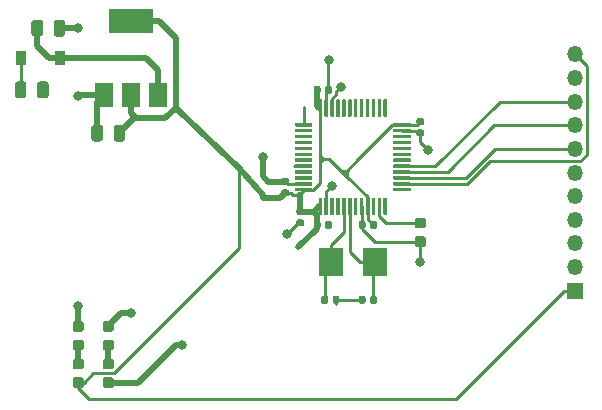
<source format=gbr>
G04 #@! TF.GenerationSoftware,KiCad,Pcbnew,(5.1.5-0-10_14)*
G04 #@! TF.CreationDate,2020-05-27T20:18:48+02:00*
G04 #@! TF.ProjectId,roxie-lcd,726f7869-652d-46c6-9364-2e6b69636164,rev?*
G04 #@! TF.SameCoordinates,Original*
G04 #@! TF.FileFunction,Copper,L1,Top*
G04 #@! TF.FilePolarity,Positive*
%FSLAX46Y46*%
G04 Gerber Fmt 4.6, Leading zero omitted, Abs format (unit mm)*
G04 Created by KiCad (PCBNEW (5.1.5-0-10_14)) date 2020-05-27 20:18:48*
%MOMM*%
%LPD*%
G04 APERTURE LIST*
%ADD10O,1.350000X1.350000*%
%ADD11R,1.350000X1.350000*%
%ADD12R,1.500000X2.000000*%
%ADD13R,3.800000X2.000000*%
%ADD14C,0.100000*%
%ADD15R,0.900000X1.200000*%
%ADD16R,2.000000X2.400000*%
%ADD17C,0.800000*%
%ADD18C,0.250000*%
%ADD19C,0.500000*%
G04 APERTURE END LIST*
D10*
X85852000Y-28258000D03*
X85852000Y-30258000D03*
X85852000Y-32258000D03*
X85852000Y-34258000D03*
X85852000Y-36258000D03*
X85852000Y-38258000D03*
X85852000Y-40258000D03*
X85852000Y-42258000D03*
X85852000Y-44258000D03*
X85852000Y-46258000D03*
D11*
X85852000Y-48258000D03*
D12*
X45960000Y-31725000D03*
X50560000Y-31725000D03*
X48260000Y-31725000D03*
D13*
X48260000Y-25425000D03*
G04 #@! TA.AperFunction,SMDPad,CuDef*
D14*
G36*
X73048691Y-43658053D02*
G01*
X73069926Y-43661203D01*
X73090750Y-43666419D01*
X73110962Y-43673651D01*
X73130368Y-43682830D01*
X73148781Y-43693866D01*
X73166024Y-43706654D01*
X73181930Y-43721070D01*
X73196346Y-43736976D01*
X73209134Y-43754219D01*
X73220170Y-43772632D01*
X73229349Y-43792038D01*
X73236581Y-43812250D01*
X73241797Y-43833074D01*
X73244947Y-43854309D01*
X73246000Y-43875750D01*
X73246000Y-44313250D01*
X73244947Y-44334691D01*
X73241797Y-44355926D01*
X73236581Y-44376750D01*
X73229349Y-44396962D01*
X73220170Y-44416368D01*
X73209134Y-44434781D01*
X73196346Y-44452024D01*
X73181930Y-44467930D01*
X73166024Y-44482346D01*
X73148781Y-44495134D01*
X73130368Y-44506170D01*
X73110962Y-44515349D01*
X73090750Y-44522581D01*
X73069926Y-44527797D01*
X73048691Y-44530947D01*
X73027250Y-44532000D01*
X72514750Y-44532000D01*
X72493309Y-44530947D01*
X72472074Y-44527797D01*
X72451250Y-44522581D01*
X72431038Y-44515349D01*
X72411632Y-44506170D01*
X72393219Y-44495134D01*
X72375976Y-44482346D01*
X72360070Y-44467930D01*
X72345654Y-44452024D01*
X72332866Y-44434781D01*
X72321830Y-44416368D01*
X72312651Y-44396962D01*
X72305419Y-44376750D01*
X72300203Y-44355926D01*
X72297053Y-44334691D01*
X72296000Y-44313250D01*
X72296000Y-43875750D01*
X72297053Y-43854309D01*
X72300203Y-43833074D01*
X72305419Y-43812250D01*
X72312651Y-43792038D01*
X72321830Y-43772632D01*
X72332866Y-43754219D01*
X72345654Y-43736976D01*
X72360070Y-43721070D01*
X72375976Y-43706654D01*
X72393219Y-43693866D01*
X72411632Y-43682830D01*
X72431038Y-43673651D01*
X72451250Y-43666419D01*
X72472074Y-43661203D01*
X72493309Y-43658053D01*
X72514750Y-43657000D01*
X73027250Y-43657000D01*
X73048691Y-43658053D01*
G37*
G04 #@! TD.AperFunction*
G04 #@! TA.AperFunction,SMDPad,CuDef*
G36*
X73048691Y-42083053D02*
G01*
X73069926Y-42086203D01*
X73090750Y-42091419D01*
X73110962Y-42098651D01*
X73130368Y-42107830D01*
X73148781Y-42118866D01*
X73166024Y-42131654D01*
X73181930Y-42146070D01*
X73196346Y-42161976D01*
X73209134Y-42179219D01*
X73220170Y-42197632D01*
X73229349Y-42217038D01*
X73236581Y-42237250D01*
X73241797Y-42258074D01*
X73244947Y-42279309D01*
X73246000Y-42300750D01*
X73246000Y-42738250D01*
X73244947Y-42759691D01*
X73241797Y-42780926D01*
X73236581Y-42801750D01*
X73229349Y-42821962D01*
X73220170Y-42841368D01*
X73209134Y-42859781D01*
X73196346Y-42877024D01*
X73181930Y-42892930D01*
X73166024Y-42907346D01*
X73148781Y-42920134D01*
X73130368Y-42931170D01*
X73110962Y-42940349D01*
X73090750Y-42947581D01*
X73069926Y-42952797D01*
X73048691Y-42955947D01*
X73027250Y-42957000D01*
X72514750Y-42957000D01*
X72493309Y-42955947D01*
X72472074Y-42952797D01*
X72451250Y-42947581D01*
X72431038Y-42940349D01*
X72411632Y-42931170D01*
X72393219Y-42920134D01*
X72375976Y-42907346D01*
X72360070Y-42892930D01*
X72345654Y-42877024D01*
X72332866Y-42859781D01*
X72321830Y-42841368D01*
X72312651Y-42821962D01*
X72305419Y-42801750D01*
X72300203Y-42780926D01*
X72297053Y-42759691D01*
X72296000Y-42738250D01*
X72296000Y-42300750D01*
X72297053Y-42279309D01*
X72300203Y-42258074D01*
X72305419Y-42237250D01*
X72312651Y-42217038D01*
X72321830Y-42197632D01*
X72332866Y-42179219D01*
X72345654Y-42161976D01*
X72360070Y-42146070D01*
X72375976Y-42131654D01*
X72393219Y-42118866D01*
X72411632Y-42107830D01*
X72431038Y-42098651D01*
X72451250Y-42091419D01*
X72472074Y-42086203D01*
X72493309Y-42083053D01*
X72514750Y-42082000D01*
X73027250Y-42082000D01*
X73048691Y-42083053D01*
G37*
G04 #@! TD.AperFunction*
G04 #@! TA.AperFunction,SMDPad,CuDef*
G36*
X46632691Y-50846053D02*
G01*
X46653926Y-50849203D01*
X46674750Y-50854419D01*
X46694962Y-50861651D01*
X46714368Y-50870830D01*
X46732781Y-50881866D01*
X46750024Y-50894654D01*
X46765930Y-50909070D01*
X46780346Y-50924976D01*
X46793134Y-50942219D01*
X46804170Y-50960632D01*
X46813349Y-50980038D01*
X46820581Y-51000250D01*
X46825797Y-51021074D01*
X46828947Y-51042309D01*
X46830000Y-51063750D01*
X46830000Y-51501250D01*
X46828947Y-51522691D01*
X46825797Y-51543926D01*
X46820581Y-51564750D01*
X46813349Y-51584962D01*
X46804170Y-51604368D01*
X46793134Y-51622781D01*
X46780346Y-51640024D01*
X46765930Y-51655930D01*
X46750024Y-51670346D01*
X46732781Y-51683134D01*
X46714368Y-51694170D01*
X46694962Y-51703349D01*
X46674750Y-51710581D01*
X46653926Y-51715797D01*
X46632691Y-51718947D01*
X46611250Y-51720000D01*
X46098750Y-51720000D01*
X46077309Y-51718947D01*
X46056074Y-51715797D01*
X46035250Y-51710581D01*
X46015038Y-51703349D01*
X45995632Y-51694170D01*
X45977219Y-51683134D01*
X45959976Y-51670346D01*
X45944070Y-51655930D01*
X45929654Y-51640024D01*
X45916866Y-51622781D01*
X45905830Y-51604368D01*
X45896651Y-51584962D01*
X45889419Y-51564750D01*
X45884203Y-51543926D01*
X45881053Y-51522691D01*
X45880000Y-51501250D01*
X45880000Y-51063750D01*
X45881053Y-51042309D01*
X45884203Y-51021074D01*
X45889419Y-51000250D01*
X45896651Y-50980038D01*
X45905830Y-50960632D01*
X45916866Y-50942219D01*
X45929654Y-50924976D01*
X45944070Y-50909070D01*
X45959976Y-50894654D01*
X45977219Y-50881866D01*
X45995632Y-50870830D01*
X46015038Y-50861651D01*
X46035250Y-50854419D01*
X46056074Y-50849203D01*
X46077309Y-50846053D01*
X46098750Y-50845000D01*
X46611250Y-50845000D01*
X46632691Y-50846053D01*
G37*
G04 #@! TD.AperFunction*
G04 #@! TA.AperFunction,SMDPad,CuDef*
G36*
X46632691Y-52421053D02*
G01*
X46653926Y-52424203D01*
X46674750Y-52429419D01*
X46694962Y-52436651D01*
X46714368Y-52445830D01*
X46732781Y-52456866D01*
X46750024Y-52469654D01*
X46765930Y-52484070D01*
X46780346Y-52499976D01*
X46793134Y-52517219D01*
X46804170Y-52535632D01*
X46813349Y-52555038D01*
X46820581Y-52575250D01*
X46825797Y-52596074D01*
X46828947Y-52617309D01*
X46830000Y-52638750D01*
X46830000Y-53076250D01*
X46828947Y-53097691D01*
X46825797Y-53118926D01*
X46820581Y-53139750D01*
X46813349Y-53159962D01*
X46804170Y-53179368D01*
X46793134Y-53197781D01*
X46780346Y-53215024D01*
X46765930Y-53230930D01*
X46750024Y-53245346D01*
X46732781Y-53258134D01*
X46714368Y-53269170D01*
X46694962Y-53278349D01*
X46674750Y-53285581D01*
X46653926Y-53290797D01*
X46632691Y-53293947D01*
X46611250Y-53295000D01*
X46098750Y-53295000D01*
X46077309Y-53293947D01*
X46056074Y-53290797D01*
X46035250Y-53285581D01*
X46015038Y-53278349D01*
X45995632Y-53269170D01*
X45977219Y-53258134D01*
X45959976Y-53245346D01*
X45944070Y-53230930D01*
X45929654Y-53215024D01*
X45916866Y-53197781D01*
X45905830Y-53179368D01*
X45896651Y-53159962D01*
X45889419Y-53139750D01*
X45884203Y-53118926D01*
X45881053Y-53097691D01*
X45880000Y-53076250D01*
X45880000Y-52638750D01*
X45881053Y-52617309D01*
X45884203Y-52596074D01*
X45889419Y-52575250D01*
X45896651Y-52555038D01*
X45905830Y-52535632D01*
X45916866Y-52517219D01*
X45929654Y-52499976D01*
X45944070Y-52484070D01*
X45959976Y-52469654D01*
X45977219Y-52456866D01*
X45995632Y-52445830D01*
X46015038Y-52436651D01*
X46035250Y-52429419D01*
X46056074Y-52424203D01*
X46077309Y-52421053D01*
X46098750Y-52420000D01*
X46611250Y-52420000D01*
X46632691Y-52421053D01*
G37*
G04 #@! TD.AperFunction*
G04 #@! TA.AperFunction,SMDPad,CuDef*
G36*
X44092691Y-50846053D02*
G01*
X44113926Y-50849203D01*
X44134750Y-50854419D01*
X44154962Y-50861651D01*
X44174368Y-50870830D01*
X44192781Y-50881866D01*
X44210024Y-50894654D01*
X44225930Y-50909070D01*
X44240346Y-50924976D01*
X44253134Y-50942219D01*
X44264170Y-50960632D01*
X44273349Y-50980038D01*
X44280581Y-51000250D01*
X44285797Y-51021074D01*
X44288947Y-51042309D01*
X44290000Y-51063750D01*
X44290000Y-51501250D01*
X44288947Y-51522691D01*
X44285797Y-51543926D01*
X44280581Y-51564750D01*
X44273349Y-51584962D01*
X44264170Y-51604368D01*
X44253134Y-51622781D01*
X44240346Y-51640024D01*
X44225930Y-51655930D01*
X44210024Y-51670346D01*
X44192781Y-51683134D01*
X44174368Y-51694170D01*
X44154962Y-51703349D01*
X44134750Y-51710581D01*
X44113926Y-51715797D01*
X44092691Y-51718947D01*
X44071250Y-51720000D01*
X43558750Y-51720000D01*
X43537309Y-51718947D01*
X43516074Y-51715797D01*
X43495250Y-51710581D01*
X43475038Y-51703349D01*
X43455632Y-51694170D01*
X43437219Y-51683134D01*
X43419976Y-51670346D01*
X43404070Y-51655930D01*
X43389654Y-51640024D01*
X43376866Y-51622781D01*
X43365830Y-51604368D01*
X43356651Y-51584962D01*
X43349419Y-51564750D01*
X43344203Y-51543926D01*
X43341053Y-51522691D01*
X43340000Y-51501250D01*
X43340000Y-51063750D01*
X43341053Y-51042309D01*
X43344203Y-51021074D01*
X43349419Y-51000250D01*
X43356651Y-50980038D01*
X43365830Y-50960632D01*
X43376866Y-50942219D01*
X43389654Y-50924976D01*
X43404070Y-50909070D01*
X43419976Y-50894654D01*
X43437219Y-50881866D01*
X43455632Y-50870830D01*
X43475038Y-50861651D01*
X43495250Y-50854419D01*
X43516074Y-50849203D01*
X43537309Y-50846053D01*
X43558750Y-50845000D01*
X44071250Y-50845000D01*
X44092691Y-50846053D01*
G37*
G04 #@! TD.AperFunction*
G04 #@! TA.AperFunction,SMDPad,CuDef*
G36*
X44092691Y-52421053D02*
G01*
X44113926Y-52424203D01*
X44134750Y-52429419D01*
X44154962Y-52436651D01*
X44174368Y-52445830D01*
X44192781Y-52456866D01*
X44210024Y-52469654D01*
X44225930Y-52484070D01*
X44240346Y-52499976D01*
X44253134Y-52517219D01*
X44264170Y-52535632D01*
X44273349Y-52555038D01*
X44280581Y-52575250D01*
X44285797Y-52596074D01*
X44288947Y-52617309D01*
X44290000Y-52638750D01*
X44290000Y-53076250D01*
X44288947Y-53097691D01*
X44285797Y-53118926D01*
X44280581Y-53139750D01*
X44273349Y-53159962D01*
X44264170Y-53179368D01*
X44253134Y-53197781D01*
X44240346Y-53215024D01*
X44225930Y-53230930D01*
X44210024Y-53245346D01*
X44192781Y-53258134D01*
X44174368Y-53269170D01*
X44154962Y-53278349D01*
X44134750Y-53285581D01*
X44113926Y-53290797D01*
X44092691Y-53293947D01*
X44071250Y-53295000D01*
X43558750Y-53295000D01*
X43537309Y-53293947D01*
X43516074Y-53290797D01*
X43495250Y-53285581D01*
X43475038Y-53278349D01*
X43455632Y-53269170D01*
X43437219Y-53258134D01*
X43419976Y-53245346D01*
X43404070Y-53230930D01*
X43389654Y-53215024D01*
X43376866Y-53197781D01*
X43365830Y-53179368D01*
X43356651Y-53159962D01*
X43349419Y-53139750D01*
X43344203Y-53118926D01*
X43341053Y-53097691D01*
X43340000Y-53076250D01*
X43340000Y-52638750D01*
X43341053Y-52617309D01*
X43344203Y-52596074D01*
X43349419Y-52575250D01*
X43356651Y-52555038D01*
X43365830Y-52535632D01*
X43376866Y-52517219D01*
X43389654Y-52499976D01*
X43404070Y-52484070D01*
X43419976Y-52469654D01*
X43437219Y-52456866D01*
X43455632Y-52445830D01*
X43475038Y-52436651D01*
X43495250Y-52429419D01*
X43516074Y-52424203D01*
X43537309Y-52421053D01*
X43558750Y-52420000D01*
X44071250Y-52420000D01*
X44092691Y-52421053D01*
G37*
G04 #@! TD.AperFunction*
G04 #@! TA.AperFunction,SMDPad,CuDef*
G36*
X46632691Y-55596053D02*
G01*
X46653926Y-55599203D01*
X46674750Y-55604419D01*
X46694962Y-55611651D01*
X46714368Y-55620830D01*
X46732781Y-55631866D01*
X46750024Y-55644654D01*
X46765930Y-55659070D01*
X46780346Y-55674976D01*
X46793134Y-55692219D01*
X46804170Y-55710632D01*
X46813349Y-55730038D01*
X46820581Y-55750250D01*
X46825797Y-55771074D01*
X46828947Y-55792309D01*
X46830000Y-55813750D01*
X46830000Y-56251250D01*
X46828947Y-56272691D01*
X46825797Y-56293926D01*
X46820581Y-56314750D01*
X46813349Y-56334962D01*
X46804170Y-56354368D01*
X46793134Y-56372781D01*
X46780346Y-56390024D01*
X46765930Y-56405930D01*
X46750024Y-56420346D01*
X46732781Y-56433134D01*
X46714368Y-56444170D01*
X46694962Y-56453349D01*
X46674750Y-56460581D01*
X46653926Y-56465797D01*
X46632691Y-56468947D01*
X46611250Y-56470000D01*
X46098750Y-56470000D01*
X46077309Y-56468947D01*
X46056074Y-56465797D01*
X46035250Y-56460581D01*
X46015038Y-56453349D01*
X45995632Y-56444170D01*
X45977219Y-56433134D01*
X45959976Y-56420346D01*
X45944070Y-56405930D01*
X45929654Y-56390024D01*
X45916866Y-56372781D01*
X45905830Y-56354368D01*
X45896651Y-56334962D01*
X45889419Y-56314750D01*
X45884203Y-56293926D01*
X45881053Y-56272691D01*
X45880000Y-56251250D01*
X45880000Y-55813750D01*
X45881053Y-55792309D01*
X45884203Y-55771074D01*
X45889419Y-55750250D01*
X45896651Y-55730038D01*
X45905830Y-55710632D01*
X45916866Y-55692219D01*
X45929654Y-55674976D01*
X45944070Y-55659070D01*
X45959976Y-55644654D01*
X45977219Y-55631866D01*
X45995632Y-55620830D01*
X46015038Y-55611651D01*
X46035250Y-55604419D01*
X46056074Y-55599203D01*
X46077309Y-55596053D01*
X46098750Y-55595000D01*
X46611250Y-55595000D01*
X46632691Y-55596053D01*
G37*
G04 #@! TD.AperFunction*
G04 #@! TA.AperFunction,SMDPad,CuDef*
G36*
X46632691Y-54021053D02*
G01*
X46653926Y-54024203D01*
X46674750Y-54029419D01*
X46694962Y-54036651D01*
X46714368Y-54045830D01*
X46732781Y-54056866D01*
X46750024Y-54069654D01*
X46765930Y-54084070D01*
X46780346Y-54099976D01*
X46793134Y-54117219D01*
X46804170Y-54135632D01*
X46813349Y-54155038D01*
X46820581Y-54175250D01*
X46825797Y-54196074D01*
X46828947Y-54217309D01*
X46830000Y-54238750D01*
X46830000Y-54676250D01*
X46828947Y-54697691D01*
X46825797Y-54718926D01*
X46820581Y-54739750D01*
X46813349Y-54759962D01*
X46804170Y-54779368D01*
X46793134Y-54797781D01*
X46780346Y-54815024D01*
X46765930Y-54830930D01*
X46750024Y-54845346D01*
X46732781Y-54858134D01*
X46714368Y-54869170D01*
X46694962Y-54878349D01*
X46674750Y-54885581D01*
X46653926Y-54890797D01*
X46632691Y-54893947D01*
X46611250Y-54895000D01*
X46098750Y-54895000D01*
X46077309Y-54893947D01*
X46056074Y-54890797D01*
X46035250Y-54885581D01*
X46015038Y-54878349D01*
X45995632Y-54869170D01*
X45977219Y-54858134D01*
X45959976Y-54845346D01*
X45944070Y-54830930D01*
X45929654Y-54815024D01*
X45916866Y-54797781D01*
X45905830Y-54779368D01*
X45896651Y-54759962D01*
X45889419Y-54739750D01*
X45884203Y-54718926D01*
X45881053Y-54697691D01*
X45880000Y-54676250D01*
X45880000Y-54238750D01*
X45881053Y-54217309D01*
X45884203Y-54196074D01*
X45889419Y-54175250D01*
X45896651Y-54155038D01*
X45905830Y-54135632D01*
X45916866Y-54117219D01*
X45929654Y-54099976D01*
X45944070Y-54084070D01*
X45959976Y-54069654D01*
X45977219Y-54056866D01*
X45995632Y-54045830D01*
X46015038Y-54036651D01*
X46035250Y-54029419D01*
X46056074Y-54024203D01*
X46077309Y-54021053D01*
X46098750Y-54020000D01*
X46611250Y-54020000D01*
X46632691Y-54021053D01*
G37*
G04 #@! TD.AperFunction*
G04 #@! TA.AperFunction,SMDPad,CuDef*
G36*
X44092691Y-55596053D02*
G01*
X44113926Y-55599203D01*
X44134750Y-55604419D01*
X44154962Y-55611651D01*
X44174368Y-55620830D01*
X44192781Y-55631866D01*
X44210024Y-55644654D01*
X44225930Y-55659070D01*
X44240346Y-55674976D01*
X44253134Y-55692219D01*
X44264170Y-55710632D01*
X44273349Y-55730038D01*
X44280581Y-55750250D01*
X44285797Y-55771074D01*
X44288947Y-55792309D01*
X44290000Y-55813750D01*
X44290000Y-56251250D01*
X44288947Y-56272691D01*
X44285797Y-56293926D01*
X44280581Y-56314750D01*
X44273349Y-56334962D01*
X44264170Y-56354368D01*
X44253134Y-56372781D01*
X44240346Y-56390024D01*
X44225930Y-56405930D01*
X44210024Y-56420346D01*
X44192781Y-56433134D01*
X44174368Y-56444170D01*
X44154962Y-56453349D01*
X44134750Y-56460581D01*
X44113926Y-56465797D01*
X44092691Y-56468947D01*
X44071250Y-56470000D01*
X43558750Y-56470000D01*
X43537309Y-56468947D01*
X43516074Y-56465797D01*
X43495250Y-56460581D01*
X43475038Y-56453349D01*
X43455632Y-56444170D01*
X43437219Y-56433134D01*
X43419976Y-56420346D01*
X43404070Y-56405930D01*
X43389654Y-56390024D01*
X43376866Y-56372781D01*
X43365830Y-56354368D01*
X43356651Y-56334962D01*
X43349419Y-56314750D01*
X43344203Y-56293926D01*
X43341053Y-56272691D01*
X43340000Y-56251250D01*
X43340000Y-55813750D01*
X43341053Y-55792309D01*
X43344203Y-55771074D01*
X43349419Y-55750250D01*
X43356651Y-55730038D01*
X43365830Y-55710632D01*
X43376866Y-55692219D01*
X43389654Y-55674976D01*
X43404070Y-55659070D01*
X43419976Y-55644654D01*
X43437219Y-55631866D01*
X43455632Y-55620830D01*
X43475038Y-55611651D01*
X43495250Y-55604419D01*
X43516074Y-55599203D01*
X43537309Y-55596053D01*
X43558750Y-55595000D01*
X44071250Y-55595000D01*
X44092691Y-55596053D01*
G37*
G04 #@! TD.AperFunction*
G04 #@! TA.AperFunction,SMDPad,CuDef*
G36*
X44092691Y-54021053D02*
G01*
X44113926Y-54024203D01*
X44134750Y-54029419D01*
X44154962Y-54036651D01*
X44174368Y-54045830D01*
X44192781Y-54056866D01*
X44210024Y-54069654D01*
X44225930Y-54084070D01*
X44240346Y-54099976D01*
X44253134Y-54117219D01*
X44264170Y-54135632D01*
X44273349Y-54155038D01*
X44280581Y-54175250D01*
X44285797Y-54196074D01*
X44288947Y-54217309D01*
X44290000Y-54238750D01*
X44290000Y-54676250D01*
X44288947Y-54697691D01*
X44285797Y-54718926D01*
X44280581Y-54739750D01*
X44273349Y-54759962D01*
X44264170Y-54779368D01*
X44253134Y-54797781D01*
X44240346Y-54815024D01*
X44225930Y-54830930D01*
X44210024Y-54845346D01*
X44192781Y-54858134D01*
X44174368Y-54869170D01*
X44154962Y-54878349D01*
X44134750Y-54885581D01*
X44113926Y-54890797D01*
X44092691Y-54893947D01*
X44071250Y-54895000D01*
X43558750Y-54895000D01*
X43537309Y-54893947D01*
X43516074Y-54890797D01*
X43495250Y-54885581D01*
X43475038Y-54878349D01*
X43455632Y-54869170D01*
X43437219Y-54858134D01*
X43419976Y-54845346D01*
X43404070Y-54830930D01*
X43389654Y-54815024D01*
X43376866Y-54797781D01*
X43365830Y-54779368D01*
X43356651Y-54759962D01*
X43349419Y-54739750D01*
X43344203Y-54718926D01*
X43341053Y-54697691D01*
X43340000Y-54676250D01*
X43340000Y-54238750D01*
X43341053Y-54217309D01*
X43344203Y-54196074D01*
X43349419Y-54175250D01*
X43356651Y-54155038D01*
X43365830Y-54135632D01*
X43376866Y-54117219D01*
X43389654Y-54099976D01*
X43404070Y-54084070D01*
X43419976Y-54069654D01*
X43437219Y-54056866D01*
X43455632Y-54045830D01*
X43475038Y-54036651D01*
X43495250Y-54029419D01*
X43516074Y-54024203D01*
X43537309Y-54021053D01*
X43558750Y-54020000D01*
X44071250Y-54020000D01*
X44092691Y-54021053D01*
G37*
G04 #@! TD.AperFunction*
D15*
X38990000Y-28575000D03*
X42290000Y-28575000D03*
G04 #@! TA.AperFunction,SMDPad,CuDef*
D14*
G36*
X68002958Y-48702710D02*
G01*
X68017276Y-48704834D01*
X68031317Y-48708351D01*
X68044946Y-48713228D01*
X68058031Y-48719417D01*
X68070447Y-48726858D01*
X68082073Y-48735481D01*
X68092798Y-48745202D01*
X68102519Y-48755927D01*
X68111142Y-48767553D01*
X68118583Y-48779969D01*
X68124772Y-48793054D01*
X68129649Y-48806683D01*
X68133166Y-48820724D01*
X68135290Y-48835042D01*
X68136000Y-48849500D01*
X68136000Y-49194500D01*
X68135290Y-49208958D01*
X68133166Y-49223276D01*
X68129649Y-49237317D01*
X68124772Y-49250946D01*
X68118583Y-49264031D01*
X68111142Y-49276447D01*
X68102519Y-49288073D01*
X68092798Y-49298798D01*
X68082073Y-49308519D01*
X68070447Y-49317142D01*
X68058031Y-49324583D01*
X68044946Y-49330772D01*
X68031317Y-49335649D01*
X68017276Y-49339166D01*
X68002958Y-49341290D01*
X67988500Y-49342000D01*
X67693500Y-49342000D01*
X67679042Y-49341290D01*
X67664724Y-49339166D01*
X67650683Y-49335649D01*
X67637054Y-49330772D01*
X67623969Y-49324583D01*
X67611553Y-49317142D01*
X67599927Y-49308519D01*
X67589202Y-49298798D01*
X67579481Y-49288073D01*
X67570858Y-49276447D01*
X67563417Y-49264031D01*
X67557228Y-49250946D01*
X67552351Y-49237317D01*
X67548834Y-49223276D01*
X67546710Y-49208958D01*
X67546000Y-49194500D01*
X67546000Y-48849500D01*
X67546710Y-48835042D01*
X67548834Y-48820724D01*
X67552351Y-48806683D01*
X67557228Y-48793054D01*
X67563417Y-48779969D01*
X67570858Y-48767553D01*
X67579481Y-48755927D01*
X67589202Y-48745202D01*
X67599927Y-48735481D01*
X67611553Y-48726858D01*
X67623969Y-48719417D01*
X67637054Y-48713228D01*
X67650683Y-48708351D01*
X67664724Y-48704834D01*
X67679042Y-48702710D01*
X67693500Y-48702000D01*
X67988500Y-48702000D01*
X68002958Y-48702710D01*
G37*
G04 #@! TD.AperFunction*
G04 #@! TA.AperFunction,SMDPad,CuDef*
G36*
X68972958Y-48702710D02*
G01*
X68987276Y-48704834D01*
X69001317Y-48708351D01*
X69014946Y-48713228D01*
X69028031Y-48719417D01*
X69040447Y-48726858D01*
X69052073Y-48735481D01*
X69062798Y-48745202D01*
X69072519Y-48755927D01*
X69081142Y-48767553D01*
X69088583Y-48779969D01*
X69094772Y-48793054D01*
X69099649Y-48806683D01*
X69103166Y-48820724D01*
X69105290Y-48835042D01*
X69106000Y-48849500D01*
X69106000Y-49194500D01*
X69105290Y-49208958D01*
X69103166Y-49223276D01*
X69099649Y-49237317D01*
X69094772Y-49250946D01*
X69088583Y-49264031D01*
X69081142Y-49276447D01*
X69072519Y-49288073D01*
X69062798Y-49298798D01*
X69052073Y-49308519D01*
X69040447Y-49317142D01*
X69028031Y-49324583D01*
X69014946Y-49330772D01*
X69001317Y-49335649D01*
X68987276Y-49339166D01*
X68972958Y-49341290D01*
X68958500Y-49342000D01*
X68663500Y-49342000D01*
X68649042Y-49341290D01*
X68634724Y-49339166D01*
X68620683Y-49335649D01*
X68607054Y-49330772D01*
X68593969Y-49324583D01*
X68581553Y-49317142D01*
X68569927Y-49308519D01*
X68559202Y-49298798D01*
X68549481Y-49288073D01*
X68540858Y-49276447D01*
X68533417Y-49264031D01*
X68527228Y-49250946D01*
X68522351Y-49237317D01*
X68518834Y-49223276D01*
X68516710Y-49208958D01*
X68516000Y-49194500D01*
X68516000Y-48849500D01*
X68516710Y-48835042D01*
X68518834Y-48820724D01*
X68522351Y-48806683D01*
X68527228Y-48793054D01*
X68533417Y-48779969D01*
X68540858Y-48767553D01*
X68549481Y-48755927D01*
X68559202Y-48745202D01*
X68569927Y-48735481D01*
X68581553Y-48726858D01*
X68593969Y-48719417D01*
X68607054Y-48713228D01*
X68620683Y-48708351D01*
X68634724Y-48704834D01*
X68649042Y-48702710D01*
X68663500Y-48702000D01*
X68958500Y-48702000D01*
X68972958Y-48702710D01*
G37*
G04 #@! TD.AperFunction*
G04 #@! TA.AperFunction,SMDPad,CuDef*
G36*
X65797958Y-48702710D02*
G01*
X65812276Y-48704834D01*
X65826317Y-48708351D01*
X65839946Y-48713228D01*
X65853031Y-48719417D01*
X65865447Y-48726858D01*
X65877073Y-48735481D01*
X65887798Y-48745202D01*
X65897519Y-48755927D01*
X65906142Y-48767553D01*
X65913583Y-48779969D01*
X65919772Y-48793054D01*
X65924649Y-48806683D01*
X65928166Y-48820724D01*
X65930290Y-48835042D01*
X65931000Y-48849500D01*
X65931000Y-49194500D01*
X65930290Y-49208958D01*
X65928166Y-49223276D01*
X65924649Y-49237317D01*
X65919772Y-49250946D01*
X65913583Y-49264031D01*
X65906142Y-49276447D01*
X65897519Y-49288073D01*
X65887798Y-49298798D01*
X65877073Y-49308519D01*
X65865447Y-49317142D01*
X65853031Y-49324583D01*
X65839946Y-49330772D01*
X65826317Y-49335649D01*
X65812276Y-49339166D01*
X65797958Y-49341290D01*
X65783500Y-49342000D01*
X65488500Y-49342000D01*
X65474042Y-49341290D01*
X65459724Y-49339166D01*
X65445683Y-49335649D01*
X65432054Y-49330772D01*
X65418969Y-49324583D01*
X65406553Y-49317142D01*
X65394927Y-49308519D01*
X65384202Y-49298798D01*
X65374481Y-49288073D01*
X65365858Y-49276447D01*
X65358417Y-49264031D01*
X65352228Y-49250946D01*
X65347351Y-49237317D01*
X65343834Y-49223276D01*
X65341710Y-49208958D01*
X65341000Y-49194500D01*
X65341000Y-48849500D01*
X65341710Y-48835042D01*
X65343834Y-48820724D01*
X65347351Y-48806683D01*
X65352228Y-48793054D01*
X65358417Y-48779969D01*
X65365858Y-48767553D01*
X65374481Y-48755927D01*
X65384202Y-48745202D01*
X65394927Y-48735481D01*
X65406553Y-48726858D01*
X65418969Y-48719417D01*
X65432054Y-48713228D01*
X65445683Y-48708351D01*
X65459724Y-48704834D01*
X65474042Y-48702710D01*
X65488500Y-48702000D01*
X65783500Y-48702000D01*
X65797958Y-48702710D01*
G37*
G04 #@! TD.AperFunction*
G04 #@! TA.AperFunction,SMDPad,CuDef*
G36*
X64827958Y-48702710D02*
G01*
X64842276Y-48704834D01*
X64856317Y-48708351D01*
X64869946Y-48713228D01*
X64883031Y-48719417D01*
X64895447Y-48726858D01*
X64907073Y-48735481D01*
X64917798Y-48745202D01*
X64927519Y-48755927D01*
X64936142Y-48767553D01*
X64943583Y-48779969D01*
X64949772Y-48793054D01*
X64954649Y-48806683D01*
X64958166Y-48820724D01*
X64960290Y-48835042D01*
X64961000Y-48849500D01*
X64961000Y-49194500D01*
X64960290Y-49208958D01*
X64958166Y-49223276D01*
X64954649Y-49237317D01*
X64949772Y-49250946D01*
X64943583Y-49264031D01*
X64936142Y-49276447D01*
X64927519Y-49288073D01*
X64917798Y-49298798D01*
X64907073Y-49308519D01*
X64895447Y-49317142D01*
X64883031Y-49324583D01*
X64869946Y-49330772D01*
X64856317Y-49335649D01*
X64842276Y-49339166D01*
X64827958Y-49341290D01*
X64813500Y-49342000D01*
X64518500Y-49342000D01*
X64504042Y-49341290D01*
X64489724Y-49339166D01*
X64475683Y-49335649D01*
X64462054Y-49330772D01*
X64448969Y-49324583D01*
X64436553Y-49317142D01*
X64424927Y-49308519D01*
X64414202Y-49298798D01*
X64404481Y-49288073D01*
X64395858Y-49276447D01*
X64388417Y-49264031D01*
X64382228Y-49250946D01*
X64377351Y-49237317D01*
X64373834Y-49223276D01*
X64371710Y-49208958D01*
X64371000Y-49194500D01*
X64371000Y-48849500D01*
X64371710Y-48835042D01*
X64373834Y-48820724D01*
X64377351Y-48806683D01*
X64382228Y-48793054D01*
X64388417Y-48779969D01*
X64395858Y-48767553D01*
X64404481Y-48755927D01*
X64414202Y-48745202D01*
X64424927Y-48735481D01*
X64436553Y-48726858D01*
X64448969Y-48719417D01*
X64462054Y-48713228D01*
X64475683Y-48708351D01*
X64489724Y-48704834D01*
X64504042Y-48702710D01*
X64518500Y-48702000D01*
X64813500Y-48702000D01*
X64827958Y-48702710D01*
G37*
G04 #@! TD.AperFunction*
G04 #@! TA.AperFunction,SMDPad,CuDef*
G36*
X62797958Y-42227710D02*
G01*
X62812276Y-42229834D01*
X62826317Y-42233351D01*
X62839946Y-42238228D01*
X62853031Y-42244417D01*
X62865447Y-42251858D01*
X62877073Y-42260481D01*
X62887798Y-42270202D01*
X62897519Y-42280927D01*
X62906142Y-42292553D01*
X62913583Y-42304969D01*
X62919772Y-42318054D01*
X62924649Y-42331683D01*
X62928166Y-42345724D01*
X62930290Y-42360042D01*
X62931000Y-42374500D01*
X62931000Y-42669500D01*
X62930290Y-42683958D01*
X62928166Y-42698276D01*
X62924649Y-42712317D01*
X62919772Y-42725946D01*
X62913583Y-42739031D01*
X62906142Y-42751447D01*
X62897519Y-42763073D01*
X62887798Y-42773798D01*
X62877073Y-42783519D01*
X62865447Y-42792142D01*
X62853031Y-42799583D01*
X62839946Y-42805772D01*
X62826317Y-42810649D01*
X62812276Y-42814166D01*
X62797958Y-42816290D01*
X62783500Y-42817000D01*
X62438500Y-42817000D01*
X62424042Y-42816290D01*
X62409724Y-42814166D01*
X62395683Y-42810649D01*
X62382054Y-42805772D01*
X62368969Y-42799583D01*
X62356553Y-42792142D01*
X62344927Y-42783519D01*
X62334202Y-42773798D01*
X62324481Y-42763073D01*
X62315858Y-42751447D01*
X62308417Y-42739031D01*
X62302228Y-42725946D01*
X62297351Y-42712317D01*
X62293834Y-42698276D01*
X62291710Y-42683958D01*
X62291000Y-42669500D01*
X62291000Y-42374500D01*
X62291710Y-42360042D01*
X62293834Y-42345724D01*
X62297351Y-42331683D01*
X62302228Y-42318054D01*
X62308417Y-42304969D01*
X62315858Y-42292553D01*
X62324481Y-42280927D01*
X62334202Y-42270202D01*
X62344927Y-42260481D01*
X62356553Y-42251858D01*
X62368969Y-42244417D01*
X62382054Y-42238228D01*
X62395683Y-42233351D01*
X62409724Y-42229834D01*
X62424042Y-42227710D01*
X62438500Y-42227000D01*
X62783500Y-42227000D01*
X62797958Y-42227710D01*
G37*
G04 #@! TD.AperFunction*
G04 #@! TA.AperFunction,SMDPad,CuDef*
G36*
X62797958Y-41257710D02*
G01*
X62812276Y-41259834D01*
X62826317Y-41263351D01*
X62839946Y-41268228D01*
X62853031Y-41274417D01*
X62865447Y-41281858D01*
X62877073Y-41290481D01*
X62887798Y-41300202D01*
X62897519Y-41310927D01*
X62906142Y-41322553D01*
X62913583Y-41334969D01*
X62919772Y-41348054D01*
X62924649Y-41361683D01*
X62928166Y-41375724D01*
X62930290Y-41390042D01*
X62931000Y-41404500D01*
X62931000Y-41699500D01*
X62930290Y-41713958D01*
X62928166Y-41728276D01*
X62924649Y-41742317D01*
X62919772Y-41755946D01*
X62913583Y-41769031D01*
X62906142Y-41781447D01*
X62897519Y-41793073D01*
X62887798Y-41803798D01*
X62877073Y-41813519D01*
X62865447Y-41822142D01*
X62853031Y-41829583D01*
X62839946Y-41835772D01*
X62826317Y-41840649D01*
X62812276Y-41844166D01*
X62797958Y-41846290D01*
X62783500Y-41847000D01*
X62438500Y-41847000D01*
X62424042Y-41846290D01*
X62409724Y-41844166D01*
X62395683Y-41840649D01*
X62382054Y-41835772D01*
X62368969Y-41829583D01*
X62356553Y-41822142D01*
X62344927Y-41813519D01*
X62334202Y-41803798D01*
X62324481Y-41793073D01*
X62315858Y-41781447D01*
X62308417Y-41769031D01*
X62302228Y-41755946D01*
X62297351Y-41742317D01*
X62293834Y-41728276D01*
X62291710Y-41713958D01*
X62291000Y-41699500D01*
X62291000Y-41404500D01*
X62291710Y-41390042D01*
X62293834Y-41375724D01*
X62297351Y-41361683D01*
X62302228Y-41348054D01*
X62308417Y-41334969D01*
X62315858Y-41322553D01*
X62324481Y-41310927D01*
X62334202Y-41300202D01*
X62344927Y-41290481D01*
X62356553Y-41281858D01*
X62368969Y-41274417D01*
X62382054Y-41268228D01*
X62395683Y-41263351D01*
X62409724Y-41259834D01*
X62424042Y-41257710D01*
X62438500Y-41257000D01*
X62783500Y-41257000D01*
X62797958Y-41257710D01*
G37*
G04 #@! TD.AperFunction*
G04 #@! TA.AperFunction,SMDPad,CuDef*
G36*
X68002958Y-42352710D02*
G01*
X68017276Y-42354834D01*
X68031317Y-42358351D01*
X68044946Y-42363228D01*
X68058031Y-42369417D01*
X68070447Y-42376858D01*
X68082073Y-42385481D01*
X68092798Y-42395202D01*
X68102519Y-42405927D01*
X68111142Y-42417553D01*
X68118583Y-42429969D01*
X68124772Y-42443054D01*
X68129649Y-42456683D01*
X68133166Y-42470724D01*
X68135290Y-42485042D01*
X68136000Y-42499500D01*
X68136000Y-42844500D01*
X68135290Y-42858958D01*
X68133166Y-42873276D01*
X68129649Y-42887317D01*
X68124772Y-42900946D01*
X68118583Y-42914031D01*
X68111142Y-42926447D01*
X68102519Y-42938073D01*
X68092798Y-42948798D01*
X68082073Y-42958519D01*
X68070447Y-42967142D01*
X68058031Y-42974583D01*
X68044946Y-42980772D01*
X68031317Y-42985649D01*
X68017276Y-42989166D01*
X68002958Y-42991290D01*
X67988500Y-42992000D01*
X67693500Y-42992000D01*
X67679042Y-42991290D01*
X67664724Y-42989166D01*
X67650683Y-42985649D01*
X67637054Y-42980772D01*
X67623969Y-42974583D01*
X67611553Y-42967142D01*
X67599927Y-42958519D01*
X67589202Y-42948798D01*
X67579481Y-42938073D01*
X67570858Y-42926447D01*
X67563417Y-42914031D01*
X67557228Y-42900946D01*
X67552351Y-42887317D01*
X67548834Y-42873276D01*
X67546710Y-42858958D01*
X67546000Y-42844500D01*
X67546000Y-42499500D01*
X67546710Y-42485042D01*
X67548834Y-42470724D01*
X67552351Y-42456683D01*
X67557228Y-42443054D01*
X67563417Y-42429969D01*
X67570858Y-42417553D01*
X67579481Y-42405927D01*
X67589202Y-42395202D01*
X67599927Y-42385481D01*
X67611553Y-42376858D01*
X67623969Y-42369417D01*
X67637054Y-42363228D01*
X67650683Y-42358351D01*
X67664724Y-42354834D01*
X67679042Y-42352710D01*
X67693500Y-42352000D01*
X67988500Y-42352000D01*
X68002958Y-42352710D01*
G37*
G04 #@! TD.AperFunction*
G04 #@! TA.AperFunction,SMDPad,CuDef*
G36*
X68972958Y-42352710D02*
G01*
X68987276Y-42354834D01*
X69001317Y-42358351D01*
X69014946Y-42363228D01*
X69028031Y-42369417D01*
X69040447Y-42376858D01*
X69052073Y-42385481D01*
X69062798Y-42395202D01*
X69072519Y-42405927D01*
X69081142Y-42417553D01*
X69088583Y-42429969D01*
X69094772Y-42443054D01*
X69099649Y-42456683D01*
X69103166Y-42470724D01*
X69105290Y-42485042D01*
X69106000Y-42499500D01*
X69106000Y-42844500D01*
X69105290Y-42858958D01*
X69103166Y-42873276D01*
X69099649Y-42887317D01*
X69094772Y-42900946D01*
X69088583Y-42914031D01*
X69081142Y-42926447D01*
X69072519Y-42938073D01*
X69062798Y-42948798D01*
X69052073Y-42958519D01*
X69040447Y-42967142D01*
X69028031Y-42974583D01*
X69014946Y-42980772D01*
X69001317Y-42985649D01*
X68987276Y-42989166D01*
X68972958Y-42991290D01*
X68958500Y-42992000D01*
X68663500Y-42992000D01*
X68649042Y-42991290D01*
X68634724Y-42989166D01*
X68620683Y-42985649D01*
X68607054Y-42980772D01*
X68593969Y-42974583D01*
X68581553Y-42967142D01*
X68569927Y-42958519D01*
X68559202Y-42948798D01*
X68549481Y-42938073D01*
X68540858Y-42926447D01*
X68533417Y-42914031D01*
X68527228Y-42900946D01*
X68522351Y-42887317D01*
X68518834Y-42873276D01*
X68516710Y-42858958D01*
X68516000Y-42844500D01*
X68516000Y-42499500D01*
X68516710Y-42485042D01*
X68518834Y-42470724D01*
X68522351Y-42456683D01*
X68527228Y-42443054D01*
X68533417Y-42429969D01*
X68540858Y-42417553D01*
X68549481Y-42405927D01*
X68559202Y-42395202D01*
X68569927Y-42385481D01*
X68581553Y-42376858D01*
X68593969Y-42369417D01*
X68607054Y-42363228D01*
X68620683Y-42358351D01*
X68634724Y-42354834D01*
X68649042Y-42352710D01*
X68663500Y-42352000D01*
X68958500Y-42352000D01*
X68972958Y-42352710D01*
G37*
G04 #@! TD.AperFunction*
G04 #@! TA.AperFunction,SMDPad,CuDef*
G36*
X65162958Y-42352710D02*
G01*
X65177276Y-42354834D01*
X65191317Y-42358351D01*
X65204946Y-42363228D01*
X65218031Y-42369417D01*
X65230447Y-42376858D01*
X65242073Y-42385481D01*
X65252798Y-42395202D01*
X65262519Y-42405927D01*
X65271142Y-42417553D01*
X65278583Y-42429969D01*
X65284772Y-42443054D01*
X65289649Y-42456683D01*
X65293166Y-42470724D01*
X65295290Y-42485042D01*
X65296000Y-42499500D01*
X65296000Y-42844500D01*
X65295290Y-42858958D01*
X65293166Y-42873276D01*
X65289649Y-42887317D01*
X65284772Y-42900946D01*
X65278583Y-42914031D01*
X65271142Y-42926447D01*
X65262519Y-42938073D01*
X65252798Y-42948798D01*
X65242073Y-42958519D01*
X65230447Y-42967142D01*
X65218031Y-42974583D01*
X65204946Y-42980772D01*
X65191317Y-42985649D01*
X65177276Y-42989166D01*
X65162958Y-42991290D01*
X65148500Y-42992000D01*
X64853500Y-42992000D01*
X64839042Y-42991290D01*
X64824724Y-42989166D01*
X64810683Y-42985649D01*
X64797054Y-42980772D01*
X64783969Y-42974583D01*
X64771553Y-42967142D01*
X64759927Y-42958519D01*
X64749202Y-42948798D01*
X64739481Y-42938073D01*
X64730858Y-42926447D01*
X64723417Y-42914031D01*
X64717228Y-42900946D01*
X64712351Y-42887317D01*
X64708834Y-42873276D01*
X64706710Y-42858958D01*
X64706000Y-42844500D01*
X64706000Y-42499500D01*
X64706710Y-42485042D01*
X64708834Y-42470724D01*
X64712351Y-42456683D01*
X64717228Y-42443054D01*
X64723417Y-42429969D01*
X64730858Y-42417553D01*
X64739481Y-42405927D01*
X64749202Y-42395202D01*
X64759927Y-42385481D01*
X64771553Y-42376858D01*
X64783969Y-42369417D01*
X64797054Y-42363228D01*
X64810683Y-42358351D01*
X64824724Y-42354834D01*
X64839042Y-42352710D01*
X64853500Y-42352000D01*
X65148500Y-42352000D01*
X65162958Y-42352710D01*
G37*
G04 #@! TD.AperFunction*
G04 #@! TA.AperFunction,SMDPad,CuDef*
G36*
X64192958Y-42352710D02*
G01*
X64207276Y-42354834D01*
X64221317Y-42358351D01*
X64234946Y-42363228D01*
X64248031Y-42369417D01*
X64260447Y-42376858D01*
X64272073Y-42385481D01*
X64282798Y-42395202D01*
X64292519Y-42405927D01*
X64301142Y-42417553D01*
X64308583Y-42429969D01*
X64314772Y-42443054D01*
X64319649Y-42456683D01*
X64323166Y-42470724D01*
X64325290Y-42485042D01*
X64326000Y-42499500D01*
X64326000Y-42844500D01*
X64325290Y-42858958D01*
X64323166Y-42873276D01*
X64319649Y-42887317D01*
X64314772Y-42900946D01*
X64308583Y-42914031D01*
X64301142Y-42926447D01*
X64292519Y-42938073D01*
X64282798Y-42948798D01*
X64272073Y-42958519D01*
X64260447Y-42967142D01*
X64248031Y-42974583D01*
X64234946Y-42980772D01*
X64221317Y-42985649D01*
X64207276Y-42989166D01*
X64192958Y-42991290D01*
X64178500Y-42992000D01*
X63883500Y-42992000D01*
X63869042Y-42991290D01*
X63854724Y-42989166D01*
X63840683Y-42985649D01*
X63827054Y-42980772D01*
X63813969Y-42974583D01*
X63801553Y-42967142D01*
X63789927Y-42958519D01*
X63779202Y-42948798D01*
X63769481Y-42938073D01*
X63760858Y-42926447D01*
X63753417Y-42914031D01*
X63747228Y-42900946D01*
X63742351Y-42887317D01*
X63738834Y-42873276D01*
X63736710Y-42858958D01*
X63736000Y-42844500D01*
X63736000Y-42499500D01*
X63736710Y-42485042D01*
X63738834Y-42470724D01*
X63742351Y-42456683D01*
X63747228Y-42443054D01*
X63753417Y-42429969D01*
X63760858Y-42417553D01*
X63769481Y-42405927D01*
X63779202Y-42395202D01*
X63789927Y-42385481D01*
X63801553Y-42376858D01*
X63813969Y-42369417D01*
X63827054Y-42363228D01*
X63840683Y-42358351D01*
X63854724Y-42354834D01*
X63869042Y-42352710D01*
X63883500Y-42352000D01*
X64178500Y-42352000D01*
X64192958Y-42352710D01*
G37*
G04 #@! TD.AperFunction*
G04 #@! TA.AperFunction,SMDPad,CuDef*
G36*
X63563351Y-39557361D02*
G01*
X63570632Y-39558441D01*
X63577771Y-39560229D01*
X63584701Y-39562709D01*
X63591355Y-39565856D01*
X63597668Y-39569640D01*
X63603579Y-39574024D01*
X63609033Y-39578967D01*
X63613976Y-39584421D01*
X63618360Y-39590332D01*
X63622144Y-39596645D01*
X63625291Y-39603299D01*
X63627771Y-39610229D01*
X63629559Y-39617368D01*
X63630639Y-39624649D01*
X63631000Y-39632000D01*
X63631000Y-39782000D01*
X63630639Y-39789351D01*
X63629559Y-39796632D01*
X63627771Y-39803771D01*
X63625291Y-39810701D01*
X63622144Y-39817355D01*
X63618360Y-39823668D01*
X63613976Y-39829579D01*
X63609033Y-39835033D01*
X63603579Y-39839976D01*
X63597668Y-39844360D01*
X63591355Y-39848144D01*
X63584701Y-39851291D01*
X63577771Y-39853771D01*
X63570632Y-39855559D01*
X63563351Y-39856639D01*
X63556000Y-39857000D01*
X62231000Y-39857000D01*
X62223649Y-39856639D01*
X62216368Y-39855559D01*
X62209229Y-39853771D01*
X62202299Y-39851291D01*
X62195645Y-39848144D01*
X62189332Y-39844360D01*
X62183421Y-39839976D01*
X62177967Y-39835033D01*
X62173024Y-39829579D01*
X62168640Y-39823668D01*
X62164856Y-39817355D01*
X62161709Y-39810701D01*
X62159229Y-39803771D01*
X62157441Y-39796632D01*
X62156361Y-39789351D01*
X62156000Y-39782000D01*
X62156000Y-39632000D01*
X62156361Y-39624649D01*
X62157441Y-39617368D01*
X62159229Y-39610229D01*
X62161709Y-39603299D01*
X62164856Y-39596645D01*
X62168640Y-39590332D01*
X62173024Y-39584421D01*
X62177967Y-39578967D01*
X62183421Y-39574024D01*
X62189332Y-39569640D01*
X62195645Y-39565856D01*
X62202299Y-39562709D01*
X62209229Y-39560229D01*
X62216368Y-39558441D01*
X62223649Y-39557361D01*
X62231000Y-39557000D01*
X63556000Y-39557000D01*
X63563351Y-39557361D01*
G37*
G04 #@! TD.AperFunction*
G04 #@! TA.AperFunction,SMDPad,CuDef*
G36*
X63563351Y-39057361D02*
G01*
X63570632Y-39058441D01*
X63577771Y-39060229D01*
X63584701Y-39062709D01*
X63591355Y-39065856D01*
X63597668Y-39069640D01*
X63603579Y-39074024D01*
X63609033Y-39078967D01*
X63613976Y-39084421D01*
X63618360Y-39090332D01*
X63622144Y-39096645D01*
X63625291Y-39103299D01*
X63627771Y-39110229D01*
X63629559Y-39117368D01*
X63630639Y-39124649D01*
X63631000Y-39132000D01*
X63631000Y-39282000D01*
X63630639Y-39289351D01*
X63629559Y-39296632D01*
X63627771Y-39303771D01*
X63625291Y-39310701D01*
X63622144Y-39317355D01*
X63618360Y-39323668D01*
X63613976Y-39329579D01*
X63609033Y-39335033D01*
X63603579Y-39339976D01*
X63597668Y-39344360D01*
X63591355Y-39348144D01*
X63584701Y-39351291D01*
X63577771Y-39353771D01*
X63570632Y-39355559D01*
X63563351Y-39356639D01*
X63556000Y-39357000D01*
X62231000Y-39357000D01*
X62223649Y-39356639D01*
X62216368Y-39355559D01*
X62209229Y-39353771D01*
X62202299Y-39351291D01*
X62195645Y-39348144D01*
X62189332Y-39344360D01*
X62183421Y-39339976D01*
X62177967Y-39335033D01*
X62173024Y-39329579D01*
X62168640Y-39323668D01*
X62164856Y-39317355D01*
X62161709Y-39310701D01*
X62159229Y-39303771D01*
X62157441Y-39296632D01*
X62156361Y-39289351D01*
X62156000Y-39282000D01*
X62156000Y-39132000D01*
X62156361Y-39124649D01*
X62157441Y-39117368D01*
X62159229Y-39110229D01*
X62161709Y-39103299D01*
X62164856Y-39096645D01*
X62168640Y-39090332D01*
X62173024Y-39084421D01*
X62177967Y-39078967D01*
X62183421Y-39074024D01*
X62189332Y-39069640D01*
X62195645Y-39065856D01*
X62202299Y-39062709D01*
X62209229Y-39060229D01*
X62216368Y-39058441D01*
X62223649Y-39057361D01*
X62231000Y-39057000D01*
X63556000Y-39057000D01*
X63563351Y-39057361D01*
G37*
G04 #@! TD.AperFunction*
G04 #@! TA.AperFunction,SMDPad,CuDef*
G36*
X63563351Y-38557361D02*
G01*
X63570632Y-38558441D01*
X63577771Y-38560229D01*
X63584701Y-38562709D01*
X63591355Y-38565856D01*
X63597668Y-38569640D01*
X63603579Y-38574024D01*
X63609033Y-38578967D01*
X63613976Y-38584421D01*
X63618360Y-38590332D01*
X63622144Y-38596645D01*
X63625291Y-38603299D01*
X63627771Y-38610229D01*
X63629559Y-38617368D01*
X63630639Y-38624649D01*
X63631000Y-38632000D01*
X63631000Y-38782000D01*
X63630639Y-38789351D01*
X63629559Y-38796632D01*
X63627771Y-38803771D01*
X63625291Y-38810701D01*
X63622144Y-38817355D01*
X63618360Y-38823668D01*
X63613976Y-38829579D01*
X63609033Y-38835033D01*
X63603579Y-38839976D01*
X63597668Y-38844360D01*
X63591355Y-38848144D01*
X63584701Y-38851291D01*
X63577771Y-38853771D01*
X63570632Y-38855559D01*
X63563351Y-38856639D01*
X63556000Y-38857000D01*
X62231000Y-38857000D01*
X62223649Y-38856639D01*
X62216368Y-38855559D01*
X62209229Y-38853771D01*
X62202299Y-38851291D01*
X62195645Y-38848144D01*
X62189332Y-38844360D01*
X62183421Y-38839976D01*
X62177967Y-38835033D01*
X62173024Y-38829579D01*
X62168640Y-38823668D01*
X62164856Y-38817355D01*
X62161709Y-38810701D01*
X62159229Y-38803771D01*
X62157441Y-38796632D01*
X62156361Y-38789351D01*
X62156000Y-38782000D01*
X62156000Y-38632000D01*
X62156361Y-38624649D01*
X62157441Y-38617368D01*
X62159229Y-38610229D01*
X62161709Y-38603299D01*
X62164856Y-38596645D01*
X62168640Y-38590332D01*
X62173024Y-38584421D01*
X62177967Y-38578967D01*
X62183421Y-38574024D01*
X62189332Y-38569640D01*
X62195645Y-38565856D01*
X62202299Y-38562709D01*
X62209229Y-38560229D01*
X62216368Y-38558441D01*
X62223649Y-38557361D01*
X62231000Y-38557000D01*
X63556000Y-38557000D01*
X63563351Y-38557361D01*
G37*
G04 #@! TD.AperFunction*
G04 #@! TA.AperFunction,SMDPad,CuDef*
G36*
X63563351Y-38057361D02*
G01*
X63570632Y-38058441D01*
X63577771Y-38060229D01*
X63584701Y-38062709D01*
X63591355Y-38065856D01*
X63597668Y-38069640D01*
X63603579Y-38074024D01*
X63609033Y-38078967D01*
X63613976Y-38084421D01*
X63618360Y-38090332D01*
X63622144Y-38096645D01*
X63625291Y-38103299D01*
X63627771Y-38110229D01*
X63629559Y-38117368D01*
X63630639Y-38124649D01*
X63631000Y-38132000D01*
X63631000Y-38282000D01*
X63630639Y-38289351D01*
X63629559Y-38296632D01*
X63627771Y-38303771D01*
X63625291Y-38310701D01*
X63622144Y-38317355D01*
X63618360Y-38323668D01*
X63613976Y-38329579D01*
X63609033Y-38335033D01*
X63603579Y-38339976D01*
X63597668Y-38344360D01*
X63591355Y-38348144D01*
X63584701Y-38351291D01*
X63577771Y-38353771D01*
X63570632Y-38355559D01*
X63563351Y-38356639D01*
X63556000Y-38357000D01*
X62231000Y-38357000D01*
X62223649Y-38356639D01*
X62216368Y-38355559D01*
X62209229Y-38353771D01*
X62202299Y-38351291D01*
X62195645Y-38348144D01*
X62189332Y-38344360D01*
X62183421Y-38339976D01*
X62177967Y-38335033D01*
X62173024Y-38329579D01*
X62168640Y-38323668D01*
X62164856Y-38317355D01*
X62161709Y-38310701D01*
X62159229Y-38303771D01*
X62157441Y-38296632D01*
X62156361Y-38289351D01*
X62156000Y-38282000D01*
X62156000Y-38132000D01*
X62156361Y-38124649D01*
X62157441Y-38117368D01*
X62159229Y-38110229D01*
X62161709Y-38103299D01*
X62164856Y-38096645D01*
X62168640Y-38090332D01*
X62173024Y-38084421D01*
X62177967Y-38078967D01*
X62183421Y-38074024D01*
X62189332Y-38069640D01*
X62195645Y-38065856D01*
X62202299Y-38062709D01*
X62209229Y-38060229D01*
X62216368Y-38058441D01*
X62223649Y-38057361D01*
X62231000Y-38057000D01*
X63556000Y-38057000D01*
X63563351Y-38057361D01*
G37*
G04 #@! TD.AperFunction*
G04 #@! TA.AperFunction,SMDPad,CuDef*
G36*
X63563351Y-37557361D02*
G01*
X63570632Y-37558441D01*
X63577771Y-37560229D01*
X63584701Y-37562709D01*
X63591355Y-37565856D01*
X63597668Y-37569640D01*
X63603579Y-37574024D01*
X63609033Y-37578967D01*
X63613976Y-37584421D01*
X63618360Y-37590332D01*
X63622144Y-37596645D01*
X63625291Y-37603299D01*
X63627771Y-37610229D01*
X63629559Y-37617368D01*
X63630639Y-37624649D01*
X63631000Y-37632000D01*
X63631000Y-37782000D01*
X63630639Y-37789351D01*
X63629559Y-37796632D01*
X63627771Y-37803771D01*
X63625291Y-37810701D01*
X63622144Y-37817355D01*
X63618360Y-37823668D01*
X63613976Y-37829579D01*
X63609033Y-37835033D01*
X63603579Y-37839976D01*
X63597668Y-37844360D01*
X63591355Y-37848144D01*
X63584701Y-37851291D01*
X63577771Y-37853771D01*
X63570632Y-37855559D01*
X63563351Y-37856639D01*
X63556000Y-37857000D01*
X62231000Y-37857000D01*
X62223649Y-37856639D01*
X62216368Y-37855559D01*
X62209229Y-37853771D01*
X62202299Y-37851291D01*
X62195645Y-37848144D01*
X62189332Y-37844360D01*
X62183421Y-37839976D01*
X62177967Y-37835033D01*
X62173024Y-37829579D01*
X62168640Y-37823668D01*
X62164856Y-37817355D01*
X62161709Y-37810701D01*
X62159229Y-37803771D01*
X62157441Y-37796632D01*
X62156361Y-37789351D01*
X62156000Y-37782000D01*
X62156000Y-37632000D01*
X62156361Y-37624649D01*
X62157441Y-37617368D01*
X62159229Y-37610229D01*
X62161709Y-37603299D01*
X62164856Y-37596645D01*
X62168640Y-37590332D01*
X62173024Y-37584421D01*
X62177967Y-37578967D01*
X62183421Y-37574024D01*
X62189332Y-37569640D01*
X62195645Y-37565856D01*
X62202299Y-37562709D01*
X62209229Y-37560229D01*
X62216368Y-37558441D01*
X62223649Y-37557361D01*
X62231000Y-37557000D01*
X63556000Y-37557000D01*
X63563351Y-37557361D01*
G37*
G04 #@! TD.AperFunction*
G04 #@! TA.AperFunction,SMDPad,CuDef*
G36*
X63563351Y-37057361D02*
G01*
X63570632Y-37058441D01*
X63577771Y-37060229D01*
X63584701Y-37062709D01*
X63591355Y-37065856D01*
X63597668Y-37069640D01*
X63603579Y-37074024D01*
X63609033Y-37078967D01*
X63613976Y-37084421D01*
X63618360Y-37090332D01*
X63622144Y-37096645D01*
X63625291Y-37103299D01*
X63627771Y-37110229D01*
X63629559Y-37117368D01*
X63630639Y-37124649D01*
X63631000Y-37132000D01*
X63631000Y-37282000D01*
X63630639Y-37289351D01*
X63629559Y-37296632D01*
X63627771Y-37303771D01*
X63625291Y-37310701D01*
X63622144Y-37317355D01*
X63618360Y-37323668D01*
X63613976Y-37329579D01*
X63609033Y-37335033D01*
X63603579Y-37339976D01*
X63597668Y-37344360D01*
X63591355Y-37348144D01*
X63584701Y-37351291D01*
X63577771Y-37353771D01*
X63570632Y-37355559D01*
X63563351Y-37356639D01*
X63556000Y-37357000D01*
X62231000Y-37357000D01*
X62223649Y-37356639D01*
X62216368Y-37355559D01*
X62209229Y-37353771D01*
X62202299Y-37351291D01*
X62195645Y-37348144D01*
X62189332Y-37344360D01*
X62183421Y-37339976D01*
X62177967Y-37335033D01*
X62173024Y-37329579D01*
X62168640Y-37323668D01*
X62164856Y-37317355D01*
X62161709Y-37310701D01*
X62159229Y-37303771D01*
X62157441Y-37296632D01*
X62156361Y-37289351D01*
X62156000Y-37282000D01*
X62156000Y-37132000D01*
X62156361Y-37124649D01*
X62157441Y-37117368D01*
X62159229Y-37110229D01*
X62161709Y-37103299D01*
X62164856Y-37096645D01*
X62168640Y-37090332D01*
X62173024Y-37084421D01*
X62177967Y-37078967D01*
X62183421Y-37074024D01*
X62189332Y-37069640D01*
X62195645Y-37065856D01*
X62202299Y-37062709D01*
X62209229Y-37060229D01*
X62216368Y-37058441D01*
X62223649Y-37057361D01*
X62231000Y-37057000D01*
X63556000Y-37057000D01*
X63563351Y-37057361D01*
G37*
G04 #@! TD.AperFunction*
G04 #@! TA.AperFunction,SMDPad,CuDef*
G36*
X63563351Y-36557361D02*
G01*
X63570632Y-36558441D01*
X63577771Y-36560229D01*
X63584701Y-36562709D01*
X63591355Y-36565856D01*
X63597668Y-36569640D01*
X63603579Y-36574024D01*
X63609033Y-36578967D01*
X63613976Y-36584421D01*
X63618360Y-36590332D01*
X63622144Y-36596645D01*
X63625291Y-36603299D01*
X63627771Y-36610229D01*
X63629559Y-36617368D01*
X63630639Y-36624649D01*
X63631000Y-36632000D01*
X63631000Y-36782000D01*
X63630639Y-36789351D01*
X63629559Y-36796632D01*
X63627771Y-36803771D01*
X63625291Y-36810701D01*
X63622144Y-36817355D01*
X63618360Y-36823668D01*
X63613976Y-36829579D01*
X63609033Y-36835033D01*
X63603579Y-36839976D01*
X63597668Y-36844360D01*
X63591355Y-36848144D01*
X63584701Y-36851291D01*
X63577771Y-36853771D01*
X63570632Y-36855559D01*
X63563351Y-36856639D01*
X63556000Y-36857000D01*
X62231000Y-36857000D01*
X62223649Y-36856639D01*
X62216368Y-36855559D01*
X62209229Y-36853771D01*
X62202299Y-36851291D01*
X62195645Y-36848144D01*
X62189332Y-36844360D01*
X62183421Y-36839976D01*
X62177967Y-36835033D01*
X62173024Y-36829579D01*
X62168640Y-36823668D01*
X62164856Y-36817355D01*
X62161709Y-36810701D01*
X62159229Y-36803771D01*
X62157441Y-36796632D01*
X62156361Y-36789351D01*
X62156000Y-36782000D01*
X62156000Y-36632000D01*
X62156361Y-36624649D01*
X62157441Y-36617368D01*
X62159229Y-36610229D01*
X62161709Y-36603299D01*
X62164856Y-36596645D01*
X62168640Y-36590332D01*
X62173024Y-36584421D01*
X62177967Y-36578967D01*
X62183421Y-36574024D01*
X62189332Y-36569640D01*
X62195645Y-36565856D01*
X62202299Y-36562709D01*
X62209229Y-36560229D01*
X62216368Y-36558441D01*
X62223649Y-36557361D01*
X62231000Y-36557000D01*
X63556000Y-36557000D01*
X63563351Y-36557361D01*
G37*
G04 #@! TD.AperFunction*
G04 #@! TA.AperFunction,SMDPad,CuDef*
G36*
X63563351Y-36057361D02*
G01*
X63570632Y-36058441D01*
X63577771Y-36060229D01*
X63584701Y-36062709D01*
X63591355Y-36065856D01*
X63597668Y-36069640D01*
X63603579Y-36074024D01*
X63609033Y-36078967D01*
X63613976Y-36084421D01*
X63618360Y-36090332D01*
X63622144Y-36096645D01*
X63625291Y-36103299D01*
X63627771Y-36110229D01*
X63629559Y-36117368D01*
X63630639Y-36124649D01*
X63631000Y-36132000D01*
X63631000Y-36282000D01*
X63630639Y-36289351D01*
X63629559Y-36296632D01*
X63627771Y-36303771D01*
X63625291Y-36310701D01*
X63622144Y-36317355D01*
X63618360Y-36323668D01*
X63613976Y-36329579D01*
X63609033Y-36335033D01*
X63603579Y-36339976D01*
X63597668Y-36344360D01*
X63591355Y-36348144D01*
X63584701Y-36351291D01*
X63577771Y-36353771D01*
X63570632Y-36355559D01*
X63563351Y-36356639D01*
X63556000Y-36357000D01*
X62231000Y-36357000D01*
X62223649Y-36356639D01*
X62216368Y-36355559D01*
X62209229Y-36353771D01*
X62202299Y-36351291D01*
X62195645Y-36348144D01*
X62189332Y-36344360D01*
X62183421Y-36339976D01*
X62177967Y-36335033D01*
X62173024Y-36329579D01*
X62168640Y-36323668D01*
X62164856Y-36317355D01*
X62161709Y-36310701D01*
X62159229Y-36303771D01*
X62157441Y-36296632D01*
X62156361Y-36289351D01*
X62156000Y-36282000D01*
X62156000Y-36132000D01*
X62156361Y-36124649D01*
X62157441Y-36117368D01*
X62159229Y-36110229D01*
X62161709Y-36103299D01*
X62164856Y-36096645D01*
X62168640Y-36090332D01*
X62173024Y-36084421D01*
X62177967Y-36078967D01*
X62183421Y-36074024D01*
X62189332Y-36069640D01*
X62195645Y-36065856D01*
X62202299Y-36062709D01*
X62209229Y-36060229D01*
X62216368Y-36058441D01*
X62223649Y-36057361D01*
X62231000Y-36057000D01*
X63556000Y-36057000D01*
X63563351Y-36057361D01*
G37*
G04 #@! TD.AperFunction*
G04 #@! TA.AperFunction,SMDPad,CuDef*
G36*
X63563351Y-35557361D02*
G01*
X63570632Y-35558441D01*
X63577771Y-35560229D01*
X63584701Y-35562709D01*
X63591355Y-35565856D01*
X63597668Y-35569640D01*
X63603579Y-35574024D01*
X63609033Y-35578967D01*
X63613976Y-35584421D01*
X63618360Y-35590332D01*
X63622144Y-35596645D01*
X63625291Y-35603299D01*
X63627771Y-35610229D01*
X63629559Y-35617368D01*
X63630639Y-35624649D01*
X63631000Y-35632000D01*
X63631000Y-35782000D01*
X63630639Y-35789351D01*
X63629559Y-35796632D01*
X63627771Y-35803771D01*
X63625291Y-35810701D01*
X63622144Y-35817355D01*
X63618360Y-35823668D01*
X63613976Y-35829579D01*
X63609033Y-35835033D01*
X63603579Y-35839976D01*
X63597668Y-35844360D01*
X63591355Y-35848144D01*
X63584701Y-35851291D01*
X63577771Y-35853771D01*
X63570632Y-35855559D01*
X63563351Y-35856639D01*
X63556000Y-35857000D01*
X62231000Y-35857000D01*
X62223649Y-35856639D01*
X62216368Y-35855559D01*
X62209229Y-35853771D01*
X62202299Y-35851291D01*
X62195645Y-35848144D01*
X62189332Y-35844360D01*
X62183421Y-35839976D01*
X62177967Y-35835033D01*
X62173024Y-35829579D01*
X62168640Y-35823668D01*
X62164856Y-35817355D01*
X62161709Y-35810701D01*
X62159229Y-35803771D01*
X62157441Y-35796632D01*
X62156361Y-35789351D01*
X62156000Y-35782000D01*
X62156000Y-35632000D01*
X62156361Y-35624649D01*
X62157441Y-35617368D01*
X62159229Y-35610229D01*
X62161709Y-35603299D01*
X62164856Y-35596645D01*
X62168640Y-35590332D01*
X62173024Y-35584421D01*
X62177967Y-35578967D01*
X62183421Y-35574024D01*
X62189332Y-35569640D01*
X62195645Y-35565856D01*
X62202299Y-35562709D01*
X62209229Y-35560229D01*
X62216368Y-35558441D01*
X62223649Y-35557361D01*
X62231000Y-35557000D01*
X63556000Y-35557000D01*
X63563351Y-35557361D01*
G37*
G04 #@! TD.AperFunction*
G04 #@! TA.AperFunction,SMDPad,CuDef*
G36*
X63563351Y-35057361D02*
G01*
X63570632Y-35058441D01*
X63577771Y-35060229D01*
X63584701Y-35062709D01*
X63591355Y-35065856D01*
X63597668Y-35069640D01*
X63603579Y-35074024D01*
X63609033Y-35078967D01*
X63613976Y-35084421D01*
X63618360Y-35090332D01*
X63622144Y-35096645D01*
X63625291Y-35103299D01*
X63627771Y-35110229D01*
X63629559Y-35117368D01*
X63630639Y-35124649D01*
X63631000Y-35132000D01*
X63631000Y-35282000D01*
X63630639Y-35289351D01*
X63629559Y-35296632D01*
X63627771Y-35303771D01*
X63625291Y-35310701D01*
X63622144Y-35317355D01*
X63618360Y-35323668D01*
X63613976Y-35329579D01*
X63609033Y-35335033D01*
X63603579Y-35339976D01*
X63597668Y-35344360D01*
X63591355Y-35348144D01*
X63584701Y-35351291D01*
X63577771Y-35353771D01*
X63570632Y-35355559D01*
X63563351Y-35356639D01*
X63556000Y-35357000D01*
X62231000Y-35357000D01*
X62223649Y-35356639D01*
X62216368Y-35355559D01*
X62209229Y-35353771D01*
X62202299Y-35351291D01*
X62195645Y-35348144D01*
X62189332Y-35344360D01*
X62183421Y-35339976D01*
X62177967Y-35335033D01*
X62173024Y-35329579D01*
X62168640Y-35323668D01*
X62164856Y-35317355D01*
X62161709Y-35310701D01*
X62159229Y-35303771D01*
X62157441Y-35296632D01*
X62156361Y-35289351D01*
X62156000Y-35282000D01*
X62156000Y-35132000D01*
X62156361Y-35124649D01*
X62157441Y-35117368D01*
X62159229Y-35110229D01*
X62161709Y-35103299D01*
X62164856Y-35096645D01*
X62168640Y-35090332D01*
X62173024Y-35084421D01*
X62177967Y-35078967D01*
X62183421Y-35074024D01*
X62189332Y-35069640D01*
X62195645Y-35065856D01*
X62202299Y-35062709D01*
X62209229Y-35060229D01*
X62216368Y-35058441D01*
X62223649Y-35057361D01*
X62231000Y-35057000D01*
X63556000Y-35057000D01*
X63563351Y-35057361D01*
G37*
G04 #@! TD.AperFunction*
G04 #@! TA.AperFunction,SMDPad,CuDef*
G36*
X63563351Y-34557361D02*
G01*
X63570632Y-34558441D01*
X63577771Y-34560229D01*
X63584701Y-34562709D01*
X63591355Y-34565856D01*
X63597668Y-34569640D01*
X63603579Y-34574024D01*
X63609033Y-34578967D01*
X63613976Y-34584421D01*
X63618360Y-34590332D01*
X63622144Y-34596645D01*
X63625291Y-34603299D01*
X63627771Y-34610229D01*
X63629559Y-34617368D01*
X63630639Y-34624649D01*
X63631000Y-34632000D01*
X63631000Y-34782000D01*
X63630639Y-34789351D01*
X63629559Y-34796632D01*
X63627771Y-34803771D01*
X63625291Y-34810701D01*
X63622144Y-34817355D01*
X63618360Y-34823668D01*
X63613976Y-34829579D01*
X63609033Y-34835033D01*
X63603579Y-34839976D01*
X63597668Y-34844360D01*
X63591355Y-34848144D01*
X63584701Y-34851291D01*
X63577771Y-34853771D01*
X63570632Y-34855559D01*
X63563351Y-34856639D01*
X63556000Y-34857000D01*
X62231000Y-34857000D01*
X62223649Y-34856639D01*
X62216368Y-34855559D01*
X62209229Y-34853771D01*
X62202299Y-34851291D01*
X62195645Y-34848144D01*
X62189332Y-34844360D01*
X62183421Y-34839976D01*
X62177967Y-34835033D01*
X62173024Y-34829579D01*
X62168640Y-34823668D01*
X62164856Y-34817355D01*
X62161709Y-34810701D01*
X62159229Y-34803771D01*
X62157441Y-34796632D01*
X62156361Y-34789351D01*
X62156000Y-34782000D01*
X62156000Y-34632000D01*
X62156361Y-34624649D01*
X62157441Y-34617368D01*
X62159229Y-34610229D01*
X62161709Y-34603299D01*
X62164856Y-34596645D01*
X62168640Y-34590332D01*
X62173024Y-34584421D01*
X62177967Y-34578967D01*
X62183421Y-34574024D01*
X62189332Y-34569640D01*
X62195645Y-34565856D01*
X62202299Y-34562709D01*
X62209229Y-34560229D01*
X62216368Y-34558441D01*
X62223649Y-34557361D01*
X62231000Y-34557000D01*
X63556000Y-34557000D01*
X63563351Y-34557361D01*
G37*
G04 #@! TD.AperFunction*
G04 #@! TA.AperFunction,SMDPad,CuDef*
G36*
X63563351Y-34057361D02*
G01*
X63570632Y-34058441D01*
X63577771Y-34060229D01*
X63584701Y-34062709D01*
X63591355Y-34065856D01*
X63597668Y-34069640D01*
X63603579Y-34074024D01*
X63609033Y-34078967D01*
X63613976Y-34084421D01*
X63618360Y-34090332D01*
X63622144Y-34096645D01*
X63625291Y-34103299D01*
X63627771Y-34110229D01*
X63629559Y-34117368D01*
X63630639Y-34124649D01*
X63631000Y-34132000D01*
X63631000Y-34282000D01*
X63630639Y-34289351D01*
X63629559Y-34296632D01*
X63627771Y-34303771D01*
X63625291Y-34310701D01*
X63622144Y-34317355D01*
X63618360Y-34323668D01*
X63613976Y-34329579D01*
X63609033Y-34335033D01*
X63603579Y-34339976D01*
X63597668Y-34344360D01*
X63591355Y-34348144D01*
X63584701Y-34351291D01*
X63577771Y-34353771D01*
X63570632Y-34355559D01*
X63563351Y-34356639D01*
X63556000Y-34357000D01*
X62231000Y-34357000D01*
X62223649Y-34356639D01*
X62216368Y-34355559D01*
X62209229Y-34353771D01*
X62202299Y-34351291D01*
X62195645Y-34348144D01*
X62189332Y-34344360D01*
X62183421Y-34339976D01*
X62177967Y-34335033D01*
X62173024Y-34329579D01*
X62168640Y-34323668D01*
X62164856Y-34317355D01*
X62161709Y-34310701D01*
X62159229Y-34303771D01*
X62157441Y-34296632D01*
X62156361Y-34289351D01*
X62156000Y-34282000D01*
X62156000Y-34132000D01*
X62156361Y-34124649D01*
X62157441Y-34117368D01*
X62159229Y-34110229D01*
X62161709Y-34103299D01*
X62164856Y-34096645D01*
X62168640Y-34090332D01*
X62173024Y-34084421D01*
X62177967Y-34078967D01*
X62183421Y-34074024D01*
X62189332Y-34069640D01*
X62195645Y-34065856D01*
X62202299Y-34062709D01*
X62209229Y-34060229D01*
X62216368Y-34058441D01*
X62223649Y-34057361D01*
X62231000Y-34057000D01*
X63556000Y-34057000D01*
X63563351Y-34057361D01*
G37*
G04 #@! TD.AperFunction*
G04 #@! TA.AperFunction,SMDPad,CuDef*
G36*
X64388351Y-32057361D02*
G01*
X64395632Y-32058441D01*
X64402771Y-32060229D01*
X64409701Y-32062709D01*
X64416355Y-32065856D01*
X64422668Y-32069640D01*
X64428579Y-32074024D01*
X64434033Y-32078967D01*
X64438976Y-32084421D01*
X64443360Y-32090332D01*
X64447144Y-32096645D01*
X64450291Y-32103299D01*
X64452771Y-32110229D01*
X64454559Y-32117368D01*
X64455639Y-32124649D01*
X64456000Y-32132000D01*
X64456000Y-33457000D01*
X64455639Y-33464351D01*
X64454559Y-33471632D01*
X64452771Y-33478771D01*
X64450291Y-33485701D01*
X64447144Y-33492355D01*
X64443360Y-33498668D01*
X64438976Y-33504579D01*
X64434033Y-33510033D01*
X64428579Y-33514976D01*
X64422668Y-33519360D01*
X64416355Y-33523144D01*
X64409701Y-33526291D01*
X64402771Y-33528771D01*
X64395632Y-33530559D01*
X64388351Y-33531639D01*
X64381000Y-33532000D01*
X64231000Y-33532000D01*
X64223649Y-33531639D01*
X64216368Y-33530559D01*
X64209229Y-33528771D01*
X64202299Y-33526291D01*
X64195645Y-33523144D01*
X64189332Y-33519360D01*
X64183421Y-33514976D01*
X64177967Y-33510033D01*
X64173024Y-33504579D01*
X64168640Y-33498668D01*
X64164856Y-33492355D01*
X64161709Y-33485701D01*
X64159229Y-33478771D01*
X64157441Y-33471632D01*
X64156361Y-33464351D01*
X64156000Y-33457000D01*
X64156000Y-32132000D01*
X64156361Y-32124649D01*
X64157441Y-32117368D01*
X64159229Y-32110229D01*
X64161709Y-32103299D01*
X64164856Y-32096645D01*
X64168640Y-32090332D01*
X64173024Y-32084421D01*
X64177967Y-32078967D01*
X64183421Y-32074024D01*
X64189332Y-32069640D01*
X64195645Y-32065856D01*
X64202299Y-32062709D01*
X64209229Y-32060229D01*
X64216368Y-32058441D01*
X64223649Y-32057361D01*
X64231000Y-32057000D01*
X64381000Y-32057000D01*
X64388351Y-32057361D01*
G37*
G04 #@! TD.AperFunction*
G04 #@! TA.AperFunction,SMDPad,CuDef*
G36*
X64888351Y-32057361D02*
G01*
X64895632Y-32058441D01*
X64902771Y-32060229D01*
X64909701Y-32062709D01*
X64916355Y-32065856D01*
X64922668Y-32069640D01*
X64928579Y-32074024D01*
X64934033Y-32078967D01*
X64938976Y-32084421D01*
X64943360Y-32090332D01*
X64947144Y-32096645D01*
X64950291Y-32103299D01*
X64952771Y-32110229D01*
X64954559Y-32117368D01*
X64955639Y-32124649D01*
X64956000Y-32132000D01*
X64956000Y-33457000D01*
X64955639Y-33464351D01*
X64954559Y-33471632D01*
X64952771Y-33478771D01*
X64950291Y-33485701D01*
X64947144Y-33492355D01*
X64943360Y-33498668D01*
X64938976Y-33504579D01*
X64934033Y-33510033D01*
X64928579Y-33514976D01*
X64922668Y-33519360D01*
X64916355Y-33523144D01*
X64909701Y-33526291D01*
X64902771Y-33528771D01*
X64895632Y-33530559D01*
X64888351Y-33531639D01*
X64881000Y-33532000D01*
X64731000Y-33532000D01*
X64723649Y-33531639D01*
X64716368Y-33530559D01*
X64709229Y-33528771D01*
X64702299Y-33526291D01*
X64695645Y-33523144D01*
X64689332Y-33519360D01*
X64683421Y-33514976D01*
X64677967Y-33510033D01*
X64673024Y-33504579D01*
X64668640Y-33498668D01*
X64664856Y-33492355D01*
X64661709Y-33485701D01*
X64659229Y-33478771D01*
X64657441Y-33471632D01*
X64656361Y-33464351D01*
X64656000Y-33457000D01*
X64656000Y-32132000D01*
X64656361Y-32124649D01*
X64657441Y-32117368D01*
X64659229Y-32110229D01*
X64661709Y-32103299D01*
X64664856Y-32096645D01*
X64668640Y-32090332D01*
X64673024Y-32084421D01*
X64677967Y-32078967D01*
X64683421Y-32074024D01*
X64689332Y-32069640D01*
X64695645Y-32065856D01*
X64702299Y-32062709D01*
X64709229Y-32060229D01*
X64716368Y-32058441D01*
X64723649Y-32057361D01*
X64731000Y-32057000D01*
X64881000Y-32057000D01*
X64888351Y-32057361D01*
G37*
G04 #@! TD.AperFunction*
G04 #@! TA.AperFunction,SMDPad,CuDef*
G36*
X65388351Y-32057361D02*
G01*
X65395632Y-32058441D01*
X65402771Y-32060229D01*
X65409701Y-32062709D01*
X65416355Y-32065856D01*
X65422668Y-32069640D01*
X65428579Y-32074024D01*
X65434033Y-32078967D01*
X65438976Y-32084421D01*
X65443360Y-32090332D01*
X65447144Y-32096645D01*
X65450291Y-32103299D01*
X65452771Y-32110229D01*
X65454559Y-32117368D01*
X65455639Y-32124649D01*
X65456000Y-32132000D01*
X65456000Y-33457000D01*
X65455639Y-33464351D01*
X65454559Y-33471632D01*
X65452771Y-33478771D01*
X65450291Y-33485701D01*
X65447144Y-33492355D01*
X65443360Y-33498668D01*
X65438976Y-33504579D01*
X65434033Y-33510033D01*
X65428579Y-33514976D01*
X65422668Y-33519360D01*
X65416355Y-33523144D01*
X65409701Y-33526291D01*
X65402771Y-33528771D01*
X65395632Y-33530559D01*
X65388351Y-33531639D01*
X65381000Y-33532000D01*
X65231000Y-33532000D01*
X65223649Y-33531639D01*
X65216368Y-33530559D01*
X65209229Y-33528771D01*
X65202299Y-33526291D01*
X65195645Y-33523144D01*
X65189332Y-33519360D01*
X65183421Y-33514976D01*
X65177967Y-33510033D01*
X65173024Y-33504579D01*
X65168640Y-33498668D01*
X65164856Y-33492355D01*
X65161709Y-33485701D01*
X65159229Y-33478771D01*
X65157441Y-33471632D01*
X65156361Y-33464351D01*
X65156000Y-33457000D01*
X65156000Y-32132000D01*
X65156361Y-32124649D01*
X65157441Y-32117368D01*
X65159229Y-32110229D01*
X65161709Y-32103299D01*
X65164856Y-32096645D01*
X65168640Y-32090332D01*
X65173024Y-32084421D01*
X65177967Y-32078967D01*
X65183421Y-32074024D01*
X65189332Y-32069640D01*
X65195645Y-32065856D01*
X65202299Y-32062709D01*
X65209229Y-32060229D01*
X65216368Y-32058441D01*
X65223649Y-32057361D01*
X65231000Y-32057000D01*
X65381000Y-32057000D01*
X65388351Y-32057361D01*
G37*
G04 #@! TD.AperFunction*
G04 #@! TA.AperFunction,SMDPad,CuDef*
G36*
X65888351Y-32057361D02*
G01*
X65895632Y-32058441D01*
X65902771Y-32060229D01*
X65909701Y-32062709D01*
X65916355Y-32065856D01*
X65922668Y-32069640D01*
X65928579Y-32074024D01*
X65934033Y-32078967D01*
X65938976Y-32084421D01*
X65943360Y-32090332D01*
X65947144Y-32096645D01*
X65950291Y-32103299D01*
X65952771Y-32110229D01*
X65954559Y-32117368D01*
X65955639Y-32124649D01*
X65956000Y-32132000D01*
X65956000Y-33457000D01*
X65955639Y-33464351D01*
X65954559Y-33471632D01*
X65952771Y-33478771D01*
X65950291Y-33485701D01*
X65947144Y-33492355D01*
X65943360Y-33498668D01*
X65938976Y-33504579D01*
X65934033Y-33510033D01*
X65928579Y-33514976D01*
X65922668Y-33519360D01*
X65916355Y-33523144D01*
X65909701Y-33526291D01*
X65902771Y-33528771D01*
X65895632Y-33530559D01*
X65888351Y-33531639D01*
X65881000Y-33532000D01*
X65731000Y-33532000D01*
X65723649Y-33531639D01*
X65716368Y-33530559D01*
X65709229Y-33528771D01*
X65702299Y-33526291D01*
X65695645Y-33523144D01*
X65689332Y-33519360D01*
X65683421Y-33514976D01*
X65677967Y-33510033D01*
X65673024Y-33504579D01*
X65668640Y-33498668D01*
X65664856Y-33492355D01*
X65661709Y-33485701D01*
X65659229Y-33478771D01*
X65657441Y-33471632D01*
X65656361Y-33464351D01*
X65656000Y-33457000D01*
X65656000Y-32132000D01*
X65656361Y-32124649D01*
X65657441Y-32117368D01*
X65659229Y-32110229D01*
X65661709Y-32103299D01*
X65664856Y-32096645D01*
X65668640Y-32090332D01*
X65673024Y-32084421D01*
X65677967Y-32078967D01*
X65683421Y-32074024D01*
X65689332Y-32069640D01*
X65695645Y-32065856D01*
X65702299Y-32062709D01*
X65709229Y-32060229D01*
X65716368Y-32058441D01*
X65723649Y-32057361D01*
X65731000Y-32057000D01*
X65881000Y-32057000D01*
X65888351Y-32057361D01*
G37*
G04 #@! TD.AperFunction*
G04 #@! TA.AperFunction,SMDPad,CuDef*
G36*
X66388351Y-32057361D02*
G01*
X66395632Y-32058441D01*
X66402771Y-32060229D01*
X66409701Y-32062709D01*
X66416355Y-32065856D01*
X66422668Y-32069640D01*
X66428579Y-32074024D01*
X66434033Y-32078967D01*
X66438976Y-32084421D01*
X66443360Y-32090332D01*
X66447144Y-32096645D01*
X66450291Y-32103299D01*
X66452771Y-32110229D01*
X66454559Y-32117368D01*
X66455639Y-32124649D01*
X66456000Y-32132000D01*
X66456000Y-33457000D01*
X66455639Y-33464351D01*
X66454559Y-33471632D01*
X66452771Y-33478771D01*
X66450291Y-33485701D01*
X66447144Y-33492355D01*
X66443360Y-33498668D01*
X66438976Y-33504579D01*
X66434033Y-33510033D01*
X66428579Y-33514976D01*
X66422668Y-33519360D01*
X66416355Y-33523144D01*
X66409701Y-33526291D01*
X66402771Y-33528771D01*
X66395632Y-33530559D01*
X66388351Y-33531639D01*
X66381000Y-33532000D01*
X66231000Y-33532000D01*
X66223649Y-33531639D01*
X66216368Y-33530559D01*
X66209229Y-33528771D01*
X66202299Y-33526291D01*
X66195645Y-33523144D01*
X66189332Y-33519360D01*
X66183421Y-33514976D01*
X66177967Y-33510033D01*
X66173024Y-33504579D01*
X66168640Y-33498668D01*
X66164856Y-33492355D01*
X66161709Y-33485701D01*
X66159229Y-33478771D01*
X66157441Y-33471632D01*
X66156361Y-33464351D01*
X66156000Y-33457000D01*
X66156000Y-32132000D01*
X66156361Y-32124649D01*
X66157441Y-32117368D01*
X66159229Y-32110229D01*
X66161709Y-32103299D01*
X66164856Y-32096645D01*
X66168640Y-32090332D01*
X66173024Y-32084421D01*
X66177967Y-32078967D01*
X66183421Y-32074024D01*
X66189332Y-32069640D01*
X66195645Y-32065856D01*
X66202299Y-32062709D01*
X66209229Y-32060229D01*
X66216368Y-32058441D01*
X66223649Y-32057361D01*
X66231000Y-32057000D01*
X66381000Y-32057000D01*
X66388351Y-32057361D01*
G37*
G04 #@! TD.AperFunction*
G04 #@! TA.AperFunction,SMDPad,CuDef*
G36*
X66888351Y-32057361D02*
G01*
X66895632Y-32058441D01*
X66902771Y-32060229D01*
X66909701Y-32062709D01*
X66916355Y-32065856D01*
X66922668Y-32069640D01*
X66928579Y-32074024D01*
X66934033Y-32078967D01*
X66938976Y-32084421D01*
X66943360Y-32090332D01*
X66947144Y-32096645D01*
X66950291Y-32103299D01*
X66952771Y-32110229D01*
X66954559Y-32117368D01*
X66955639Y-32124649D01*
X66956000Y-32132000D01*
X66956000Y-33457000D01*
X66955639Y-33464351D01*
X66954559Y-33471632D01*
X66952771Y-33478771D01*
X66950291Y-33485701D01*
X66947144Y-33492355D01*
X66943360Y-33498668D01*
X66938976Y-33504579D01*
X66934033Y-33510033D01*
X66928579Y-33514976D01*
X66922668Y-33519360D01*
X66916355Y-33523144D01*
X66909701Y-33526291D01*
X66902771Y-33528771D01*
X66895632Y-33530559D01*
X66888351Y-33531639D01*
X66881000Y-33532000D01*
X66731000Y-33532000D01*
X66723649Y-33531639D01*
X66716368Y-33530559D01*
X66709229Y-33528771D01*
X66702299Y-33526291D01*
X66695645Y-33523144D01*
X66689332Y-33519360D01*
X66683421Y-33514976D01*
X66677967Y-33510033D01*
X66673024Y-33504579D01*
X66668640Y-33498668D01*
X66664856Y-33492355D01*
X66661709Y-33485701D01*
X66659229Y-33478771D01*
X66657441Y-33471632D01*
X66656361Y-33464351D01*
X66656000Y-33457000D01*
X66656000Y-32132000D01*
X66656361Y-32124649D01*
X66657441Y-32117368D01*
X66659229Y-32110229D01*
X66661709Y-32103299D01*
X66664856Y-32096645D01*
X66668640Y-32090332D01*
X66673024Y-32084421D01*
X66677967Y-32078967D01*
X66683421Y-32074024D01*
X66689332Y-32069640D01*
X66695645Y-32065856D01*
X66702299Y-32062709D01*
X66709229Y-32060229D01*
X66716368Y-32058441D01*
X66723649Y-32057361D01*
X66731000Y-32057000D01*
X66881000Y-32057000D01*
X66888351Y-32057361D01*
G37*
G04 #@! TD.AperFunction*
G04 #@! TA.AperFunction,SMDPad,CuDef*
G36*
X67388351Y-32057361D02*
G01*
X67395632Y-32058441D01*
X67402771Y-32060229D01*
X67409701Y-32062709D01*
X67416355Y-32065856D01*
X67422668Y-32069640D01*
X67428579Y-32074024D01*
X67434033Y-32078967D01*
X67438976Y-32084421D01*
X67443360Y-32090332D01*
X67447144Y-32096645D01*
X67450291Y-32103299D01*
X67452771Y-32110229D01*
X67454559Y-32117368D01*
X67455639Y-32124649D01*
X67456000Y-32132000D01*
X67456000Y-33457000D01*
X67455639Y-33464351D01*
X67454559Y-33471632D01*
X67452771Y-33478771D01*
X67450291Y-33485701D01*
X67447144Y-33492355D01*
X67443360Y-33498668D01*
X67438976Y-33504579D01*
X67434033Y-33510033D01*
X67428579Y-33514976D01*
X67422668Y-33519360D01*
X67416355Y-33523144D01*
X67409701Y-33526291D01*
X67402771Y-33528771D01*
X67395632Y-33530559D01*
X67388351Y-33531639D01*
X67381000Y-33532000D01*
X67231000Y-33532000D01*
X67223649Y-33531639D01*
X67216368Y-33530559D01*
X67209229Y-33528771D01*
X67202299Y-33526291D01*
X67195645Y-33523144D01*
X67189332Y-33519360D01*
X67183421Y-33514976D01*
X67177967Y-33510033D01*
X67173024Y-33504579D01*
X67168640Y-33498668D01*
X67164856Y-33492355D01*
X67161709Y-33485701D01*
X67159229Y-33478771D01*
X67157441Y-33471632D01*
X67156361Y-33464351D01*
X67156000Y-33457000D01*
X67156000Y-32132000D01*
X67156361Y-32124649D01*
X67157441Y-32117368D01*
X67159229Y-32110229D01*
X67161709Y-32103299D01*
X67164856Y-32096645D01*
X67168640Y-32090332D01*
X67173024Y-32084421D01*
X67177967Y-32078967D01*
X67183421Y-32074024D01*
X67189332Y-32069640D01*
X67195645Y-32065856D01*
X67202299Y-32062709D01*
X67209229Y-32060229D01*
X67216368Y-32058441D01*
X67223649Y-32057361D01*
X67231000Y-32057000D01*
X67381000Y-32057000D01*
X67388351Y-32057361D01*
G37*
G04 #@! TD.AperFunction*
G04 #@! TA.AperFunction,SMDPad,CuDef*
G36*
X67888351Y-32057361D02*
G01*
X67895632Y-32058441D01*
X67902771Y-32060229D01*
X67909701Y-32062709D01*
X67916355Y-32065856D01*
X67922668Y-32069640D01*
X67928579Y-32074024D01*
X67934033Y-32078967D01*
X67938976Y-32084421D01*
X67943360Y-32090332D01*
X67947144Y-32096645D01*
X67950291Y-32103299D01*
X67952771Y-32110229D01*
X67954559Y-32117368D01*
X67955639Y-32124649D01*
X67956000Y-32132000D01*
X67956000Y-33457000D01*
X67955639Y-33464351D01*
X67954559Y-33471632D01*
X67952771Y-33478771D01*
X67950291Y-33485701D01*
X67947144Y-33492355D01*
X67943360Y-33498668D01*
X67938976Y-33504579D01*
X67934033Y-33510033D01*
X67928579Y-33514976D01*
X67922668Y-33519360D01*
X67916355Y-33523144D01*
X67909701Y-33526291D01*
X67902771Y-33528771D01*
X67895632Y-33530559D01*
X67888351Y-33531639D01*
X67881000Y-33532000D01*
X67731000Y-33532000D01*
X67723649Y-33531639D01*
X67716368Y-33530559D01*
X67709229Y-33528771D01*
X67702299Y-33526291D01*
X67695645Y-33523144D01*
X67689332Y-33519360D01*
X67683421Y-33514976D01*
X67677967Y-33510033D01*
X67673024Y-33504579D01*
X67668640Y-33498668D01*
X67664856Y-33492355D01*
X67661709Y-33485701D01*
X67659229Y-33478771D01*
X67657441Y-33471632D01*
X67656361Y-33464351D01*
X67656000Y-33457000D01*
X67656000Y-32132000D01*
X67656361Y-32124649D01*
X67657441Y-32117368D01*
X67659229Y-32110229D01*
X67661709Y-32103299D01*
X67664856Y-32096645D01*
X67668640Y-32090332D01*
X67673024Y-32084421D01*
X67677967Y-32078967D01*
X67683421Y-32074024D01*
X67689332Y-32069640D01*
X67695645Y-32065856D01*
X67702299Y-32062709D01*
X67709229Y-32060229D01*
X67716368Y-32058441D01*
X67723649Y-32057361D01*
X67731000Y-32057000D01*
X67881000Y-32057000D01*
X67888351Y-32057361D01*
G37*
G04 #@! TD.AperFunction*
G04 #@! TA.AperFunction,SMDPad,CuDef*
G36*
X68388351Y-32057361D02*
G01*
X68395632Y-32058441D01*
X68402771Y-32060229D01*
X68409701Y-32062709D01*
X68416355Y-32065856D01*
X68422668Y-32069640D01*
X68428579Y-32074024D01*
X68434033Y-32078967D01*
X68438976Y-32084421D01*
X68443360Y-32090332D01*
X68447144Y-32096645D01*
X68450291Y-32103299D01*
X68452771Y-32110229D01*
X68454559Y-32117368D01*
X68455639Y-32124649D01*
X68456000Y-32132000D01*
X68456000Y-33457000D01*
X68455639Y-33464351D01*
X68454559Y-33471632D01*
X68452771Y-33478771D01*
X68450291Y-33485701D01*
X68447144Y-33492355D01*
X68443360Y-33498668D01*
X68438976Y-33504579D01*
X68434033Y-33510033D01*
X68428579Y-33514976D01*
X68422668Y-33519360D01*
X68416355Y-33523144D01*
X68409701Y-33526291D01*
X68402771Y-33528771D01*
X68395632Y-33530559D01*
X68388351Y-33531639D01*
X68381000Y-33532000D01*
X68231000Y-33532000D01*
X68223649Y-33531639D01*
X68216368Y-33530559D01*
X68209229Y-33528771D01*
X68202299Y-33526291D01*
X68195645Y-33523144D01*
X68189332Y-33519360D01*
X68183421Y-33514976D01*
X68177967Y-33510033D01*
X68173024Y-33504579D01*
X68168640Y-33498668D01*
X68164856Y-33492355D01*
X68161709Y-33485701D01*
X68159229Y-33478771D01*
X68157441Y-33471632D01*
X68156361Y-33464351D01*
X68156000Y-33457000D01*
X68156000Y-32132000D01*
X68156361Y-32124649D01*
X68157441Y-32117368D01*
X68159229Y-32110229D01*
X68161709Y-32103299D01*
X68164856Y-32096645D01*
X68168640Y-32090332D01*
X68173024Y-32084421D01*
X68177967Y-32078967D01*
X68183421Y-32074024D01*
X68189332Y-32069640D01*
X68195645Y-32065856D01*
X68202299Y-32062709D01*
X68209229Y-32060229D01*
X68216368Y-32058441D01*
X68223649Y-32057361D01*
X68231000Y-32057000D01*
X68381000Y-32057000D01*
X68388351Y-32057361D01*
G37*
G04 #@! TD.AperFunction*
G04 #@! TA.AperFunction,SMDPad,CuDef*
G36*
X68888351Y-32057361D02*
G01*
X68895632Y-32058441D01*
X68902771Y-32060229D01*
X68909701Y-32062709D01*
X68916355Y-32065856D01*
X68922668Y-32069640D01*
X68928579Y-32074024D01*
X68934033Y-32078967D01*
X68938976Y-32084421D01*
X68943360Y-32090332D01*
X68947144Y-32096645D01*
X68950291Y-32103299D01*
X68952771Y-32110229D01*
X68954559Y-32117368D01*
X68955639Y-32124649D01*
X68956000Y-32132000D01*
X68956000Y-33457000D01*
X68955639Y-33464351D01*
X68954559Y-33471632D01*
X68952771Y-33478771D01*
X68950291Y-33485701D01*
X68947144Y-33492355D01*
X68943360Y-33498668D01*
X68938976Y-33504579D01*
X68934033Y-33510033D01*
X68928579Y-33514976D01*
X68922668Y-33519360D01*
X68916355Y-33523144D01*
X68909701Y-33526291D01*
X68902771Y-33528771D01*
X68895632Y-33530559D01*
X68888351Y-33531639D01*
X68881000Y-33532000D01*
X68731000Y-33532000D01*
X68723649Y-33531639D01*
X68716368Y-33530559D01*
X68709229Y-33528771D01*
X68702299Y-33526291D01*
X68695645Y-33523144D01*
X68689332Y-33519360D01*
X68683421Y-33514976D01*
X68677967Y-33510033D01*
X68673024Y-33504579D01*
X68668640Y-33498668D01*
X68664856Y-33492355D01*
X68661709Y-33485701D01*
X68659229Y-33478771D01*
X68657441Y-33471632D01*
X68656361Y-33464351D01*
X68656000Y-33457000D01*
X68656000Y-32132000D01*
X68656361Y-32124649D01*
X68657441Y-32117368D01*
X68659229Y-32110229D01*
X68661709Y-32103299D01*
X68664856Y-32096645D01*
X68668640Y-32090332D01*
X68673024Y-32084421D01*
X68677967Y-32078967D01*
X68683421Y-32074024D01*
X68689332Y-32069640D01*
X68695645Y-32065856D01*
X68702299Y-32062709D01*
X68709229Y-32060229D01*
X68716368Y-32058441D01*
X68723649Y-32057361D01*
X68731000Y-32057000D01*
X68881000Y-32057000D01*
X68888351Y-32057361D01*
G37*
G04 #@! TD.AperFunction*
G04 #@! TA.AperFunction,SMDPad,CuDef*
G36*
X69388351Y-32057361D02*
G01*
X69395632Y-32058441D01*
X69402771Y-32060229D01*
X69409701Y-32062709D01*
X69416355Y-32065856D01*
X69422668Y-32069640D01*
X69428579Y-32074024D01*
X69434033Y-32078967D01*
X69438976Y-32084421D01*
X69443360Y-32090332D01*
X69447144Y-32096645D01*
X69450291Y-32103299D01*
X69452771Y-32110229D01*
X69454559Y-32117368D01*
X69455639Y-32124649D01*
X69456000Y-32132000D01*
X69456000Y-33457000D01*
X69455639Y-33464351D01*
X69454559Y-33471632D01*
X69452771Y-33478771D01*
X69450291Y-33485701D01*
X69447144Y-33492355D01*
X69443360Y-33498668D01*
X69438976Y-33504579D01*
X69434033Y-33510033D01*
X69428579Y-33514976D01*
X69422668Y-33519360D01*
X69416355Y-33523144D01*
X69409701Y-33526291D01*
X69402771Y-33528771D01*
X69395632Y-33530559D01*
X69388351Y-33531639D01*
X69381000Y-33532000D01*
X69231000Y-33532000D01*
X69223649Y-33531639D01*
X69216368Y-33530559D01*
X69209229Y-33528771D01*
X69202299Y-33526291D01*
X69195645Y-33523144D01*
X69189332Y-33519360D01*
X69183421Y-33514976D01*
X69177967Y-33510033D01*
X69173024Y-33504579D01*
X69168640Y-33498668D01*
X69164856Y-33492355D01*
X69161709Y-33485701D01*
X69159229Y-33478771D01*
X69157441Y-33471632D01*
X69156361Y-33464351D01*
X69156000Y-33457000D01*
X69156000Y-32132000D01*
X69156361Y-32124649D01*
X69157441Y-32117368D01*
X69159229Y-32110229D01*
X69161709Y-32103299D01*
X69164856Y-32096645D01*
X69168640Y-32090332D01*
X69173024Y-32084421D01*
X69177967Y-32078967D01*
X69183421Y-32074024D01*
X69189332Y-32069640D01*
X69195645Y-32065856D01*
X69202299Y-32062709D01*
X69209229Y-32060229D01*
X69216368Y-32058441D01*
X69223649Y-32057361D01*
X69231000Y-32057000D01*
X69381000Y-32057000D01*
X69388351Y-32057361D01*
G37*
G04 #@! TD.AperFunction*
G04 #@! TA.AperFunction,SMDPad,CuDef*
G36*
X69888351Y-32057361D02*
G01*
X69895632Y-32058441D01*
X69902771Y-32060229D01*
X69909701Y-32062709D01*
X69916355Y-32065856D01*
X69922668Y-32069640D01*
X69928579Y-32074024D01*
X69934033Y-32078967D01*
X69938976Y-32084421D01*
X69943360Y-32090332D01*
X69947144Y-32096645D01*
X69950291Y-32103299D01*
X69952771Y-32110229D01*
X69954559Y-32117368D01*
X69955639Y-32124649D01*
X69956000Y-32132000D01*
X69956000Y-33457000D01*
X69955639Y-33464351D01*
X69954559Y-33471632D01*
X69952771Y-33478771D01*
X69950291Y-33485701D01*
X69947144Y-33492355D01*
X69943360Y-33498668D01*
X69938976Y-33504579D01*
X69934033Y-33510033D01*
X69928579Y-33514976D01*
X69922668Y-33519360D01*
X69916355Y-33523144D01*
X69909701Y-33526291D01*
X69902771Y-33528771D01*
X69895632Y-33530559D01*
X69888351Y-33531639D01*
X69881000Y-33532000D01*
X69731000Y-33532000D01*
X69723649Y-33531639D01*
X69716368Y-33530559D01*
X69709229Y-33528771D01*
X69702299Y-33526291D01*
X69695645Y-33523144D01*
X69689332Y-33519360D01*
X69683421Y-33514976D01*
X69677967Y-33510033D01*
X69673024Y-33504579D01*
X69668640Y-33498668D01*
X69664856Y-33492355D01*
X69661709Y-33485701D01*
X69659229Y-33478771D01*
X69657441Y-33471632D01*
X69656361Y-33464351D01*
X69656000Y-33457000D01*
X69656000Y-32132000D01*
X69656361Y-32124649D01*
X69657441Y-32117368D01*
X69659229Y-32110229D01*
X69661709Y-32103299D01*
X69664856Y-32096645D01*
X69668640Y-32090332D01*
X69673024Y-32084421D01*
X69677967Y-32078967D01*
X69683421Y-32074024D01*
X69689332Y-32069640D01*
X69695645Y-32065856D01*
X69702299Y-32062709D01*
X69709229Y-32060229D01*
X69716368Y-32058441D01*
X69723649Y-32057361D01*
X69731000Y-32057000D01*
X69881000Y-32057000D01*
X69888351Y-32057361D01*
G37*
G04 #@! TD.AperFunction*
G04 #@! TA.AperFunction,SMDPad,CuDef*
G36*
X71888351Y-34057361D02*
G01*
X71895632Y-34058441D01*
X71902771Y-34060229D01*
X71909701Y-34062709D01*
X71916355Y-34065856D01*
X71922668Y-34069640D01*
X71928579Y-34074024D01*
X71934033Y-34078967D01*
X71938976Y-34084421D01*
X71943360Y-34090332D01*
X71947144Y-34096645D01*
X71950291Y-34103299D01*
X71952771Y-34110229D01*
X71954559Y-34117368D01*
X71955639Y-34124649D01*
X71956000Y-34132000D01*
X71956000Y-34282000D01*
X71955639Y-34289351D01*
X71954559Y-34296632D01*
X71952771Y-34303771D01*
X71950291Y-34310701D01*
X71947144Y-34317355D01*
X71943360Y-34323668D01*
X71938976Y-34329579D01*
X71934033Y-34335033D01*
X71928579Y-34339976D01*
X71922668Y-34344360D01*
X71916355Y-34348144D01*
X71909701Y-34351291D01*
X71902771Y-34353771D01*
X71895632Y-34355559D01*
X71888351Y-34356639D01*
X71881000Y-34357000D01*
X70556000Y-34357000D01*
X70548649Y-34356639D01*
X70541368Y-34355559D01*
X70534229Y-34353771D01*
X70527299Y-34351291D01*
X70520645Y-34348144D01*
X70514332Y-34344360D01*
X70508421Y-34339976D01*
X70502967Y-34335033D01*
X70498024Y-34329579D01*
X70493640Y-34323668D01*
X70489856Y-34317355D01*
X70486709Y-34310701D01*
X70484229Y-34303771D01*
X70482441Y-34296632D01*
X70481361Y-34289351D01*
X70481000Y-34282000D01*
X70481000Y-34132000D01*
X70481361Y-34124649D01*
X70482441Y-34117368D01*
X70484229Y-34110229D01*
X70486709Y-34103299D01*
X70489856Y-34096645D01*
X70493640Y-34090332D01*
X70498024Y-34084421D01*
X70502967Y-34078967D01*
X70508421Y-34074024D01*
X70514332Y-34069640D01*
X70520645Y-34065856D01*
X70527299Y-34062709D01*
X70534229Y-34060229D01*
X70541368Y-34058441D01*
X70548649Y-34057361D01*
X70556000Y-34057000D01*
X71881000Y-34057000D01*
X71888351Y-34057361D01*
G37*
G04 #@! TD.AperFunction*
G04 #@! TA.AperFunction,SMDPad,CuDef*
G36*
X71888351Y-34557361D02*
G01*
X71895632Y-34558441D01*
X71902771Y-34560229D01*
X71909701Y-34562709D01*
X71916355Y-34565856D01*
X71922668Y-34569640D01*
X71928579Y-34574024D01*
X71934033Y-34578967D01*
X71938976Y-34584421D01*
X71943360Y-34590332D01*
X71947144Y-34596645D01*
X71950291Y-34603299D01*
X71952771Y-34610229D01*
X71954559Y-34617368D01*
X71955639Y-34624649D01*
X71956000Y-34632000D01*
X71956000Y-34782000D01*
X71955639Y-34789351D01*
X71954559Y-34796632D01*
X71952771Y-34803771D01*
X71950291Y-34810701D01*
X71947144Y-34817355D01*
X71943360Y-34823668D01*
X71938976Y-34829579D01*
X71934033Y-34835033D01*
X71928579Y-34839976D01*
X71922668Y-34844360D01*
X71916355Y-34848144D01*
X71909701Y-34851291D01*
X71902771Y-34853771D01*
X71895632Y-34855559D01*
X71888351Y-34856639D01*
X71881000Y-34857000D01*
X70556000Y-34857000D01*
X70548649Y-34856639D01*
X70541368Y-34855559D01*
X70534229Y-34853771D01*
X70527299Y-34851291D01*
X70520645Y-34848144D01*
X70514332Y-34844360D01*
X70508421Y-34839976D01*
X70502967Y-34835033D01*
X70498024Y-34829579D01*
X70493640Y-34823668D01*
X70489856Y-34817355D01*
X70486709Y-34810701D01*
X70484229Y-34803771D01*
X70482441Y-34796632D01*
X70481361Y-34789351D01*
X70481000Y-34782000D01*
X70481000Y-34632000D01*
X70481361Y-34624649D01*
X70482441Y-34617368D01*
X70484229Y-34610229D01*
X70486709Y-34603299D01*
X70489856Y-34596645D01*
X70493640Y-34590332D01*
X70498024Y-34584421D01*
X70502967Y-34578967D01*
X70508421Y-34574024D01*
X70514332Y-34569640D01*
X70520645Y-34565856D01*
X70527299Y-34562709D01*
X70534229Y-34560229D01*
X70541368Y-34558441D01*
X70548649Y-34557361D01*
X70556000Y-34557000D01*
X71881000Y-34557000D01*
X71888351Y-34557361D01*
G37*
G04 #@! TD.AperFunction*
G04 #@! TA.AperFunction,SMDPad,CuDef*
G36*
X71888351Y-35057361D02*
G01*
X71895632Y-35058441D01*
X71902771Y-35060229D01*
X71909701Y-35062709D01*
X71916355Y-35065856D01*
X71922668Y-35069640D01*
X71928579Y-35074024D01*
X71934033Y-35078967D01*
X71938976Y-35084421D01*
X71943360Y-35090332D01*
X71947144Y-35096645D01*
X71950291Y-35103299D01*
X71952771Y-35110229D01*
X71954559Y-35117368D01*
X71955639Y-35124649D01*
X71956000Y-35132000D01*
X71956000Y-35282000D01*
X71955639Y-35289351D01*
X71954559Y-35296632D01*
X71952771Y-35303771D01*
X71950291Y-35310701D01*
X71947144Y-35317355D01*
X71943360Y-35323668D01*
X71938976Y-35329579D01*
X71934033Y-35335033D01*
X71928579Y-35339976D01*
X71922668Y-35344360D01*
X71916355Y-35348144D01*
X71909701Y-35351291D01*
X71902771Y-35353771D01*
X71895632Y-35355559D01*
X71888351Y-35356639D01*
X71881000Y-35357000D01*
X70556000Y-35357000D01*
X70548649Y-35356639D01*
X70541368Y-35355559D01*
X70534229Y-35353771D01*
X70527299Y-35351291D01*
X70520645Y-35348144D01*
X70514332Y-35344360D01*
X70508421Y-35339976D01*
X70502967Y-35335033D01*
X70498024Y-35329579D01*
X70493640Y-35323668D01*
X70489856Y-35317355D01*
X70486709Y-35310701D01*
X70484229Y-35303771D01*
X70482441Y-35296632D01*
X70481361Y-35289351D01*
X70481000Y-35282000D01*
X70481000Y-35132000D01*
X70481361Y-35124649D01*
X70482441Y-35117368D01*
X70484229Y-35110229D01*
X70486709Y-35103299D01*
X70489856Y-35096645D01*
X70493640Y-35090332D01*
X70498024Y-35084421D01*
X70502967Y-35078967D01*
X70508421Y-35074024D01*
X70514332Y-35069640D01*
X70520645Y-35065856D01*
X70527299Y-35062709D01*
X70534229Y-35060229D01*
X70541368Y-35058441D01*
X70548649Y-35057361D01*
X70556000Y-35057000D01*
X71881000Y-35057000D01*
X71888351Y-35057361D01*
G37*
G04 #@! TD.AperFunction*
G04 #@! TA.AperFunction,SMDPad,CuDef*
G36*
X71888351Y-35557361D02*
G01*
X71895632Y-35558441D01*
X71902771Y-35560229D01*
X71909701Y-35562709D01*
X71916355Y-35565856D01*
X71922668Y-35569640D01*
X71928579Y-35574024D01*
X71934033Y-35578967D01*
X71938976Y-35584421D01*
X71943360Y-35590332D01*
X71947144Y-35596645D01*
X71950291Y-35603299D01*
X71952771Y-35610229D01*
X71954559Y-35617368D01*
X71955639Y-35624649D01*
X71956000Y-35632000D01*
X71956000Y-35782000D01*
X71955639Y-35789351D01*
X71954559Y-35796632D01*
X71952771Y-35803771D01*
X71950291Y-35810701D01*
X71947144Y-35817355D01*
X71943360Y-35823668D01*
X71938976Y-35829579D01*
X71934033Y-35835033D01*
X71928579Y-35839976D01*
X71922668Y-35844360D01*
X71916355Y-35848144D01*
X71909701Y-35851291D01*
X71902771Y-35853771D01*
X71895632Y-35855559D01*
X71888351Y-35856639D01*
X71881000Y-35857000D01*
X70556000Y-35857000D01*
X70548649Y-35856639D01*
X70541368Y-35855559D01*
X70534229Y-35853771D01*
X70527299Y-35851291D01*
X70520645Y-35848144D01*
X70514332Y-35844360D01*
X70508421Y-35839976D01*
X70502967Y-35835033D01*
X70498024Y-35829579D01*
X70493640Y-35823668D01*
X70489856Y-35817355D01*
X70486709Y-35810701D01*
X70484229Y-35803771D01*
X70482441Y-35796632D01*
X70481361Y-35789351D01*
X70481000Y-35782000D01*
X70481000Y-35632000D01*
X70481361Y-35624649D01*
X70482441Y-35617368D01*
X70484229Y-35610229D01*
X70486709Y-35603299D01*
X70489856Y-35596645D01*
X70493640Y-35590332D01*
X70498024Y-35584421D01*
X70502967Y-35578967D01*
X70508421Y-35574024D01*
X70514332Y-35569640D01*
X70520645Y-35565856D01*
X70527299Y-35562709D01*
X70534229Y-35560229D01*
X70541368Y-35558441D01*
X70548649Y-35557361D01*
X70556000Y-35557000D01*
X71881000Y-35557000D01*
X71888351Y-35557361D01*
G37*
G04 #@! TD.AperFunction*
G04 #@! TA.AperFunction,SMDPad,CuDef*
G36*
X71888351Y-36057361D02*
G01*
X71895632Y-36058441D01*
X71902771Y-36060229D01*
X71909701Y-36062709D01*
X71916355Y-36065856D01*
X71922668Y-36069640D01*
X71928579Y-36074024D01*
X71934033Y-36078967D01*
X71938976Y-36084421D01*
X71943360Y-36090332D01*
X71947144Y-36096645D01*
X71950291Y-36103299D01*
X71952771Y-36110229D01*
X71954559Y-36117368D01*
X71955639Y-36124649D01*
X71956000Y-36132000D01*
X71956000Y-36282000D01*
X71955639Y-36289351D01*
X71954559Y-36296632D01*
X71952771Y-36303771D01*
X71950291Y-36310701D01*
X71947144Y-36317355D01*
X71943360Y-36323668D01*
X71938976Y-36329579D01*
X71934033Y-36335033D01*
X71928579Y-36339976D01*
X71922668Y-36344360D01*
X71916355Y-36348144D01*
X71909701Y-36351291D01*
X71902771Y-36353771D01*
X71895632Y-36355559D01*
X71888351Y-36356639D01*
X71881000Y-36357000D01*
X70556000Y-36357000D01*
X70548649Y-36356639D01*
X70541368Y-36355559D01*
X70534229Y-36353771D01*
X70527299Y-36351291D01*
X70520645Y-36348144D01*
X70514332Y-36344360D01*
X70508421Y-36339976D01*
X70502967Y-36335033D01*
X70498024Y-36329579D01*
X70493640Y-36323668D01*
X70489856Y-36317355D01*
X70486709Y-36310701D01*
X70484229Y-36303771D01*
X70482441Y-36296632D01*
X70481361Y-36289351D01*
X70481000Y-36282000D01*
X70481000Y-36132000D01*
X70481361Y-36124649D01*
X70482441Y-36117368D01*
X70484229Y-36110229D01*
X70486709Y-36103299D01*
X70489856Y-36096645D01*
X70493640Y-36090332D01*
X70498024Y-36084421D01*
X70502967Y-36078967D01*
X70508421Y-36074024D01*
X70514332Y-36069640D01*
X70520645Y-36065856D01*
X70527299Y-36062709D01*
X70534229Y-36060229D01*
X70541368Y-36058441D01*
X70548649Y-36057361D01*
X70556000Y-36057000D01*
X71881000Y-36057000D01*
X71888351Y-36057361D01*
G37*
G04 #@! TD.AperFunction*
G04 #@! TA.AperFunction,SMDPad,CuDef*
G36*
X71888351Y-36557361D02*
G01*
X71895632Y-36558441D01*
X71902771Y-36560229D01*
X71909701Y-36562709D01*
X71916355Y-36565856D01*
X71922668Y-36569640D01*
X71928579Y-36574024D01*
X71934033Y-36578967D01*
X71938976Y-36584421D01*
X71943360Y-36590332D01*
X71947144Y-36596645D01*
X71950291Y-36603299D01*
X71952771Y-36610229D01*
X71954559Y-36617368D01*
X71955639Y-36624649D01*
X71956000Y-36632000D01*
X71956000Y-36782000D01*
X71955639Y-36789351D01*
X71954559Y-36796632D01*
X71952771Y-36803771D01*
X71950291Y-36810701D01*
X71947144Y-36817355D01*
X71943360Y-36823668D01*
X71938976Y-36829579D01*
X71934033Y-36835033D01*
X71928579Y-36839976D01*
X71922668Y-36844360D01*
X71916355Y-36848144D01*
X71909701Y-36851291D01*
X71902771Y-36853771D01*
X71895632Y-36855559D01*
X71888351Y-36856639D01*
X71881000Y-36857000D01*
X70556000Y-36857000D01*
X70548649Y-36856639D01*
X70541368Y-36855559D01*
X70534229Y-36853771D01*
X70527299Y-36851291D01*
X70520645Y-36848144D01*
X70514332Y-36844360D01*
X70508421Y-36839976D01*
X70502967Y-36835033D01*
X70498024Y-36829579D01*
X70493640Y-36823668D01*
X70489856Y-36817355D01*
X70486709Y-36810701D01*
X70484229Y-36803771D01*
X70482441Y-36796632D01*
X70481361Y-36789351D01*
X70481000Y-36782000D01*
X70481000Y-36632000D01*
X70481361Y-36624649D01*
X70482441Y-36617368D01*
X70484229Y-36610229D01*
X70486709Y-36603299D01*
X70489856Y-36596645D01*
X70493640Y-36590332D01*
X70498024Y-36584421D01*
X70502967Y-36578967D01*
X70508421Y-36574024D01*
X70514332Y-36569640D01*
X70520645Y-36565856D01*
X70527299Y-36562709D01*
X70534229Y-36560229D01*
X70541368Y-36558441D01*
X70548649Y-36557361D01*
X70556000Y-36557000D01*
X71881000Y-36557000D01*
X71888351Y-36557361D01*
G37*
G04 #@! TD.AperFunction*
G04 #@! TA.AperFunction,SMDPad,CuDef*
G36*
X71888351Y-37057361D02*
G01*
X71895632Y-37058441D01*
X71902771Y-37060229D01*
X71909701Y-37062709D01*
X71916355Y-37065856D01*
X71922668Y-37069640D01*
X71928579Y-37074024D01*
X71934033Y-37078967D01*
X71938976Y-37084421D01*
X71943360Y-37090332D01*
X71947144Y-37096645D01*
X71950291Y-37103299D01*
X71952771Y-37110229D01*
X71954559Y-37117368D01*
X71955639Y-37124649D01*
X71956000Y-37132000D01*
X71956000Y-37282000D01*
X71955639Y-37289351D01*
X71954559Y-37296632D01*
X71952771Y-37303771D01*
X71950291Y-37310701D01*
X71947144Y-37317355D01*
X71943360Y-37323668D01*
X71938976Y-37329579D01*
X71934033Y-37335033D01*
X71928579Y-37339976D01*
X71922668Y-37344360D01*
X71916355Y-37348144D01*
X71909701Y-37351291D01*
X71902771Y-37353771D01*
X71895632Y-37355559D01*
X71888351Y-37356639D01*
X71881000Y-37357000D01*
X70556000Y-37357000D01*
X70548649Y-37356639D01*
X70541368Y-37355559D01*
X70534229Y-37353771D01*
X70527299Y-37351291D01*
X70520645Y-37348144D01*
X70514332Y-37344360D01*
X70508421Y-37339976D01*
X70502967Y-37335033D01*
X70498024Y-37329579D01*
X70493640Y-37323668D01*
X70489856Y-37317355D01*
X70486709Y-37310701D01*
X70484229Y-37303771D01*
X70482441Y-37296632D01*
X70481361Y-37289351D01*
X70481000Y-37282000D01*
X70481000Y-37132000D01*
X70481361Y-37124649D01*
X70482441Y-37117368D01*
X70484229Y-37110229D01*
X70486709Y-37103299D01*
X70489856Y-37096645D01*
X70493640Y-37090332D01*
X70498024Y-37084421D01*
X70502967Y-37078967D01*
X70508421Y-37074024D01*
X70514332Y-37069640D01*
X70520645Y-37065856D01*
X70527299Y-37062709D01*
X70534229Y-37060229D01*
X70541368Y-37058441D01*
X70548649Y-37057361D01*
X70556000Y-37057000D01*
X71881000Y-37057000D01*
X71888351Y-37057361D01*
G37*
G04 #@! TD.AperFunction*
G04 #@! TA.AperFunction,SMDPad,CuDef*
G36*
X71888351Y-37557361D02*
G01*
X71895632Y-37558441D01*
X71902771Y-37560229D01*
X71909701Y-37562709D01*
X71916355Y-37565856D01*
X71922668Y-37569640D01*
X71928579Y-37574024D01*
X71934033Y-37578967D01*
X71938976Y-37584421D01*
X71943360Y-37590332D01*
X71947144Y-37596645D01*
X71950291Y-37603299D01*
X71952771Y-37610229D01*
X71954559Y-37617368D01*
X71955639Y-37624649D01*
X71956000Y-37632000D01*
X71956000Y-37782000D01*
X71955639Y-37789351D01*
X71954559Y-37796632D01*
X71952771Y-37803771D01*
X71950291Y-37810701D01*
X71947144Y-37817355D01*
X71943360Y-37823668D01*
X71938976Y-37829579D01*
X71934033Y-37835033D01*
X71928579Y-37839976D01*
X71922668Y-37844360D01*
X71916355Y-37848144D01*
X71909701Y-37851291D01*
X71902771Y-37853771D01*
X71895632Y-37855559D01*
X71888351Y-37856639D01*
X71881000Y-37857000D01*
X70556000Y-37857000D01*
X70548649Y-37856639D01*
X70541368Y-37855559D01*
X70534229Y-37853771D01*
X70527299Y-37851291D01*
X70520645Y-37848144D01*
X70514332Y-37844360D01*
X70508421Y-37839976D01*
X70502967Y-37835033D01*
X70498024Y-37829579D01*
X70493640Y-37823668D01*
X70489856Y-37817355D01*
X70486709Y-37810701D01*
X70484229Y-37803771D01*
X70482441Y-37796632D01*
X70481361Y-37789351D01*
X70481000Y-37782000D01*
X70481000Y-37632000D01*
X70481361Y-37624649D01*
X70482441Y-37617368D01*
X70484229Y-37610229D01*
X70486709Y-37603299D01*
X70489856Y-37596645D01*
X70493640Y-37590332D01*
X70498024Y-37584421D01*
X70502967Y-37578967D01*
X70508421Y-37574024D01*
X70514332Y-37569640D01*
X70520645Y-37565856D01*
X70527299Y-37562709D01*
X70534229Y-37560229D01*
X70541368Y-37558441D01*
X70548649Y-37557361D01*
X70556000Y-37557000D01*
X71881000Y-37557000D01*
X71888351Y-37557361D01*
G37*
G04 #@! TD.AperFunction*
G04 #@! TA.AperFunction,SMDPad,CuDef*
G36*
X71888351Y-38057361D02*
G01*
X71895632Y-38058441D01*
X71902771Y-38060229D01*
X71909701Y-38062709D01*
X71916355Y-38065856D01*
X71922668Y-38069640D01*
X71928579Y-38074024D01*
X71934033Y-38078967D01*
X71938976Y-38084421D01*
X71943360Y-38090332D01*
X71947144Y-38096645D01*
X71950291Y-38103299D01*
X71952771Y-38110229D01*
X71954559Y-38117368D01*
X71955639Y-38124649D01*
X71956000Y-38132000D01*
X71956000Y-38282000D01*
X71955639Y-38289351D01*
X71954559Y-38296632D01*
X71952771Y-38303771D01*
X71950291Y-38310701D01*
X71947144Y-38317355D01*
X71943360Y-38323668D01*
X71938976Y-38329579D01*
X71934033Y-38335033D01*
X71928579Y-38339976D01*
X71922668Y-38344360D01*
X71916355Y-38348144D01*
X71909701Y-38351291D01*
X71902771Y-38353771D01*
X71895632Y-38355559D01*
X71888351Y-38356639D01*
X71881000Y-38357000D01*
X70556000Y-38357000D01*
X70548649Y-38356639D01*
X70541368Y-38355559D01*
X70534229Y-38353771D01*
X70527299Y-38351291D01*
X70520645Y-38348144D01*
X70514332Y-38344360D01*
X70508421Y-38339976D01*
X70502967Y-38335033D01*
X70498024Y-38329579D01*
X70493640Y-38323668D01*
X70489856Y-38317355D01*
X70486709Y-38310701D01*
X70484229Y-38303771D01*
X70482441Y-38296632D01*
X70481361Y-38289351D01*
X70481000Y-38282000D01*
X70481000Y-38132000D01*
X70481361Y-38124649D01*
X70482441Y-38117368D01*
X70484229Y-38110229D01*
X70486709Y-38103299D01*
X70489856Y-38096645D01*
X70493640Y-38090332D01*
X70498024Y-38084421D01*
X70502967Y-38078967D01*
X70508421Y-38074024D01*
X70514332Y-38069640D01*
X70520645Y-38065856D01*
X70527299Y-38062709D01*
X70534229Y-38060229D01*
X70541368Y-38058441D01*
X70548649Y-38057361D01*
X70556000Y-38057000D01*
X71881000Y-38057000D01*
X71888351Y-38057361D01*
G37*
G04 #@! TD.AperFunction*
G04 #@! TA.AperFunction,SMDPad,CuDef*
G36*
X71888351Y-38557361D02*
G01*
X71895632Y-38558441D01*
X71902771Y-38560229D01*
X71909701Y-38562709D01*
X71916355Y-38565856D01*
X71922668Y-38569640D01*
X71928579Y-38574024D01*
X71934033Y-38578967D01*
X71938976Y-38584421D01*
X71943360Y-38590332D01*
X71947144Y-38596645D01*
X71950291Y-38603299D01*
X71952771Y-38610229D01*
X71954559Y-38617368D01*
X71955639Y-38624649D01*
X71956000Y-38632000D01*
X71956000Y-38782000D01*
X71955639Y-38789351D01*
X71954559Y-38796632D01*
X71952771Y-38803771D01*
X71950291Y-38810701D01*
X71947144Y-38817355D01*
X71943360Y-38823668D01*
X71938976Y-38829579D01*
X71934033Y-38835033D01*
X71928579Y-38839976D01*
X71922668Y-38844360D01*
X71916355Y-38848144D01*
X71909701Y-38851291D01*
X71902771Y-38853771D01*
X71895632Y-38855559D01*
X71888351Y-38856639D01*
X71881000Y-38857000D01*
X70556000Y-38857000D01*
X70548649Y-38856639D01*
X70541368Y-38855559D01*
X70534229Y-38853771D01*
X70527299Y-38851291D01*
X70520645Y-38848144D01*
X70514332Y-38844360D01*
X70508421Y-38839976D01*
X70502967Y-38835033D01*
X70498024Y-38829579D01*
X70493640Y-38823668D01*
X70489856Y-38817355D01*
X70486709Y-38810701D01*
X70484229Y-38803771D01*
X70482441Y-38796632D01*
X70481361Y-38789351D01*
X70481000Y-38782000D01*
X70481000Y-38632000D01*
X70481361Y-38624649D01*
X70482441Y-38617368D01*
X70484229Y-38610229D01*
X70486709Y-38603299D01*
X70489856Y-38596645D01*
X70493640Y-38590332D01*
X70498024Y-38584421D01*
X70502967Y-38578967D01*
X70508421Y-38574024D01*
X70514332Y-38569640D01*
X70520645Y-38565856D01*
X70527299Y-38562709D01*
X70534229Y-38560229D01*
X70541368Y-38558441D01*
X70548649Y-38557361D01*
X70556000Y-38557000D01*
X71881000Y-38557000D01*
X71888351Y-38557361D01*
G37*
G04 #@! TD.AperFunction*
G04 #@! TA.AperFunction,SMDPad,CuDef*
G36*
X71888351Y-39057361D02*
G01*
X71895632Y-39058441D01*
X71902771Y-39060229D01*
X71909701Y-39062709D01*
X71916355Y-39065856D01*
X71922668Y-39069640D01*
X71928579Y-39074024D01*
X71934033Y-39078967D01*
X71938976Y-39084421D01*
X71943360Y-39090332D01*
X71947144Y-39096645D01*
X71950291Y-39103299D01*
X71952771Y-39110229D01*
X71954559Y-39117368D01*
X71955639Y-39124649D01*
X71956000Y-39132000D01*
X71956000Y-39282000D01*
X71955639Y-39289351D01*
X71954559Y-39296632D01*
X71952771Y-39303771D01*
X71950291Y-39310701D01*
X71947144Y-39317355D01*
X71943360Y-39323668D01*
X71938976Y-39329579D01*
X71934033Y-39335033D01*
X71928579Y-39339976D01*
X71922668Y-39344360D01*
X71916355Y-39348144D01*
X71909701Y-39351291D01*
X71902771Y-39353771D01*
X71895632Y-39355559D01*
X71888351Y-39356639D01*
X71881000Y-39357000D01*
X70556000Y-39357000D01*
X70548649Y-39356639D01*
X70541368Y-39355559D01*
X70534229Y-39353771D01*
X70527299Y-39351291D01*
X70520645Y-39348144D01*
X70514332Y-39344360D01*
X70508421Y-39339976D01*
X70502967Y-39335033D01*
X70498024Y-39329579D01*
X70493640Y-39323668D01*
X70489856Y-39317355D01*
X70486709Y-39310701D01*
X70484229Y-39303771D01*
X70482441Y-39296632D01*
X70481361Y-39289351D01*
X70481000Y-39282000D01*
X70481000Y-39132000D01*
X70481361Y-39124649D01*
X70482441Y-39117368D01*
X70484229Y-39110229D01*
X70486709Y-39103299D01*
X70489856Y-39096645D01*
X70493640Y-39090332D01*
X70498024Y-39084421D01*
X70502967Y-39078967D01*
X70508421Y-39074024D01*
X70514332Y-39069640D01*
X70520645Y-39065856D01*
X70527299Y-39062709D01*
X70534229Y-39060229D01*
X70541368Y-39058441D01*
X70548649Y-39057361D01*
X70556000Y-39057000D01*
X71881000Y-39057000D01*
X71888351Y-39057361D01*
G37*
G04 #@! TD.AperFunction*
G04 #@! TA.AperFunction,SMDPad,CuDef*
G36*
X71888351Y-39557361D02*
G01*
X71895632Y-39558441D01*
X71902771Y-39560229D01*
X71909701Y-39562709D01*
X71916355Y-39565856D01*
X71922668Y-39569640D01*
X71928579Y-39574024D01*
X71934033Y-39578967D01*
X71938976Y-39584421D01*
X71943360Y-39590332D01*
X71947144Y-39596645D01*
X71950291Y-39603299D01*
X71952771Y-39610229D01*
X71954559Y-39617368D01*
X71955639Y-39624649D01*
X71956000Y-39632000D01*
X71956000Y-39782000D01*
X71955639Y-39789351D01*
X71954559Y-39796632D01*
X71952771Y-39803771D01*
X71950291Y-39810701D01*
X71947144Y-39817355D01*
X71943360Y-39823668D01*
X71938976Y-39829579D01*
X71934033Y-39835033D01*
X71928579Y-39839976D01*
X71922668Y-39844360D01*
X71916355Y-39848144D01*
X71909701Y-39851291D01*
X71902771Y-39853771D01*
X71895632Y-39855559D01*
X71888351Y-39856639D01*
X71881000Y-39857000D01*
X70556000Y-39857000D01*
X70548649Y-39856639D01*
X70541368Y-39855559D01*
X70534229Y-39853771D01*
X70527299Y-39851291D01*
X70520645Y-39848144D01*
X70514332Y-39844360D01*
X70508421Y-39839976D01*
X70502967Y-39835033D01*
X70498024Y-39829579D01*
X70493640Y-39823668D01*
X70489856Y-39817355D01*
X70486709Y-39810701D01*
X70484229Y-39803771D01*
X70482441Y-39796632D01*
X70481361Y-39789351D01*
X70481000Y-39782000D01*
X70481000Y-39632000D01*
X70481361Y-39624649D01*
X70482441Y-39617368D01*
X70484229Y-39610229D01*
X70486709Y-39603299D01*
X70489856Y-39596645D01*
X70493640Y-39590332D01*
X70498024Y-39584421D01*
X70502967Y-39578967D01*
X70508421Y-39574024D01*
X70514332Y-39569640D01*
X70520645Y-39565856D01*
X70527299Y-39562709D01*
X70534229Y-39560229D01*
X70541368Y-39558441D01*
X70548649Y-39557361D01*
X70556000Y-39557000D01*
X71881000Y-39557000D01*
X71888351Y-39557361D01*
G37*
G04 #@! TD.AperFunction*
G04 #@! TA.AperFunction,SMDPad,CuDef*
G36*
X69888351Y-40382361D02*
G01*
X69895632Y-40383441D01*
X69902771Y-40385229D01*
X69909701Y-40387709D01*
X69916355Y-40390856D01*
X69922668Y-40394640D01*
X69928579Y-40399024D01*
X69934033Y-40403967D01*
X69938976Y-40409421D01*
X69943360Y-40415332D01*
X69947144Y-40421645D01*
X69950291Y-40428299D01*
X69952771Y-40435229D01*
X69954559Y-40442368D01*
X69955639Y-40449649D01*
X69956000Y-40457000D01*
X69956000Y-41782000D01*
X69955639Y-41789351D01*
X69954559Y-41796632D01*
X69952771Y-41803771D01*
X69950291Y-41810701D01*
X69947144Y-41817355D01*
X69943360Y-41823668D01*
X69938976Y-41829579D01*
X69934033Y-41835033D01*
X69928579Y-41839976D01*
X69922668Y-41844360D01*
X69916355Y-41848144D01*
X69909701Y-41851291D01*
X69902771Y-41853771D01*
X69895632Y-41855559D01*
X69888351Y-41856639D01*
X69881000Y-41857000D01*
X69731000Y-41857000D01*
X69723649Y-41856639D01*
X69716368Y-41855559D01*
X69709229Y-41853771D01*
X69702299Y-41851291D01*
X69695645Y-41848144D01*
X69689332Y-41844360D01*
X69683421Y-41839976D01*
X69677967Y-41835033D01*
X69673024Y-41829579D01*
X69668640Y-41823668D01*
X69664856Y-41817355D01*
X69661709Y-41810701D01*
X69659229Y-41803771D01*
X69657441Y-41796632D01*
X69656361Y-41789351D01*
X69656000Y-41782000D01*
X69656000Y-40457000D01*
X69656361Y-40449649D01*
X69657441Y-40442368D01*
X69659229Y-40435229D01*
X69661709Y-40428299D01*
X69664856Y-40421645D01*
X69668640Y-40415332D01*
X69673024Y-40409421D01*
X69677967Y-40403967D01*
X69683421Y-40399024D01*
X69689332Y-40394640D01*
X69695645Y-40390856D01*
X69702299Y-40387709D01*
X69709229Y-40385229D01*
X69716368Y-40383441D01*
X69723649Y-40382361D01*
X69731000Y-40382000D01*
X69881000Y-40382000D01*
X69888351Y-40382361D01*
G37*
G04 #@! TD.AperFunction*
G04 #@! TA.AperFunction,SMDPad,CuDef*
G36*
X69388351Y-40382361D02*
G01*
X69395632Y-40383441D01*
X69402771Y-40385229D01*
X69409701Y-40387709D01*
X69416355Y-40390856D01*
X69422668Y-40394640D01*
X69428579Y-40399024D01*
X69434033Y-40403967D01*
X69438976Y-40409421D01*
X69443360Y-40415332D01*
X69447144Y-40421645D01*
X69450291Y-40428299D01*
X69452771Y-40435229D01*
X69454559Y-40442368D01*
X69455639Y-40449649D01*
X69456000Y-40457000D01*
X69456000Y-41782000D01*
X69455639Y-41789351D01*
X69454559Y-41796632D01*
X69452771Y-41803771D01*
X69450291Y-41810701D01*
X69447144Y-41817355D01*
X69443360Y-41823668D01*
X69438976Y-41829579D01*
X69434033Y-41835033D01*
X69428579Y-41839976D01*
X69422668Y-41844360D01*
X69416355Y-41848144D01*
X69409701Y-41851291D01*
X69402771Y-41853771D01*
X69395632Y-41855559D01*
X69388351Y-41856639D01*
X69381000Y-41857000D01*
X69231000Y-41857000D01*
X69223649Y-41856639D01*
X69216368Y-41855559D01*
X69209229Y-41853771D01*
X69202299Y-41851291D01*
X69195645Y-41848144D01*
X69189332Y-41844360D01*
X69183421Y-41839976D01*
X69177967Y-41835033D01*
X69173024Y-41829579D01*
X69168640Y-41823668D01*
X69164856Y-41817355D01*
X69161709Y-41810701D01*
X69159229Y-41803771D01*
X69157441Y-41796632D01*
X69156361Y-41789351D01*
X69156000Y-41782000D01*
X69156000Y-40457000D01*
X69156361Y-40449649D01*
X69157441Y-40442368D01*
X69159229Y-40435229D01*
X69161709Y-40428299D01*
X69164856Y-40421645D01*
X69168640Y-40415332D01*
X69173024Y-40409421D01*
X69177967Y-40403967D01*
X69183421Y-40399024D01*
X69189332Y-40394640D01*
X69195645Y-40390856D01*
X69202299Y-40387709D01*
X69209229Y-40385229D01*
X69216368Y-40383441D01*
X69223649Y-40382361D01*
X69231000Y-40382000D01*
X69381000Y-40382000D01*
X69388351Y-40382361D01*
G37*
G04 #@! TD.AperFunction*
G04 #@! TA.AperFunction,SMDPad,CuDef*
G36*
X68888351Y-40382361D02*
G01*
X68895632Y-40383441D01*
X68902771Y-40385229D01*
X68909701Y-40387709D01*
X68916355Y-40390856D01*
X68922668Y-40394640D01*
X68928579Y-40399024D01*
X68934033Y-40403967D01*
X68938976Y-40409421D01*
X68943360Y-40415332D01*
X68947144Y-40421645D01*
X68950291Y-40428299D01*
X68952771Y-40435229D01*
X68954559Y-40442368D01*
X68955639Y-40449649D01*
X68956000Y-40457000D01*
X68956000Y-41782000D01*
X68955639Y-41789351D01*
X68954559Y-41796632D01*
X68952771Y-41803771D01*
X68950291Y-41810701D01*
X68947144Y-41817355D01*
X68943360Y-41823668D01*
X68938976Y-41829579D01*
X68934033Y-41835033D01*
X68928579Y-41839976D01*
X68922668Y-41844360D01*
X68916355Y-41848144D01*
X68909701Y-41851291D01*
X68902771Y-41853771D01*
X68895632Y-41855559D01*
X68888351Y-41856639D01*
X68881000Y-41857000D01*
X68731000Y-41857000D01*
X68723649Y-41856639D01*
X68716368Y-41855559D01*
X68709229Y-41853771D01*
X68702299Y-41851291D01*
X68695645Y-41848144D01*
X68689332Y-41844360D01*
X68683421Y-41839976D01*
X68677967Y-41835033D01*
X68673024Y-41829579D01*
X68668640Y-41823668D01*
X68664856Y-41817355D01*
X68661709Y-41810701D01*
X68659229Y-41803771D01*
X68657441Y-41796632D01*
X68656361Y-41789351D01*
X68656000Y-41782000D01*
X68656000Y-40457000D01*
X68656361Y-40449649D01*
X68657441Y-40442368D01*
X68659229Y-40435229D01*
X68661709Y-40428299D01*
X68664856Y-40421645D01*
X68668640Y-40415332D01*
X68673024Y-40409421D01*
X68677967Y-40403967D01*
X68683421Y-40399024D01*
X68689332Y-40394640D01*
X68695645Y-40390856D01*
X68702299Y-40387709D01*
X68709229Y-40385229D01*
X68716368Y-40383441D01*
X68723649Y-40382361D01*
X68731000Y-40382000D01*
X68881000Y-40382000D01*
X68888351Y-40382361D01*
G37*
G04 #@! TD.AperFunction*
G04 #@! TA.AperFunction,SMDPad,CuDef*
G36*
X68388351Y-40382361D02*
G01*
X68395632Y-40383441D01*
X68402771Y-40385229D01*
X68409701Y-40387709D01*
X68416355Y-40390856D01*
X68422668Y-40394640D01*
X68428579Y-40399024D01*
X68434033Y-40403967D01*
X68438976Y-40409421D01*
X68443360Y-40415332D01*
X68447144Y-40421645D01*
X68450291Y-40428299D01*
X68452771Y-40435229D01*
X68454559Y-40442368D01*
X68455639Y-40449649D01*
X68456000Y-40457000D01*
X68456000Y-41782000D01*
X68455639Y-41789351D01*
X68454559Y-41796632D01*
X68452771Y-41803771D01*
X68450291Y-41810701D01*
X68447144Y-41817355D01*
X68443360Y-41823668D01*
X68438976Y-41829579D01*
X68434033Y-41835033D01*
X68428579Y-41839976D01*
X68422668Y-41844360D01*
X68416355Y-41848144D01*
X68409701Y-41851291D01*
X68402771Y-41853771D01*
X68395632Y-41855559D01*
X68388351Y-41856639D01*
X68381000Y-41857000D01*
X68231000Y-41857000D01*
X68223649Y-41856639D01*
X68216368Y-41855559D01*
X68209229Y-41853771D01*
X68202299Y-41851291D01*
X68195645Y-41848144D01*
X68189332Y-41844360D01*
X68183421Y-41839976D01*
X68177967Y-41835033D01*
X68173024Y-41829579D01*
X68168640Y-41823668D01*
X68164856Y-41817355D01*
X68161709Y-41810701D01*
X68159229Y-41803771D01*
X68157441Y-41796632D01*
X68156361Y-41789351D01*
X68156000Y-41782000D01*
X68156000Y-40457000D01*
X68156361Y-40449649D01*
X68157441Y-40442368D01*
X68159229Y-40435229D01*
X68161709Y-40428299D01*
X68164856Y-40421645D01*
X68168640Y-40415332D01*
X68173024Y-40409421D01*
X68177967Y-40403967D01*
X68183421Y-40399024D01*
X68189332Y-40394640D01*
X68195645Y-40390856D01*
X68202299Y-40387709D01*
X68209229Y-40385229D01*
X68216368Y-40383441D01*
X68223649Y-40382361D01*
X68231000Y-40382000D01*
X68381000Y-40382000D01*
X68388351Y-40382361D01*
G37*
G04 #@! TD.AperFunction*
G04 #@! TA.AperFunction,SMDPad,CuDef*
G36*
X67888351Y-40382361D02*
G01*
X67895632Y-40383441D01*
X67902771Y-40385229D01*
X67909701Y-40387709D01*
X67916355Y-40390856D01*
X67922668Y-40394640D01*
X67928579Y-40399024D01*
X67934033Y-40403967D01*
X67938976Y-40409421D01*
X67943360Y-40415332D01*
X67947144Y-40421645D01*
X67950291Y-40428299D01*
X67952771Y-40435229D01*
X67954559Y-40442368D01*
X67955639Y-40449649D01*
X67956000Y-40457000D01*
X67956000Y-41782000D01*
X67955639Y-41789351D01*
X67954559Y-41796632D01*
X67952771Y-41803771D01*
X67950291Y-41810701D01*
X67947144Y-41817355D01*
X67943360Y-41823668D01*
X67938976Y-41829579D01*
X67934033Y-41835033D01*
X67928579Y-41839976D01*
X67922668Y-41844360D01*
X67916355Y-41848144D01*
X67909701Y-41851291D01*
X67902771Y-41853771D01*
X67895632Y-41855559D01*
X67888351Y-41856639D01*
X67881000Y-41857000D01*
X67731000Y-41857000D01*
X67723649Y-41856639D01*
X67716368Y-41855559D01*
X67709229Y-41853771D01*
X67702299Y-41851291D01*
X67695645Y-41848144D01*
X67689332Y-41844360D01*
X67683421Y-41839976D01*
X67677967Y-41835033D01*
X67673024Y-41829579D01*
X67668640Y-41823668D01*
X67664856Y-41817355D01*
X67661709Y-41810701D01*
X67659229Y-41803771D01*
X67657441Y-41796632D01*
X67656361Y-41789351D01*
X67656000Y-41782000D01*
X67656000Y-40457000D01*
X67656361Y-40449649D01*
X67657441Y-40442368D01*
X67659229Y-40435229D01*
X67661709Y-40428299D01*
X67664856Y-40421645D01*
X67668640Y-40415332D01*
X67673024Y-40409421D01*
X67677967Y-40403967D01*
X67683421Y-40399024D01*
X67689332Y-40394640D01*
X67695645Y-40390856D01*
X67702299Y-40387709D01*
X67709229Y-40385229D01*
X67716368Y-40383441D01*
X67723649Y-40382361D01*
X67731000Y-40382000D01*
X67881000Y-40382000D01*
X67888351Y-40382361D01*
G37*
G04 #@! TD.AperFunction*
G04 #@! TA.AperFunction,SMDPad,CuDef*
G36*
X67388351Y-40382361D02*
G01*
X67395632Y-40383441D01*
X67402771Y-40385229D01*
X67409701Y-40387709D01*
X67416355Y-40390856D01*
X67422668Y-40394640D01*
X67428579Y-40399024D01*
X67434033Y-40403967D01*
X67438976Y-40409421D01*
X67443360Y-40415332D01*
X67447144Y-40421645D01*
X67450291Y-40428299D01*
X67452771Y-40435229D01*
X67454559Y-40442368D01*
X67455639Y-40449649D01*
X67456000Y-40457000D01*
X67456000Y-41782000D01*
X67455639Y-41789351D01*
X67454559Y-41796632D01*
X67452771Y-41803771D01*
X67450291Y-41810701D01*
X67447144Y-41817355D01*
X67443360Y-41823668D01*
X67438976Y-41829579D01*
X67434033Y-41835033D01*
X67428579Y-41839976D01*
X67422668Y-41844360D01*
X67416355Y-41848144D01*
X67409701Y-41851291D01*
X67402771Y-41853771D01*
X67395632Y-41855559D01*
X67388351Y-41856639D01*
X67381000Y-41857000D01*
X67231000Y-41857000D01*
X67223649Y-41856639D01*
X67216368Y-41855559D01*
X67209229Y-41853771D01*
X67202299Y-41851291D01*
X67195645Y-41848144D01*
X67189332Y-41844360D01*
X67183421Y-41839976D01*
X67177967Y-41835033D01*
X67173024Y-41829579D01*
X67168640Y-41823668D01*
X67164856Y-41817355D01*
X67161709Y-41810701D01*
X67159229Y-41803771D01*
X67157441Y-41796632D01*
X67156361Y-41789351D01*
X67156000Y-41782000D01*
X67156000Y-40457000D01*
X67156361Y-40449649D01*
X67157441Y-40442368D01*
X67159229Y-40435229D01*
X67161709Y-40428299D01*
X67164856Y-40421645D01*
X67168640Y-40415332D01*
X67173024Y-40409421D01*
X67177967Y-40403967D01*
X67183421Y-40399024D01*
X67189332Y-40394640D01*
X67195645Y-40390856D01*
X67202299Y-40387709D01*
X67209229Y-40385229D01*
X67216368Y-40383441D01*
X67223649Y-40382361D01*
X67231000Y-40382000D01*
X67381000Y-40382000D01*
X67388351Y-40382361D01*
G37*
G04 #@! TD.AperFunction*
G04 #@! TA.AperFunction,SMDPad,CuDef*
G36*
X66888351Y-40382361D02*
G01*
X66895632Y-40383441D01*
X66902771Y-40385229D01*
X66909701Y-40387709D01*
X66916355Y-40390856D01*
X66922668Y-40394640D01*
X66928579Y-40399024D01*
X66934033Y-40403967D01*
X66938976Y-40409421D01*
X66943360Y-40415332D01*
X66947144Y-40421645D01*
X66950291Y-40428299D01*
X66952771Y-40435229D01*
X66954559Y-40442368D01*
X66955639Y-40449649D01*
X66956000Y-40457000D01*
X66956000Y-41782000D01*
X66955639Y-41789351D01*
X66954559Y-41796632D01*
X66952771Y-41803771D01*
X66950291Y-41810701D01*
X66947144Y-41817355D01*
X66943360Y-41823668D01*
X66938976Y-41829579D01*
X66934033Y-41835033D01*
X66928579Y-41839976D01*
X66922668Y-41844360D01*
X66916355Y-41848144D01*
X66909701Y-41851291D01*
X66902771Y-41853771D01*
X66895632Y-41855559D01*
X66888351Y-41856639D01*
X66881000Y-41857000D01*
X66731000Y-41857000D01*
X66723649Y-41856639D01*
X66716368Y-41855559D01*
X66709229Y-41853771D01*
X66702299Y-41851291D01*
X66695645Y-41848144D01*
X66689332Y-41844360D01*
X66683421Y-41839976D01*
X66677967Y-41835033D01*
X66673024Y-41829579D01*
X66668640Y-41823668D01*
X66664856Y-41817355D01*
X66661709Y-41810701D01*
X66659229Y-41803771D01*
X66657441Y-41796632D01*
X66656361Y-41789351D01*
X66656000Y-41782000D01*
X66656000Y-40457000D01*
X66656361Y-40449649D01*
X66657441Y-40442368D01*
X66659229Y-40435229D01*
X66661709Y-40428299D01*
X66664856Y-40421645D01*
X66668640Y-40415332D01*
X66673024Y-40409421D01*
X66677967Y-40403967D01*
X66683421Y-40399024D01*
X66689332Y-40394640D01*
X66695645Y-40390856D01*
X66702299Y-40387709D01*
X66709229Y-40385229D01*
X66716368Y-40383441D01*
X66723649Y-40382361D01*
X66731000Y-40382000D01*
X66881000Y-40382000D01*
X66888351Y-40382361D01*
G37*
G04 #@! TD.AperFunction*
G04 #@! TA.AperFunction,SMDPad,CuDef*
G36*
X66388351Y-40382361D02*
G01*
X66395632Y-40383441D01*
X66402771Y-40385229D01*
X66409701Y-40387709D01*
X66416355Y-40390856D01*
X66422668Y-40394640D01*
X66428579Y-40399024D01*
X66434033Y-40403967D01*
X66438976Y-40409421D01*
X66443360Y-40415332D01*
X66447144Y-40421645D01*
X66450291Y-40428299D01*
X66452771Y-40435229D01*
X66454559Y-40442368D01*
X66455639Y-40449649D01*
X66456000Y-40457000D01*
X66456000Y-41782000D01*
X66455639Y-41789351D01*
X66454559Y-41796632D01*
X66452771Y-41803771D01*
X66450291Y-41810701D01*
X66447144Y-41817355D01*
X66443360Y-41823668D01*
X66438976Y-41829579D01*
X66434033Y-41835033D01*
X66428579Y-41839976D01*
X66422668Y-41844360D01*
X66416355Y-41848144D01*
X66409701Y-41851291D01*
X66402771Y-41853771D01*
X66395632Y-41855559D01*
X66388351Y-41856639D01*
X66381000Y-41857000D01*
X66231000Y-41857000D01*
X66223649Y-41856639D01*
X66216368Y-41855559D01*
X66209229Y-41853771D01*
X66202299Y-41851291D01*
X66195645Y-41848144D01*
X66189332Y-41844360D01*
X66183421Y-41839976D01*
X66177967Y-41835033D01*
X66173024Y-41829579D01*
X66168640Y-41823668D01*
X66164856Y-41817355D01*
X66161709Y-41810701D01*
X66159229Y-41803771D01*
X66157441Y-41796632D01*
X66156361Y-41789351D01*
X66156000Y-41782000D01*
X66156000Y-40457000D01*
X66156361Y-40449649D01*
X66157441Y-40442368D01*
X66159229Y-40435229D01*
X66161709Y-40428299D01*
X66164856Y-40421645D01*
X66168640Y-40415332D01*
X66173024Y-40409421D01*
X66177967Y-40403967D01*
X66183421Y-40399024D01*
X66189332Y-40394640D01*
X66195645Y-40390856D01*
X66202299Y-40387709D01*
X66209229Y-40385229D01*
X66216368Y-40383441D01*
X66223649Y-40382361D01*
X66231000Y-40382000D01*
X66381000Y-40382000D01*
X66388351Y-40382361D01*
G37*
G04 #@! TD.AperFunction*
G04 #@! TA.AperFunction,SMDPad,CuDef*
G36*
X65888351Y-40382361D02*
G01*
X65895632Y-40383441D01*
X65902771Y-40385229D01*
X65909701Y-40387709D01*
X65916355Y-40390856D01*
X65922668Y-40394640D01*
X65928579Y-40399024D01*
X65934033Y-40403967D01*
X65938976Y-40409421D01*
X65943360Y-40415332D01*
X65947144Y-40421645D01*
X65950291Y-40428299D01*
X65952771Y-40435229D01*
X65954559Y-40442368D01*
X65955639Y-40449649D01*
X65956000Y-40457000D01*
X65956000Y-41782000D01*
X65955639Y-41789351D01*
X65954559Y-41796632D01*
X65952771Y-41803771D01*
X65950291Y-41810701D01*
X65947144Y-41817355D01*
X65943360Y-41823668D01*
X65938976Y-41829579D01*
X65934033Y-41835033D01*
X65928579Y-41839976D01*
X65922668Y-41844360D01*
X65916355Y-41848144D01*
X65909701Y-41851291D01*
X65902771Y-41853771D01*
X65895632Y-41855559D01*
X65888351Y-41856639D01*
X65881000Y-41857000D01*
X65731000Y-41857000D01*
X65723649Y-41856639D01*
X65716368Y-41855559D01*
X65709229Y-41853771D01*
X65702299Y-41851291D01*
X65695645Y-41848144D01*
X65689332Y-41844360D01*
X65683421Y-41839976D01*
X65677967Y-41835033D01*
X65673024Y-41829579D01*
X65668640Y-41823668D01*
X65664856Y-41817355D01*
X65661709Y-41810701D01*
X65659229Y-41803771D01*
X65657441Y-41796632D01*
X65656361Y-41789351D01*
X65656000Y-41782000D01*
X65656000Y-40457000D01*
X65656361Y-40449649D01*
X65657441Y-40442368D01*
X65659229Y-40435229D01*
X65661709Y-40428299D01*
X65664856Y-40421645D01*
X65668640Y-40415332D01*
X65673024Y-40409421D01*
X65677967Y-40403967D01*
X65683421Y-40399024D01*
X65689332Y-40394640D01*
X65695645Y-40390856D01*
X65702299Y-40387709D01*
X65709229Y-40385229D01*
X65716368Y-40383441D01*
X65723649Y-40382361D01*
X65731000Y-40382000D01*
X65881000Y-40382000D01*
X65888351Y-40382361D01*
G37*
G04 #@! TD.AperFunction*
G04 #@! TA.AperFunction,SMDPad,CuDef*
G36*
X65388351Y-40382361D02*
G01*
X65395632Y-40383441D01*
X65402771Y-40385229D01*
X65409701Y-40387709D01*
X65416355Y-40390856D01*
X65422668Y-40394640D01*
X65428579Y-40399024D01*
X65434033Y-40403967D01*
X65438976Y-40409421D01*
X65443360Y-40415332D01*
X65447144Y-40421645D01*
X65450291Y-40428299D01*
X65452771Y-40435229D01*
X65454559Y-40442368D01*
X65455639Y-40449649D01*
X65456000Y-40457000D01*
X65456000Y-41782000D01*
X65455639Y-41789351D01*
X65454559Y-41796632D01*
X65452771Y-41803771D01*
X65450291Y-41810701D01*
X65447144Y-41817355D01*
X65443360Y-41823668D01*
X65438976Y-41829579D01*
X65434033Y-41835033D01*
X65428579Y-41839976D01*
X65422668Y-41844360D01*
X65416355Y-41848144D01*
X65409701Y-41851291D01*
X65402771Y-41853771D01*
X65395632Y-41855559D01*
X65388351Y-41856639D01*
X65381000Y-41857000D01*
X65231000Y-41857000D01*
X65223649Y-41856639D01*
X65216368Y-41855559D01*
X65209229Y-41853771D01*
X65202299Y-41851291D01*
X65195645Y-41848144D01*
X65189332Y-41844360D01*
X65183421Y-41839976D01*
X65177967Y-41835033D01*
X65173024Y-41829579D01*
X65168640Y-41823668D01*
X65164856Y-41817355D01*
X65161709Y-41810701D01*
X65159229Y-41803771D01*
X65157441Y-41796632D01*
X65156361Y-41789351D01*
X65156000Y-41782000D01*
X65156000Y-40457000D01*
X65156361Y-40449649D01*
X65157441Y-40442368D01*
X65159229Y-40435229D01*
X65161709Y-40428299D01*
X65164856Y-40421645D01*
X65168640Y-40415332D01*
X65173024Y-40409421D01*
X65177967Y-40403967D01*
X65183421Y-40399024D01*
X65189332Y-40394640D01*
X65195645Y-40390856D01*
X65202299Y-40387709D01*
X65209229Y-40385229D01*
X65216368Y-40383441D01*
X65223649Y-40382361D01*
X65231000Y-40382000D01*
X65381000Y-40382000D01*
X65388351Y-40382361D01*
G37*
G04 #@! TD.AperFunction*
G04 #@! TA.AperFunction,SMDPad,CuDef*
G36*
X64888351Y-40382361D02*
G01*
X64895632Y-40383441D01*
X64902771Y-40385229D01*
X64909701Y-40387709D01*
X64916355Y-40390856D01*
X64922668Y-40394640D01*
X64928579Y-40399024D01*
X64934033Y-40403967D01*
X64938976Y-40409421D01*
X64943360Y-40415332D01*
X64947144Y-40421645D01*
X64950291Y-40428299D01*
X64952771Y-40435229D01*
X64954559Y-40442368D01*
X64955639Y-40449649D01*
X64956000Y-40457000D01*
X64956000Y-41782000D01*
X64955639Y-41789351D01*
X64954559Y-41796632D01*
X64952771Y-41803771D01*
X64950291Y-41810701D01*
X64947144Y-41817355D01*
X64943360Y-41823668D01*
X64938976Y-41829579D01*
X64934033Y-41835033D01*
X64928579Y-41839976D01*
X64922668Y-41844360D01*
X64916355Y-41848144D01*
X64909701Y-41851291D01*
X64902771Y-41853771D01*
X64895632Y-41855559D01*
X64888351Y-41856639D01*
X64881000Y-41857000D01*
X64731000Y-41857000D01*
X64723649Y-41856639D01*
X64716368Y-41855559D01*
X64709229Y-41853771D01*
X64702299Y-41851291D01*
X64695645Y-41848144D01*
X64689332Y-41844360D01*
X64683421Y-41839976D01*
X64677967Y-41835033D01*
X64673024Y-41829579D01*
X64668640Y-41823668D01*
X64664856Y-41817355D01*
X64661709Y-41810701D01*
X64659229Y-41803771D01*
X64657441Y-41796632D01*
X64656361Y-41789351D01*
X64656000Y-41782000D01*
X64656000Y-40457000D01*
X64656361Y-40449649D01*
X64657441Y-40442368D01*
X64659229Y-40435229D01*
X64661709Y-40428299D01*
X64664856Y-40421645D01*
X64668640Y-40415332D01*
X64673024Y-40409421D01*
X64677967Y-40403967D01*
X64683421Y-40399024D01*
X64689332Y-40394640D01*
X64695645Y-40390856D01*
X64702299Y-40387709D01*
X64709229Y-40385229D01*
X64716368Y-40383441D01*
X64723649Y-40382361D01*
X64731000Y-40382000D01*
X64881000Y-40382000D01*
X64888351Y-40382361D01*
G37*
G04 #@! TD.AperFunction*
G04 #@! TA.AperFunction,SMDPad,CuDef*
G36*
X64388351Y-40382361D02*
G01*
X64395632Y-40383441D01*
X64402771Y-40385229D01*
X64409701Y-40387709D01*
X64416355Y-40390856D01*
X64422668Y-40394640D01*
X64428579Y-40399024D01*
X64434033Y-40403967D01*
X64438976Y-40409421D01*
X64443360Y-40415332D01*
X64447144Y-40421645D01*
X64450291Y-40428299D01*
X64452771Y-40435229D01*
X64454559Y-40442368D01*
X64455639Y-40449649D01*
X64456000Y-40457000D01*
X64456000Y-41782000D01*
X64455639Y-41789351D01*
X64454559Y-41796632D01*
X64452771Y-41803771D01*
X64450291Y-41810701D01*
X64447144Y-41817355D01*
X64443360Y-41823668D01*
X64438976Y-41829579D01*
X64434033Y-41835033D01*
X64428579Y-41839976D01*
X64422668Y-41844360D01*
X64416355Y-41848144D01*
X64409701Y-41851291D01*
X64402771Y-41853771D01*
X64395632Y-41855559D01*
X64388351Y-41856639D01*
X64381000Y-41857000D01*
X64231000Y-41857000D01*
X64223649Y-41856639D01*
X64216368Y-41855559D01*
X64209229Y-41853771D01*
X64202299Y-41851291D01*
X64195645Y-41848144D01*
X64189332Y-41844360D01*
X64183421Y-41839976D01*
X64177967Y-41835033D01*
X64173024Y-41829579D01*
X64168640Y-41823668D01*
X64164856Y-41817355D01*
X64161709Y-41810701D01*
X64159229Y-41803771D01*
X64157441Y-41796632D01*
X64156361Y-41789351D01*
X64156000Y-41782000D01*
X64156000Y-40457000D01*
X64156361Y-40449649D01*
X64157441Y-40442368D01*
X64159229Y-40435229D01*
X64161709Y-40428299D01*
X64164856Y-40421645D01*
X64168640Y-40415332D01*
X64173024Y-40409421D01*
X64177967Y-40403967D01*
X64183421Y-40399024D01*
X64189332Y-40394640D01*
X64195645Y-40390856D01*
X64202299Y-40387709D01*
X64209229Y-40385229D01*
X64216368Y-40383441D01*
X64223649Y-40382361D01*
X64231000Y-40382000D01*
X64381000Y-40382000D01*
X64388351Y-40382361D01*
G37*
G04 #@! TD.AperFunction*
D16*
X65206000Y-45847000D03*
X68906000Y-45847000D03*
G04 #@! TA.AperFunction,SMDPad,CuDef*
D14*
G36*
X41083142Y-30543174D02*
G01*
X41106803Y-30546684D01*
X41130007Y-30552496D01*
X41152529Y-30560554D01*
X41174153Y-30570782D01*
X41194670Y-30583079D01*
X41213883Y-30597329D01*
X41231607Y-30613393D01*
X41247671Y-30631117D01*
X41261921Y-30650330D01*
X41274218Y-30670847D01*
X41284446Y-30692471D01*
X41292504Y-30714993D01*
X41298316Y-30738197D01*
X41301826Y-30761858D01*
X41303000Y-30785750D01*
X41303000Y-31698250D01*
X41301826Y-31722142D01*
X41298316Y-31745803D01*
X41292504Y-31769007D01*
X41284446Y-31791529D01*
X41274218Y-31813153D01*
X41261921Y-31833670D01*
X41247671Y-31852883D01*
X41231607Y-31870607D01*
X41213883Y-31886671D01*
X41194670Y-31900921D01*
X41174153Y-31913218D01*
X41152529Y-31923446D01*
X41130007Y-31931504D01*
X41106803Y-31937316D01*
X41083142Y-31940826D01*
X41059250Y-31942000D01*
X40571750Y-31942000D01*
X40547858Y-31940826D01*
X40524197Y-31937316D01*
X40500993Y-31931504D01*
X40478471Y-31923446D01*
X40456847Y-31913218D01*
X40436330Y-31900921D01*
X40417117Y-31886671D01*
X40399393Y-31870607D01*
X40383329Y-31852883D01*
X40369079Y-31833670D01*
X40356782Y-31813153D01*
X40346554Y-31791529D01*
X40338496Y-31769007D01*
X40332684Y-31745803D01*
X40329174Y-31722142D01*
X40328000Y-31698250D01*
X40328000Y-30785750D01*
X40329174Y-30761858D01*
X40332684Y-30738197D01*
X40338496Y-30714993D01*
X40346554Y-30692471D01*
X40356782Y-30670847D01*
X40369079Y-30650330D01*
X40383329Y-30631117D01*
X40399393Y-30613393D01*
X40417117Y-30597329D01*
X40436330Y-30583079D01*
X40456847Y-30570782D01*
X40478471Y-30560554D01*
X40500993Y-30552496D01*
X40524197Y-30546684D01*
X40547858Y-30543174D01*
X40571750Y-30542000D01*
X41059250Y-30542000D01*
X41083142Y-30543174D01*
G37*
G04 #@! TD.AperFunction*
G04 #@! TA.AperFunction,SMDPad,CuDef*
G36*
X39208142Y-30543174D02*
G01*
X39231803Y-30546684D01*
X39255007Y-30552496D01*
X39277529Y-30560554D01*
X39299153Y-30570782D01*
X39319670Y-30583079D01*
X39338883Y-30597329D01*
X39356607Y-30613393D01*
X39372671Y-30631117D01*
X39386921Y-30650330D01*
X39399218Y-30670847D01*
X39409446Y-30692471D01*
X39417504Y-30714993D01*
X39423316Y-30738197D01*
X39426826Y-30761858D01*
X39428000Y-30785750D01*
X39428000Y-31698250D01*
X39426826Y-31722142D01*
X39423316Y-31745803D01*
X39417504Y-31769007D01*
X39409446Y-31791529D01*
X39399218Y-31813153D01*
X39386921Y-31833670D01*
X39372671Y-31852883D01*
X39356607Y-31870607D01*
X39338883Y-31886671D01*
X39319670Y-31900921D01*
X39299153Y-31913218D01*
X39277529Y-31923446D01*
X39255007Y-31931504D01*
X39231803Y-31937316D01*
X39208142Y-31940826D01*
X39184250Y-31942000D01*
X38696750Y-31942000D01*
X38672858Y-31940826D01*
X38649197Y-31937316D01*
X38625993Y-31931504D01*
X38603471Y-31923446D01*
X38581847Y-31913218D01*
X38561330Y-31900921D01*
X38542117Y-31886671D01*
X38524393Y-31870607D01*
X38508329Y-31852883D01*
X38494079Y-31833670D01*
X38481782Y-31813153D01*
X38471554Y-31791529D01*
X38463496Y-31769007D01*
X38457684Y-31745803D01*
X38454174Y-31722142D01*
X38453000Y-31698250D01*
X38453000Y-30785750D01*
X38454174Y-30761858D01*
X38457684Y-30738197D01*
X38463496Y-30714993D01*
X38471554Y-30692471D01*
X38481782Y-30670847D01*
X38494079Y-30650330D01*
X38508329Y-30631117D01*
X38524393Y-30613393D01*
X38542117Y-30597329D01*
X38561330Y-30583079D01*
X38581847Y-30570782D01*
X38603471Y-30560554D01*
X38625993Y-30552496D01*
X38649197Y-30546684D01*
X38672858Y-30543174D01*
X38696750Y-30542000D01*
X39184250Y-30542000D01*
X39208142Y-30543174D01*
G37*
G04 #@! TD.AperFunction*
G04 #@! TA.AperFunction,SMDPad,CuDef*
G36*
X72957958Y-34607710D02*
G01*
X72972276Y-34609834D01*
X72986317Y-34613351D01*
X72999946Y-34618228D01*
X73013031Y-34624417D01*
X73025447Y-34631858D01*
X73037073Y-34640481D01*
X73047798Y-34650202D01*
X73057519Y-34660927D01*
X73066142Y-34672553D01*
X73073583Y-34684969D01*
X73079772Y-34698054D01*
X73084649Y-34711683D01*
X73088166Y-34725724D01*
X73090290Y-34740042D01*
X73091000Y-34754500D01*
X73091000Y-35049500D01*
X73090290Y-35063958D01*
X73088166Y-35078276D01*
X73084649Y-35092317D01*
X73079772Y-35105946D01*
X73073583Y-35119031D01*
X73066142Y-35131447D01*
X73057519Y-35143073D01*
X73047798Y-35153798D01*
X73037073Y-35163519D01*
X73025447Y-35172142D01*
X73013031Y-35179583D01*
X72999946Y-35185772D01*
X72986317Y-35190649D01*
X72972276Y-35194166D01*
X72957958Y-35196290D01*
X72943500Y-35197000D01*
X72598500Y-35197000D01*
X72584042Y-35196290D01*
X72569724Y-35194166D01*
X72555683Y-35190649D01*
X72542054Y-35185772D01*
X72528969Y-35179583D01*
X72516553Y-35172142D01*
X72504927Y-35163519D01*
X72494202Y-35153798D01*
X72484481Y-35143073D01*
X72475858Y-35131447D01*
X72468417Y-35119031D01*
X72462228Y-35105946D01*
X72457351Y-35092317D01*
X72453834Y-35078276D01*
X72451710Y-35063958D01*
X72451000Y-35049500D01*
X72451000Y-34754500D01*
X72451710Y-34740042D01*
X72453834Y-34725724D01*
X72457351Y-34711683D01*
X72462228Y-34698054D01*
X72468417Y-34684969D01*
X72475858Y-34672553D01*
X72484481Y-34660927D01*
X72494202Y-34650202D01*
X72504927Y-34640481D01*
X72516553Y-34631858D01*
X72528969Y-34624417D01*
X72542054Y-34618228D01*
X72555683Y-34613351D01*
X72569724Y-34609834D01*
X72584042Y-34607710D01*
X72598500Y-34607000D01*
X72943500Y-34607000D01*
X72957958Y-34607710D01*
G37*
G04 #@! TD.AperFunction*
G04 #@! TA.AperFunction,SMDPad,CuDef*
G36*
X72957958Y-33637710D02*
G01*
X72972276Y-33639834D01*
X72986317Y-33643351D01*
X72999946Y-33648228D01*
X73013031Y-33654417D01*
X73025447Y-33661858D01*
X73037073Y-33670481D01*
X73047798Y-33680202D01*
X73057519Y-33690927D01*
X73066142Y-33702553D01*
X73073583Y-33714969D01*
X73079772Y-33728054D01*
X73084649Y-33741683D01*
X73088166Y-33755724D01*
X73090290Y-33770042D01*
X73091000Y-33784500D01*
X73091000Y-34079500D01*
X73090290Y-34093958D01*
X73088166Y-34108276D01*
X73084649Y-34122317D01*
X73079772Y-34135946D01*
X73073583Y-34149031D01*
X73066142Y-34161447D01*
X73057519Y-34173073D01*
X73047798Y-34183798D01*
X73037073Y-34193519D01*
X73025447Y-34202142D01*
X73013031Y-34209583D01*
X72999946Y-34215772D01*
X72986317Y-34220649D01*
X72972276Y-34224166D01*
X72957958Y-34226290D01*
X72943500Y-34227000D01*
X72598500Y-34227000D01*
X72584042Y-34226290D01*
X72569724Y-34224166D01*
X72555683Y-34220649D01*
X72542054Y-34215772D01*
X72528969Y-34209583D01*
X72516553Y-34202142D01*
X72504927Y-34193519D01*
X72494202Y-34183798D01*
X72484481Y-34173073D01*
X72475858Y-34161447D01*
X72468417Y-34149031D01*
X72462228Y-34135946D01*
X72457351Y-34122317D01*
X72453834Y-34108276D01*
X72451710Y-34093958D01*
X72451000Y-34079500D01*
X72451000Y-33784500D01*
X72451710Y-33770042D01*
X72453834Y-33755724D01*
X72457351Y-33741683D01*
X72462228Y-33728054D01*
X72468417Y-33714969D01*
X72475858Y-33702553D01*
X72484481Y-33690927D01*
X72494202Y-33680202D01*
X72504927Y-33670481D01*
X72516553Y-33661858D01*
X72528969Y-33654417D01*
X72542054Y-33648228D01*
X72555683Y-33643351D01*
X72569724Y-33639834D01*
X72584042Y-33637710D01*
X72598500Y-33637000D01*
X72943500Y-33637000D01*
X72957958Y-33637710D01*
G37*
G04 #@! TD.AperFunction*
G04 #@! TA.AperFunction,SMDPad,CuDef*
G36*
X65162958Y-30922710D02*
G01*
X65177276Y-30924834D01*
X65191317Y-30928351D01*
X65204946Y-30933228D01*
X65218031Y-30939417D01*
X65230447Y-30946858D01*
X65242073Y-30955481D01*
X65252798Y-30965202D01*
X65262519Y-30975927D01*
X65271142Y-30987553D01*
X65278583Y-30999969D01*
X65284772Y-31013054D01*
X65289649Y-31026683D01*
X65293166Y-31040724D01*
X65295290Y-31055042D01*
X65296000Y-31069500D01*
X65296000Y-31414500D01*
X65295290Y-31428958D01*
X65293166Y-31443276D01*
X65289649Y-31457317D01*
X65284772Y-31470946D01*
X65278583Y-31484031D01*
X65271142Y-31496447D01*
X65262519Y-31508073D01*
X65252798Y-31518798D01*
X65242073Y-31528519D01*
X65230447Y-31537142D01*
X65218031Y-31544583D01*
X65204946Y-31550772D01*
X65191317Y-31555649D01*
X65177276Y-31559166D01*
X65162958Y-31561290D01*
X65148500Y-31562000D01*
X64853500Y-31562000D01*
X64839042Y-31561290D01*
X64824724Y-31559166D01*
X64810683Y-31555649D01*
X64797054Y-31550772D01*
X64783969Y-31544583D01*
X64771553Y-31537142D01*
X64759927Y-31528519D01*
X64749202Y-31518798D01*
X64739481Y-31508073D01*
X64730858Y-31496447D01*
X64723417Y-31484031D01*
X64717228Y-31470946D01*
X64712351Y-31457317D01*
X64708834Y-31443276D01*
X64706710Y-31428958D01*
X64706000Y-31414500D01*
X64706000Y-31069500D01*
X64706710Y-31055042D01*
X64708834Y-31040724D01*
X64712351Y-31026683D01*
X64717228Y-31013054D01*
X64723417Y-30999969D01*
X64730858Y-30987553D01*
X64739481Y-30975927D01*
X64749202Y-30965202D01*
X64759927Y-30955481D01*
X64771553Y-30946858D01*
X64783969Y-30939417D01*
X64797054Y-30933228D01*
X64810683Y-30928351D01*
X64824724Y-30924834D01*
X64839042Y-30922710D01*
X64853500Y-30922000D01*
X65148500Y-30922000D01*
X65162958Y-30922710D01*
G37*
G04 #@! TD.AperFunction*
G04 #@! TA.AperFunction,SMDPad,CuDef*
G36*
X64192958Y-30922710D02*
G01*
X64207276Y-30924834D01*
X64221317Y-30928351D01*
X64234946Y-30933228D01*
X64248031Y-30939417D01*
X64260447Y-30946858D01*
X64272073Y-30955481D01*
X64282798Y-30965202D01*
X64292519Y-30975927D01*
X64301142Y-30987553D01*
X64308583Y-30999969D01*
X64314772Y-31013054D01*
X64319649Y-31026683D01*
X64323166Y-31040724D01*
X64325290Y-31055042D01*
X64326000Y-31069500D01*
X64326000Y-31414500D01*
X64325290Y-31428958D01*
X64323166Y-31443276D01*
X64319649Y-31457317D01*
X64314772Y-31470946D01*
X64308583Y-31484031D01*
X64301142Y-31496447D01*
X64292519Y-31508073D01*
X64282798Y-31518798D01*
X64272073Y-31528519D01*
X64260447Y-31537142D01*
X64248031Y-31544583D01*
X64234946Y-31550772D01*
X64221317Y-31555649D01*
X64207276Y-31559166D01*
X64192958Y-31561290D01*
X64178500Y-31562000D01*
X63883500Y-31562000D01*
X63869042Y-31561290D01*
X63854724Y-31559166D01*
X63840683Y-31555649D01*
X63827054Y-31550772D01*
X63813969Y-31544583D01*
X63801553Y-31537142D01*
X63789927Y-31528519D01*
X63779202Y-31518798D01*
X63769481Y-31508073D01*
X63760858Y-31496447D01*
X63753417Y-31484031D01*
X63747228Y-31470946D01*
X63742351Y-31457317D01*
X63738834Y-31443276D01*
X63736710Y-31428958D01*
X63736000Y-31414500D01*
X63736000Y-31069500D01*
X63736710Y-31055042D01*
X63738834Y-31040724D01*
X63742351Y-31026683D01*
X63747228Y-31013054D01*
X63753417Y-30999969D01*
X63760858Y-30987553D01*
X63769481Y-30975927D01*
X63779202Y-30965202D01*
X63789927Y-30955481D01*
X63801553Y-30946858D01*
X63813969Y-30939417D01*
X63827054Y-30933228D01*
X63840683Y-30928351D01*
X63854724Y-30924834D01*
X63869042Y-30922710D01*
X63883500Y-30922000D01*
X64178500Y-30922000D01*
X64192958Y-30922710D01*
G37*
G04 #@! TD.AperFunction*
G04 #@! TA.AperFunction,SMDPad,CuDef*
G36*
X61527958Y-38717710D02*
G01*
X61542276Y-38719834D01*
X61556317Y-38723351D01*
X61569946Y-38728228D01*
X61583031Y-38734417D01*
X61595447Y-38741858D01*
X61607073Y-38750481D01*
X61617798Y-38760202D01*
X61627519Y-38770927D01*
X61636142Y-38782553D01*
X61643583Y-38794969D01*
X61649772Y-38808054D01*
X61654649Y-38821683D01*
X61658166Y-38835724D01*
X61660290Y-38850042D01*
X61661000Y-38864500D01*
X61661000Y-39159500D01*
X61660290Y-39173958D01*
X61658166Y-39188276D01*
X61654649Y-39202317D01*
X61649772Y-39215946D01*
X61643583Y-39229031D01*
X61636142Y-39241447D01*
X61627519Y-39253073D01*
X61617798Y-39263798D01*
X61607073Y-39273519D01*
X61595447Y-39282142D01*
X61583031Y-39289583D01*
X61569946Y-39295772D01*
X61556317Y-39300649D01*
X61542276Y-39304166D01*
X61527958Y-39306290D01*
X61513500Y-39307000D01*
X61168500Y-39307000D01*
X61154042Y-39306290D01*
X61139724Y-39304166D01*
X61125683Y-39300649D01*
X61112054Y-39295772D01*
X61098969Y-39289583D01*
X61086553Y-39282142D01*
X61074927Y-39273519D01*
X61064202Y-39263798D01*
X61054481Y-39253073D01*
X61045858Y-39241447D01*
X61038417Y-39229031D01*
X61032228Y-39215946D01*
X61027351Y-39202317D01*
X61023834Y-39188276D01*
X61021710Y-39173958D01*
X61021000Y-39159500D01*
X61021000Y-38864500D01*
X61021710Y-38850042D01*
X61023834Y-38835724D01*
X61027351Y-38821683D01*
X61032228Y-38808054D01*
X61038417Y-38794969D01*
X61045858Y-38782553D01*
X61054481Y-38770927D01*
X61064202Y-38760202D01*
X61074927Y-38750481D01*
X61086553Y-38741858D01*
X61098969Y-38734417D01*
X61112054Y-38728228D01*
X61125683Y-38723351D01*
X61139724Y-38719834D01*
X61154042Y-38717710D01*
X61168500Y-38717000D01*
X61513500Y-38717000D01*
X61527958Y-38717710D01*
G37*
G04 #@! TD.AperFunction*
G04 #@! TA.AperFunction,SMDPad,CuDef*
G36*
X61527958Y-39687710D02*
G01*
X61542276Y-39689834D01*
X61556317Y-39693351D01*
X61569946Y-39698228D01*
X61583031Y-39704417D01*
X61595447Y-39711858D01*
X61607073Y-39720481D01*
X61617798Y-39730202D01*
X61627519Y-39740927D01*
X61636142Y-39752553D01*
X61643583Y-39764969D01*
X61649772Y-39778054D01*
X61654649Y-39791683D01*
X61658166Y-39805724D01*
X61660290Y-39820042D01*
X61661000Y-39834500D01*
X61661000Y-40129500D01*
X61660290Y-40143958D01*
X61658166Y-40158276D01*
X61654649Y-40172317D01*
X61649772Y-40185946D01*
X61643583Y-40199031D01*
X61636142Y-40211447D01*
X61627519Y-40223073D01*
X61617798Y-40233798D01*
X61607073Y-40243519D01*
X61595447Y-40252142D01*
X61583031Y-40259583D01*
X61569946Y-40265772D01*
X61556317Y-40270649D01*
X61542276Y-40274166D01*
X61527958Y-40276290D01*
X61513500Y-40277000D01*
X61168500Y-40277000D01*
X61154042Y-40276290D01*
X61139724Y-40274166D01*
X61125683Y-40270649D01*
X61112054Y-40265772D01*
X61098969Y-40259583D01*
X61086553Y-40252142D01*
X61074927Y-40243519D01*
X61064202Y-40233798D01*
X61054481Y-40223073D01*
X61045858Y-40211447D01*
X61038417Y-40199031D01*
X61032228Y-40185946D01*
X61027351Y-40172317D01*
X61023834Y-40158276D01*
X61021710Y-40143958D01*
X61021000Y-40129500D01*
X61021000Y-39834500D01*
X61021710Y-39820042D01*
X61023834Y-39805724D01*
X61027351Y-39791683D01*
X61032228Y-39778054D01*
X61038417Y-39764969D01*
X61045858Y-39752553D01*
X61054481Y-39740927D01*
X61064202Y-39730202D01*
X61074927Y-39720481D01*
X61086553Y-39711858D01*
X61098969Y-39704417D01*
X61112054Y-39698228D01*
X61125683Y-39693351D01*
X61139724Y-39689834D01*
X61154042Y-39687710D01*
X61168500Y-39687000D01*
X61513500Y-39687000D01*
X61527958Y-39687710D01*
G37*
G04 #@! TD.AperFunction*
G04 #@! TA.AperFunction,SMDPad,CuDef*
G36*
X45685142Y-34226174D02*
G01*
X45708803Y-34229684D01*
X45732007Y-34235496D01*
X45754529Y-34243554D01*
X45776153Y-34253782D01*
X45796670Y-34266079D01*
X45815883Y-34280329D01*
X45833607Y-34296393D01*
X45849671Y-34314117D01*
X45863921Y-34333330D01*
X45876218Y-34353847D01*
X45886446Y-34375471D01*
X45894504Y-34397993D01*
X45900316Y-34421197D01*
X45903826Y-34444858D01*
X45905000Y-34468750D01*
X45905000Y-35381250D01*
X45903826Y-35405142D01*
X45900316Y-35428803D01*
X45894504Y-35452007D01*
X45886446Y-35474529D01*
X45876218Y-35496153D01*
X45863921Y-35516670D01*
X45849671Y-35535883D01*
X45833607Y-35553607D01*
X45815883Y-35569671D01*
X45796670Y-35583921D01*
X45776153Y-35596218D01*
X45754529Y-35606446D01*
X45732007Y-35614504D01*
X45708803Y-35620316D01*
X45685142Y-35623826D01*
X45661250Y-35625000D01*
X45173750Y-35625000D01*
X45149858Y-35623826D01*
X45126197Y-35620316D01*
X45102993Y-35614504D01*
X45080471Y-35606446D01*
X45058847Y-35596218D01*
X45038330Y-35583921D01*
X45019117Y-35569671D01*
X45001393Y-35553607D01*
X44985329Y-35535883D01*
X44971079Y-35516670D01*
X44958782Y-35496153D01*
X44948554Y-35474529D01*
X44940496Y-35452007D01*
X44934684Y-35428803D01*
X44931174Y-35405142D01*
X44930000Y-35381250D01*
X44930000Y-34468750D01*
X44931174Y-34444858D01*
X44934684Y-34421197D01*
X44940496Y-34397993D01*
X44948554Y-34375471D01*
X44958782Y-34353847D01*
X44971079Y-34333330D01*
X44985329Y-34314117D01*
X45001393Y-34296393D01*
X45019117Y-34280329D01*
X45038330Y-34266079D01*
X45058847Y-34253782D01*
X45080471Y-34243554D01*
X45102993Y-34235496D01*
X45126197Y-34229684D01*
X45149858Y-34226174D01*
X45173750Y-34225000D01*
X45661250Y-34225000D01*
X45685142Y-34226174D01*
G37*
G04 #@! TD.AperFunction*
G04 #@! TA.AperFunction,SMDPad,CuDef*
G36*
X47560142Y-34226174D02*
G01*
X47583803Y-34229684D01*
X47607007Y-34235496D01*
X47629529Y-34243554D01*
X47651153Y-34253782D01*
X47671670Y-34266079D01*
X47690883Y-34280329D01*
X47708607Y-34296393D01*
X47724671Y-34314117D01*
X47738921Y-34333330D01*
X47751218Y-34353847D01*
X47761446Y-34375471D01*
X47769504Y-34397993D01*
X47775316Y-34421197D01*
X47778826Y-34444858D01*
X47780000Y-34468750D01*
X47780000Y-35381250D01*
X47778826Y-35405142D01*
X47775316Y-35428803D01*
X47769504Y-35452007D01*
X47761446Y-35474529D01*
X47751218Y-35496153D01*
X47738921Y-35516670D01*
X47724671Y-35535883D01*
X47708607Y-35553607D01*
X47690883Y-35569671D01*
X47671670Y-35583921D01*
X47651153Y-35596218D01*
X47629529Y-35606446D01*
X47607007Y-35614504D01*
X47583803Y-35620316D01*
X47560142Y-35623826D01*
X47536250Y-35625000D01*
X47048750Y-35625000D01*
X47024858Y-35623826D01*
X47001197Y-35620316D01*
X46977993Y-35614504D01*
X46955471Y-35606446D01*
X46933847Y-35596218D01*
X46913330Y-35583921D01*
X46894117Y-35569671D01*
X46876393Y-35553607D01*
X46860329Y-35535883D01*
X46846079Y-35516670D01*
X46833782Y-35496153D01*
X46823554Y-35474529D01*
X46815496Y-35452007D01*
X46809684Y-35428803D01*
X46806174Y-35405142D01*
X46805000Y-35381250D01*
X46805000Y-34468750D01*
X46806174Y-34444858D01*
X46809684Y-34421197D01*
X46815496Y-34397993D01*
X46823554Y-34375471D01*
X46833782Y-34353847D01*
X46846079Y-34333330D01*
X46860329Y-34314117D01*
X46876393Y-34296393D01*
X46894117Y-34280329D01*
X46913330Y-34266079D01*
X46933847Y-34253782D01*
X46955471Y-34243554D01*
X46977993Y-34235496D01*
X47001197Y-34229684D01*
X47024858Y-34226174D01*
X47048750Y-34225000D01*
X47536250Y-34225000D01*
X47560142Y-34226174D01*
G37*
G04 #@! TD.AperFunction*
G04 #@! TA.AperFunction,SMDPad,CuDef*
G36*
X42480142Y-25336174D02*
G01*
X42503803Y-25339684D01*
X42527007Y-25345496D01*
X42549529Y-25353554D01*
X42571153Y-25363782D01*
X42591670Y-25376079D01*
X42610883Y-25390329D01*
X42628607Y-25406393D01*
X42644671Y-25424117D01*
X42658921Y-25443330D01*
X42671218Y-25463847D01*
X42681446Y-25485471D01*
X42689504Y-25507993D01*
X42695316Y-25531197D01*
X42698826Y-25554858D01*
X42700000Y-25578750D01*
X42700000Y-26491250D01*
X42698826Y-26515142D01*
X42695316Y-26538803D01*
X42689504Y-26562007D01*
X42681446Y-26584529D01*
X42671218Y-26606153D01*
X42658921Y-26626670D01*
X42644671Y-26645883D01*
X42628607Y-26663607D01*
X42610883Y-26679671D01*
X42591670Y-26693921D01*
X42571153Y-26706218D01*
X42549529Y-26716446D01*
X42527007Y-26724504D01*
X42503803Y-26730316D01*
X42480142Y-26733826D01*
X42456250Y-26735000D01*
X41968750Y-26735000D01*
X41944858Y-26733826D01*
X41921197Y-26730316D01*
X41897993Y-26724504D01*
X41875471Y-26716446D01*
X41853847Y-26706218D01*
X41833330Y-26693921D01*
X41814117Y-26679671D01*
X41796393Y-26663607D01*
X41780329Y-26645883D01*
X41766079Y-26626670D01*
X41753782Y-26606153D01*
X41743554Y-26584529D01*
X41735496Y-26562007D01*
X41729684Y-26538803D01*
X41726174Y-26515142D01*
X41725000Y-26491250D01*
X41725000Y-25578750D01*
X41726174Y-25554858D01*
X41729684Y-25531197D01*
X41735496Y-25507993D01*
X41743554Y-25485471D01*
X41753782Y-25463847D01*
X41766079Y-25443330D01*
X41780329Y-25424117D01*
X41796393Y-25406393D01*
X41814117Y-25390329D01*
X41833330Y-25376079D01*
X41853847Y-25363782D01*
X41875471Y-25353554D01*
X41897993Y-25345496D01*
X41921197Y-25339684D01*
X41944858Y-25336174D01*
X41968750Y-25335000D01*
X42456250Y-25335000D01*
X42480142Y-25336174D01*
G37*
G04 #@! TD.AperFunction*
G04 #@! TA.AperFunction,SMDPad,CuDef*
G36*
X40605142Y-25336174D02*
G01*
X40628803Y-25339684D01*
X40652007Y-25345496D01*
X40674529Y-25353554D01*
X40696153Y-25363782D01*
X40716670Y-25376079D01*
X40735883Y-25390329D01*
X40753607Y-25406393D01*
X40769671Y-25424117D01*
X40783921Y-25443330D01*
X40796218Y-25463847D01*
X40806446Y-25485471D01*
X40814504Y-25507993D01*
X40820316Y-25531197D01*
X40823826Y-25554858D01*
X40825000Y-25578750D01*
X40825000Y-26491250D01*
X40823826Y-26515142D01*
X40820316Y-26538803D01*
X40814504Y-26562007D01*
X40806446Y-26584529D01*
X40796218Y-26606153D01*
X40783921Y-26626670D01*
X40769671Y-26645883D01*
X40753607Y-26663607D01*
X40735883Y-26679671D01*
X40716670Y-26693921D01*
X40696153Y-26706218D01*
X40674529Y-26716446D01*
X40652007Y-26724504D01*
X40628803Y-26730316D01*
X40605142Y-26733826D01*
X40581250Y-26735000D01*
X40093750Y-26735000D01*
X40069858Y-26733826D01*
X40046197Y-26730316D01*
X40022993Y-26724504D01*
X40000471Y-26716446D01*
X39978847Y-26706218D01*
X39958330Y-26693921D01*
X39939117Y-26679671D01*
X39921393Y-26663607D01*
X39905329Y-26645883D01*
X39891079Y-26626670D01*
X39878782Y-26606153D01*
X39868554Y-26584529D01*
X39860496Y-26562007D01*
X39854684Y-26538803D01*
X39851174Y-26515142D01*
X39850000Y-26491250D01*
X39850000Y-25578750D01*
X39851174Y-25554858D01*
X39854684Y-25531197D01*
X39860496Y-25507993D01*
X39868554Y-25485471D01*
X39878782Y-25463847D01*
X39891079Y-25443330D01*
X39905329Y-25424117D01*
X39921393Y-25406393D01*
X39939117Y-25390329D01*
X39958330Y-25376079D01*
X39978847Y-25363782D01*
X40000471Y-25353554D01*
X40022993Y-25345496D01*
X40046197Y-25339684D01*
X40069858Y-25336174D01*
X40093750Y-25335000D01*
X40581250Y-25335000D01*
X40605142Y-25336174D01*
G37*
G04 #@! TD.AperFunction*
D17*
X61468000Y-43434000D03*
X72771000Y-45847000D03*
X73406000Y-36322000D03*
X59436000Y-36957000D03*
X48260000Y-50165000D03*
X43815000Y-49530000D03*
X43815000Y-31750000D03*
X43815000Y-26035000D03*
X65024000Y-28702000D03*
X52578000Y-52832000D03*
X65278000Y-39370000D03*
X66040000Y-30988000D03*
D18*
X67841000Y-42672000D02*
X67806000Y-42637000D01*
X67806000Y-42637000D02*
X67806000Y-41119500D01*
X67841000Y-42672000D02*
X67841000Y-42992000D01*
X72296000Y-44094500D02*
X72771000Y-44094500D01*
X67841000Y-42992000D02*
X68943500Y-44094500D01*
X68943500Y-44094500D02*
X72296000Y-44094500D01*
X62611000Y-42522000D02*
X62380000Y-42522000D01*
X62380000Y-42522000D02*
X61468000Y-43434000D01*
X65636000Y-49342000D02*
X65636000Y-49022000D01*
X65636000Y-49022000D02*
X66566000Y-49022000D01*
X67546000Y-49022000D02*
X67841000Y-49022000D01*
X72771000Y-45847000D02*
X72771000Y-44094500D01*
X62893500Y-39207000D02*
X61536000Y-39207000D01*
X61536000Y-39207000D02*
X61341000Y-39012000D01*
X72771000Y-34902000D02*
X72771000Y-35687000D01*
X72771000Y-35687000D02*
X73406000Y-36322000D01*
X71218500Y-34707000D02*
X72576000Y-34707000D01*
X72576000Y-34707000D02*
X72771000Y-34902000D01*
X64806000Y-32794500D02*
X64806000Y-31437000D01*
X64806000Y-31437000D02*
X65001000Y-31242000D01*
X65151000Y-31092000D02*
X65001000Y-31242000D01*
D19*
X61341000Y-39012000D02*
X59888500Y-39012000D01*
X59888500Y-39012000D02*
X59436000Y-38559500D01*
X59436000Y-38559500D02*
X59436000Y-36957000D01*
X45417500Y-34925000D02*
X45417500Y-32267500D01*
X45417500Y-32267500D02*
X45960000Y-31725000D01*
X43815000Y-51282500D02*
X43815000Y-49530000D01*
X48260000Y-50165000D02*
X47472500Y-50165000D01*
X47472500Y-50165000D02*
X46355000Y-51282500D01*
X45960000Y-31725000D02*
X43840000Y-31725000D01*
X43840000Y-31725000D02*
X43815000Y-31750000D01*
X42212500Y-26035000D02*
X43815000Y-26035000D01*
D18*
X66566000Y-49022000D02*
X67841000Y-49022000D01*
X65001000Y-28725000D02*
X65024000Y-28702000D01*
X65001000Y-31242000D02*
X65001000Y-28725000D01*
D19*
X50560000Y-29605000D02*
X50560000Y-31725000D01*
X49530000Y-28575000D02*
X50560000Y-29605000D01*
X42290000Y-28575000D02*
X49530000Y-28575000D01*
X42290000Y-28575000D02*
X41340000Y-28575000D01*
X41340000Y-28575000D02*
X40337500Y-27572500D01*
X40337500Y-27572500D02*
X40337500Y-26035000D01*
D18*
X64265185Y-36826815D02*
X64306000Y-33532000D01*
X64262000Y-37084000D02*
X64265185Y-36826815D01*
X64265185Y-36826815D02*
X64265185Y-36833185D01*
X64265185Y-36833185D02*
X64516000Y-37084000D01*
X64267673Y-37343673D02*
X64262000Y-37084000D01*
X64306000Y-39097702D02*
X64267673Y-37343673D01*
X65073702Y-37084000D02*
X64516000Y-37084000D01*
X64516000Y-37084000D02*
X64262000Y-37084000D01*
X64267673Y-37343673D02*
X64267673Y-37332327D01*
X64267673Y-37332327D02*
X64516000Y-37084000D01*
X68306000Y-41119500D02*
X68306000Y-40316298D01*
X68306000Y-41119500D02*
X68306000Y-42148768D01*
X68306000Y-42148768D02*
X68811000Y-42653768D01*
X68811000Y-42653768D02*
X68811000Y-42672000D01*
X62893500Y-39707000D02*
X63696702Y-39707000D01*
X64306000Y-33532000D02*
X64306000Y-32794500D01*
X63696702Y-39707000D02*
X64306000Y-39097702D01*
X71218500Y-34207000D02*
X72496000Y-34207000D01*
X72496000Y-34207000D02*
X72771000Y-33932000D01*
D19*
X62611000Y-41552000D02*
X62611000Y-40274500D01*
X62611000Y-40274500D02*
X62468500Y-40132000D01*
X64031000Y-42672000D02*
X64031000Y-41809510D01*
X64031000Y-41809510D02*
X63773490Y-41552000D01*
X62611000Y-41552000D02*
X63773490Y-41552000D01*
X63773490Y-41552000D02*
X64205990Y-41119500D01*
X64031000Y-42672000D02*
X64031000Y-42992000D01*
X64031000Y-42992000D02*
X62446000Y-44577000D01*
X47292500Y-34925000D02*
X48562500Y-33655000D01*
X48562500Y-33655000D02*
X48690000Y-33655000D01*
X48260000Y-25425000D02*
X50660000Y-25425000D01*
X52070000Y-26835000D02*
X52070000Y-32775002D01*
X50660000Y-25425000D02*
X52070000Y-26835000D01*
X52070000Y-32775002D02*
X51190002Y-33655000D01*
X51190002Y-33655000D02*
X48690000Y-33655000D01*
X48690000Y-33655000D02*
X48260000Y-33225000D01*
X60888500Y-40434500D02*
X61341000Y-39982000D01*
X59436000Y-40434500D02*
X60888500Y-40434500D01*
D18*
X62893500Y-39707000D02*
X62468500Y-40132000D01*
X61826000Y-39982000D02*
X61341000Y-39982000D01*
X61976000Y-40132000D02*
X61826000Y-39982000D01*
X62468500Y-40132000D02*
X61976000Y-40132000D01*
D19*
X64031000Y-32619510D02*
X64205990Y-32794500D01*
X48260000Y-33225000D02*
X48260000Y-31725000D01*
X64031000Y-31242000D02*
X64031000Y-32619510D01*
D18*
X70415298Y-34207000D02*
X67538298Y-37084000D01*
X71218500Y-34207000D02*
X70415298Y-34207000D01*
X67538298Y-37084000D02*
X67538298Y-37109702D01*
X66548000Y-38608000D02*
X66294000Y-38354000D01*
X68306000Y-40316298D02*
X66548000Y-38608000D01*
X66548000Y-38100000D02*
X66548000Y-38608000D01*
X67538298Y-37109702D02*
X66548000Y-38100000D01*
X66548000Y-38100000D02*
X66294000Y-38354000D01*
X66548000Y-38100000D02*
X66040000Y-38100000D01*
X66040000Y-38100000D02*
X65073702Y-37084000D01*
X66294000Y-38354000D02*
X66040000Y-38100000D01*
X84927000Y-48258000D02*
X75781000Y-57404000D01*
X85852000Y-48258000D02*
X84927000Y-48258000D01*
X43815000Y-56470000D02*
X43815000Y-56032500D01*
X44749000Y-57404000D02*
X43815000Y-56470000D01*
X75781000Y-57404000D02*
X44749000Y-57404000D01*
D19*
X59436000Y-40434500D02*
X59436000Y-40132000D01*
X52324000Y-33020000D02*
X52070000Y-32775002D01*
X52784998Y-33490000D02*
X52324000Y-33020000D01*
D18*
X46836484Y-55220010D02*
X57404000Y-44652494D01*
X44290000Y-56032500D02*
X45102490Y-55220010D01*
X57404000Y-44652494D02*
X57404000Y-37846000D01*
X43815000Y-56032500D02*
X44290000Y-56032500D01*
X45102490Y-55220010D02*
X46836484Y-55220010D01*
D19*
X57404000Y-37846000D02*
X52324000Y-33020000D01*
X59436000Y-40132000D02*
X57404000Y-37846000D01*
D18*
X66306000Y-41119500D02*
X66306000Y-41287000D01*
X66306000Y-41287000D02*
X66330990Y-41311990D01*
X66330990Y-41311990D02*
X66330990Y-43272010D01*
X66330990Y-43272010D02*
X65206000Y-44397000D01*
X65206000Y-44397000D02*
X65206000Y-45847000D01*
X64666000Y-49022000D02*
X64666000Y-46387000D01*
X64666000Y-46387000D02*
X65206000Y-45847000D01*
X68811000Y-49022000D02*
X68811000Y-45942000D01*
X68811000Y-45942000D02*
X68906000Y-45847000D01*
X66806000Y-41119500D02*
X66806000Y-41152000D01*
X66830990Y-41176990D02*
X66830990Y-45021990D01*
X67656000Y-45847000D02*
X68906000Y-45847000D01*
X66806000Y-41152000D02*
X66830990Y-41176990D01*
X66830990Y-45021990D02*
X67656000Y-45847000D01*
X38990000Y-28575000D02*
X38990000Y-31192500D01*
X38990000Y-31192500D02*
X38940500Y-31242000D01*
D19*
X43815000Y-52857500D02*
X43815000Y-54457500D01*
X46355000Y-56032500D02*
X48869500Y-56032500D01*
X52070000Y-52832000D02*
X52578000Y-52832000D01*
X48869500Y-56032500D02*
X52070000Y-52832000D01*
D18*
X64806000Y-39842000D02*
X64806000Y-41119500D01*
X65278000Y-39370000D02*
X64806000Y-39842000D01*
D19*
X46355000Y-52857500D02*
X46355000Y-54457500D01*
D18*
X62893500Y-32667500D02*
X62893500Y-34207000D01*
X66040000Y-30988000D02*
X65640001Y-31387999D01*
X65640001Y-31387999D02*
X65640001Y-31657297D01*
X65640001Y-31657297D02*
X65330990Y-31966308D01*
X65330990Y-31966308D02*
X65330990Y-32769510D01*
X65330990Y-32769510D02*
X65306000Y-32794500D01*
X86852001Y-29258001D02*
X86526999Y-28932999D01*
X86526999Y-28932999D02*
X85852000Y-28258000D01*
X86332002Y-37258000D02*
X86852001Y-36738001D01*
X86852001Y-36738001D02*
X86852001Y-29258001D01*
X78694410Y-37258000D02*
X86332002Y-37258000D01*
X76745410Y-39207000D02*
X78694410Y-37258000D01*
X71218500Y-39207000D02*
X76745410Y-39207000D01*
X71218500Y-37707000D02*
X74053000Y-37707000D01*
X79502000Y-32258000D02*
X85852000Y-32258000D01*
X74053000Y-37707000D02*
X79502000Y-32258000D01*
X71218500Y-38207000D02*
X75077000Y-38207000D01*
X79026000Y-34258000D02*
X85852000Y-34258000D01*
X75077000Y-38207000D02*
X79026000Y-34258000D01*
X71218500Y-38707000D02*
X76609000Y-38707000D01*
X79058000Y-36258000D02*
X85852000Y-36258000D01*
X76609000Y-38707000D02*
X79058000Y-36258000D01*
X66806000Y-32794500D02*
X66806000Y-32762000D01*
X66806000Y-32762000D02*
X66830990Y-32737010D01*
X62090298Y-37707000D02*
X62156000Y-37707000D01*
X72771000Y-42519500D02*
X69902798Y-42519500D01*
X69902798Y-42519500D02*
X69306000Y-41922702D01*
X69306000Y-41922702D02*
X69306000Y-41857000D01*
X69306000Y-41857000D02*
X69306000Y-41119500D01*
M02*

</source>
